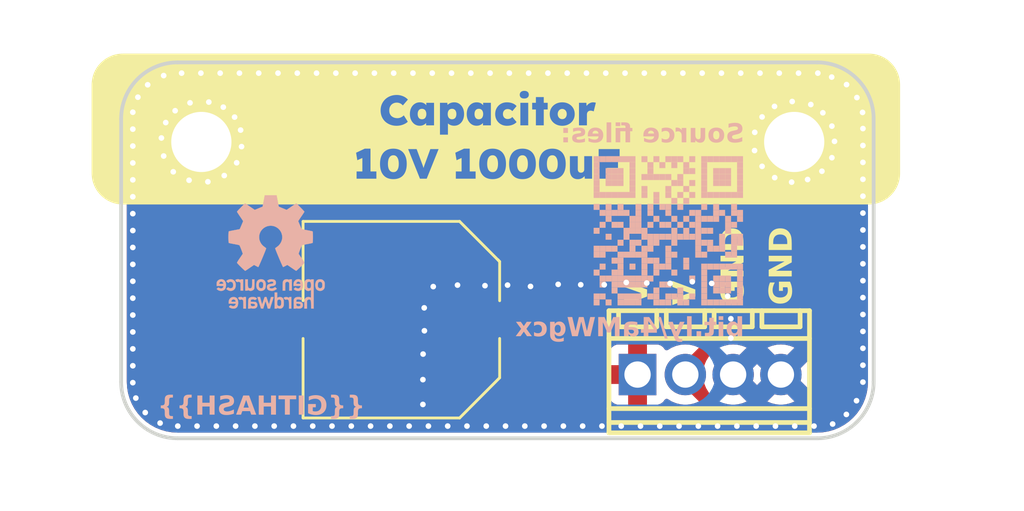
<source format=kicad_pcb>
(kicad_pcb (version 20240108) (generator "pcbnew") (generator_version "8.0")
  (layers (0 "F.Cu" signal) (31 "B.Cu" signal) (34 "B.Paste" user) (35 "F.Paste" user) (36 "B.SilkS" user "B.Silkscreen") (37 "F.SilkS" user "F.Silkscreen") (38 "B.Mask" user) (39 "F.Mask" user) (44 "Edge.Cuts" user))
  (net 0 "")
  (net 1 "_1")
  (net 2 "_3")
  (footprint "lib:CONN-TH_XY308-2.54-4P" (layer "F.Cu") (at 160.11 92.36)
    (property "Reference" "U1" (hide yes))
    (property "Value" "")
    (pad "1" thru_hole rect (at -3.81 0) (size 2 2.2) (drill 1.399997) (layers "*.Cu" "*.Mask") (net 1 "_1"))
    (pad "2" thru_hole circle (at -1.27 0) (size 2.2 2.2) (drill 1.399997) (layers "*.Cu" "*.Mask") (net 1 "_1"))
    (pad "3" thru_hole circle (at 1.27 0) (size 2.2 2.2) (drill 1.399997) (layers "*.Cu" "*.Mask") (net 2 "_3"))
    (pad "4" thru_hole circle (at 3.81 0) (size 2.2 2.2) (drill 1.399997) (layers "*.Cu" "*.Mask") (net 2 "_3"))
  )
  (footprint "lib:CAP-SMD_BD10.0-L10.3-W10.3-LS10.9-FD" (layer "F.Cu") (at 143.75 89.44 180)
    (property "Reference" "C1" (hide yes))
    (property "Value" "1000uF +/- 20%")
    (pad "1" smd rect (at -4.5 0 180) (size 4.5 1.65) (layers "F.Cu" "F.Paste" "F.Mask") (net 1 "_1"))
    (pad "2" smd rect (at 4.5 0 180) (size 4.5 1.65) (layers "F.Cu" "F.Paste" "F.Mask") (net 2 "_3"))
  )
  (footprint "lib:MountingHole_3.2mm_M3" (layer "F.Cu") (at 164.627 79.983)
    (property "Reference" "U2" (hide yes))
    (property "Value" "")
    (pad "" np_thru_hole circle (at 0 0) (size 3.2 3.2) (drill 3.2) (layers "*.Cu" "*.Mask"))
  )
  (footprint "lib:MountingHole_3.2mm_M3" (layer "F.Cu") (at 133.113 79.983)
    (property "Reference" "U3" (hide yes))
    (property "Value" "")
    (pad "" np_thru_hole circle (at 0 0) (size 3.2 3.2) (drill 3.2) (layers "*.Cu" "*.Mask"))
  )
  (footprint "Symbol:OSHW-Logo_5.7x6mm_SilkScreen" (layer "B.Cu") (at 136.805 85.833375 180)
    (property "Reference" "REF**" (hide yes))
    (property "Value" "OSHW-Logo_5.7x6mm_SilkScreen" (hide yes))
  )
  (gr_poly (pts (xy 154.918645 88.045378) (xy 155.236314 88.045378) (xy 155.236314 87.727709) (xy 154.918645 87.727709)) (stroke (width -0.000001)) (fill solid) (layer "B.SilkS"))
  (gr_poly (pts (xy 156.506991 82.009661) (xy 156.824661 82.009661) (xy 156.824661 81.691992) (xy 156.506991 81.691992)) (stroke (width -0.000001)) (fill solid) (layer "B.SilkS"))
  (gr_poly (pts (xy 156.824661 85.186354) (xy 157.14233 85.186354) (xy 157.14233 84.868685) (xy 156.824661 84.868685)) (stroke (width -0.000001)) (fill solid) (layer "B.SilkS"))
  (gr_poly (pts (xy 159.048346 85.186354) (xy 159.366016 85.186354) (xy 159.366016 84.868685) (xy 159.048346 84.868685)) (stroke (width -0.000001)) (fill solid) (layer "B.SilkS"))
  (gr_poly (pts (xy 160.636693 86.774701) (xy 160.954362 86.774701) (xy 160.954362 86.457032) (xy 160.636693 86.457032)) (stroke (width -0.000001)) (fill solid) (layer "B.SilkS"))
  (gr_poly (pts (xy 154.918645 87.727709) (xy 155.236314 87.727709) (xy 155.236314 87.41004) (xy 154.918645 87.41004)) (stroke (width -0.000001)) (fill solid) (layer "B.SilkS"))
  (gr_poly (pts (xy 160.636693 83.915677) (xy 160.954362 83.915677) (xy 160.954362 83.598008) (xy 160.636693 83.598008)) (stroke (width -0.000001)) (fill solid) (layer "B.SilkS"))
  (gr_poly (pts (xy 160.001354 81.056653) (xy 160.319023 81.056653) (xy 160.319023 80.738984) (xy 160.001354 80.738984)) (stroke (width -0.000001)) (fill solid) (layer "B.SilkS"))
  (gr_poly (pts (xy 157.777669 82.962669) (xy 158.095338 82.962669) (xy 158.095338 82.645) (xy 157.777669 82.645)) (stroke (width -0.000001)) (fill solid) (layer "B.SilkS"))
  (gr_poly (pts (xy 161.589701 88.363047) (xy 161.90737 88.363047) (xy 161.90737 88.045378) (xy 161.589701 88.045378)) (stroke (width -0.000001)) (fill solid) (layer "B.SilkS"))
  (gr_poly (pts (xy 158.413008 83.598008) (xy 158.730677 83.598008) (xy 158.730677 83.280338) (xy 158.413008 83.280338)) (stroke (width -0.000001)) (fill solid) (layer "B.SilkS"))
  (gr_poly (pts (xy 160.636693 85.186354) (xy 160.954362 85.186354) (xy 160.954362 84.868685) (xy 160.636693 84.868685)) (stroke (width -0.000001)) (fill solid) (layer "B.SilkS"))
  (gr_poly (pts (xy 154.918645 83.915677) (xy 155.236314 83.915677) (xy 155.236314 83.598008) (xy 154.918645 83.598008)) (stroke (width -0.000001)) (fill solid) (layer "B.SilkS"))
  (gr_poly (pts (xy 161.589701 81.056653) (xy 161.90737 81.056653) (xy 161.90737 80.738984) (xy 161.589701 80.738984)) (stroke (width -0.000001)) (fill solid) (layer "B.SilkS"))
  (gr_poly (pts (xy 158.730677 86.774701) (xy 159.048346 86.774701) (xy 159.048346 86.457032) (xy 158.730677 86.457032)) (stroke (width -0.000001)) (fill solid) (layer "B.SilkS"))
  (gr_poly (pts (xy 161.272031 83.598008) (xy 161.589701 83.598008) (xy 161.589701 83.280338) (xy 161.272031 83.280338)) (stroke (width -0.000001)) (fill solid) (layer "B.SilkS"))
  (gr_poly (pts (xy 161.589701 82.645) (xy 161.90737 82.645) (xy 161.90737 82.327331) (xy 161.589701 82.327331)) (stroke (width -0.000001)) (fill solid) (layer "B.SilkS"))
  (gr_poly (pts (xy 161.589701 85.504024) (xy 161.90737 85.504024) (xy 161.90737 85.186354) (xy 161.589701 85.186354)) (stroke (width -0.000001)) (fill solid) (layer "B.SilkS"))
  (gr_poly (pts (xy 160.319023 88.045378) (xy 160.636693 88.045378) (xy 160.636693 87.727709) (xy 160.319023 87.727709)) (stroke (width -0.000001)) (fill solid) (layer "B.SilkS"))
  (gr_poly (pts (xy 159.048346 84.551016) (xy 159.366016 84.551016) (xy 159.366016 84.233346) (xy 159.048346 84.233346)) (stroke (width -0.000001)) (fill solid) (layer "B.SilkS"))
  (gr_poly (pts (xy 160.001354 82.962669) (xy 160.319023 82.962669) (xy 160.319023 82.645) (xy 160.001354 82.645)) (stroke (width -0.000001)) (fill solid) (layer "B.SilkS"))
  (gr_poly (pts (xy 158.095338 87.09237) (xy 158.413008 87.09237) (xy 158.413008 86.774701) (xy 158.095338 86.774701)) (stroke (width -0.000001)) (fill solid) (layer "B.SilkS"))
  (gr_poly (pts (xy 156.189322 84.233346) (xy 156.506991 84.233346) (xy 156.506991 83.915677) (xy 156.189322 83.915677)) (stroke (width -0.000001)) (fill solid) (layer "B.SilkS"))
  (gr_poly (pts (xy 156.824661 81.691992) (xy 157.14233 81.691992) (xy 157.14233 81.374323) (xy 156.824661 81.374323)) (stroke (width -0.000001)) (fill solid) (layer "B.SilkS"))
  (gr_poly (pts (xy 161.589701 86.774701) (xy 161.90737 86.774701) (xy 161.90737 86.457032) (xy 161.589701 86.457032)) (stroke (width -0.000001)) (fill solid) (layer "B.SilkS"))
  (gr_poly (pts (xy 159.366016 85.504024) (xy 159.683685 85.504024) (xy 159.683685 85.186354) (xy 159.366016 85.186354)) (stroke (width -0.000001)) (fill solid) (layer "B.SilkS"))
  (gr_poly (pts (xy 157.14233 88.363047) (xy 157.46 88.363047) (xy 157.46 88.045378) (xy 157.14233 88.045378)) (stroke (width -0.000001)) (fill solid) (layer "B.SilkS"))
  (gr_poly (pts (xy 160.636693 82.009661) (xy 160.954362 82.009661) (xy 160.954362 81.691992) (xy 160.636693 81.691992)) (stroke (width -0.000001)) (fill solid) (layer "B.SilkS"))
  (gr_poly (pts (xy 159.683685 86.139363) (xy 160.001354 86.139363) (xy 160.001354 85.821693) (xy 159.683685 85.821693)) (stroke (width -0.000001)) (fill solid) (layer "B.SilkS"))
  (gr_poly (pts (xy 157.777669 84.551016) (xy 158.095338 84.551016) (xy 158.095338 84.233346) (xy 157.777669 84.233346)) (stroke (width -0.000001)) (fill solid) (layer "B.SilkS"))
  (gr_poly (pts (xy 161.272031 84.551016) (xy 161.589701 84.551016) (xy 161.589701 84.233346) (xy 161.272031 84.233346)) (stroke (width -0.000001)) (fill solid) (layer "B.SilkS"))
  (gr_poly (pts (xy 160.636693 81.691992) (xy 160.954362 81.691992) (xy 160.954362 81.374323) (xy 160.636693 81.374323)) (stroke (width -0.000001)) (fill solid) (layer "B.SilkS"))
  (gr_poly (pts (xy 156.189322 85.504024) (xy 156.506991 85.504024) (xy 156.506991 85.186354) (xy 156.189322 85.186354)) (stroke (width -0.000001)) (fill solid) (layer "B.SilkS"))
  (gr_poly (pts (xy 161.589701 87.41004) (xy 161.90737 87.41004) (xy 161.90737 87.09237) (xy 161.589701 87.09237)) (stroke (width -0.000001)) (fill solid) (layer "B.SilkS"))
  (gr_poly (pts (xy 160.319023 81.691992) (xy 160.636693 81.691992) (xy 160.636693 81.374323) (xy 160.319023 81.374323)) (stroke (width -0.000001)) (fill solid) (layer "B.SilkS"))
  (gr_poly (pts (xy 160.636693 81.056653) (xy 160.954362 81.056653) (xy 160.954362 80.738984) (xy 160.636693 80.738984)) (stroke (width -0.000001)) (fill solid) (layer "B.SilkS"))
  (gr_poly (pts (xy 155.871653 88.363047) (xy 156.189322 88.363047) (xy 156.189322 88.045378) (xy 155.871653 88.045378)) (stroke (width -0.000001)) (fill solid) (layer "B.SilkS"))
  (gr_poly (pts (xy 153.965637 87.09237) (xy 154.283307 87.09237) (xy 154.283307 86.774701) (xy 153.965637 86.774701)) (stroke (width -0.000001)) (fill solid) (layer "B.SilkS"))
  (gr_poly (pts (xy 160.636693 87.41004) (xy 160.954362 87.41004) (xy 160.954362 87.09237) (xy 160.636693 87.09237)) (stroke (width -0.000001)) (fill solid) (layer "B.SilkS"))
  (gr_poly (pts (xy 159.048346 88.363047) (xy 159.366016 88.363047) (xy 159.366016 88.045378) (xy 159.048346 88.045378)) (stroke (width -0.000001)) (fill solid) (layer "B.SilkS"))
  (gr_poly (pts (xy 156.506991 82.962669) (xy 156.824661 82.962669) (xy 156.824661 82.645) (xy 156.506991 82.645)) (stroke (width -0.000001)) (fill solid) (layer "B.SilkS"))
  (gr_poly (pts (xy 155.236314 83.598008) (xy 155.553984 83.598008) (xy 155.553984 83.280338) (xy 155.236314 83.280338)) (stroke (width -0.000001)) (fill solid) (layer "B.SilkS"))
  (gr_poly (pts (xy 160.636693 88.045378) (xy 160.954362 88.045378) (xy 160.954362 87.727709) (xy 160.636693 87.727709)) (stroke (width -0.000001)) (fill solid) (layer "B.SilkS"))
  (gr_poly (pts (xy 160.001354 88.680717) (xy 160.319023 88.680717) (xy 160.319023 88.363047) (xy 160.001354 88.363047)) (stroke (width -0.000001)) (fill solid) (layer "B.SilkS"))
  (gr_poly (pts (xy 157.777669 85.186354) (xy 158.095338 85.186354) (xy 158.095338 84.868685) (xy 157.777669 84.868685)) (stroke (width -0.000001)) (fill solid) (layer "B.SilkS"))
  (gr_poly (pts (xy 157.14233 88.045378) (xy 157.46 88.045378) (xy 157.46 87.727709) (xy 157.14233 87.727709)) (stroke (width -0.000001)) (fill solid) (layer "B.SilkS"))
  (gr_poly (pts (xy 154.283307 81.056653) (xy 154.600976 81.056653) (xy 154.600976 80.738984) (xy 154.283307 80.738984)) (stroke (width -0.000001)) (fill solid) (layer "B.SilkS"))
  (gr_poly (pts (xy 157.777669 88.680717) (xy 158.095338 88.680717) (xy 158.095338 88.363047) (xy 157.777669 88.363047)) (stroke (width -0.000001)) (fill solid) (layer "B.SilkS"))
  (gr_poly (pts (xy 155.871653 86.139363) (xy 156.189322 86.139363) (xy 156.189322 85.821693) (xy 155.871653 85.821693)) (stroke (width -0.000001)) (fill solid) (layer "B.SilkS"))
  (gr_poly (pts (xy 153.965637 85.821693) (xy 154.283307 85.821693) (xy 154.283307 85.504024) (xy 153.965637 85.504024)) (stroke (width -0.000001)) (fill solid) (layer "B.SilkS"))
  (gr_poly (pts (xy 153.965637 82.962669) (xy 154.283307 82.962669) (xy 154.283307 82.645) (xy 153.965637 82.645)) (stroke (width -0.000001)) (fill solid) (layer "B.SilkS"))
  (gr_poly (pts (xy 155.236314 82.962669) (xy 155.553984 82.962669) (xy 155.553984 82.645) (xy 155.236314 82.645)) (stroke (width -0.000001)) (fill solid) (layer "B.SilkS"))
  (gr_poly (pts (xy 157.46 84.551016) (xy 157.777669 84.551016) (xy 157.777669 84.233346) (xy 157.46 84.233346)) (stroke (width -0.000001)) (fill solid) (layer "B.SilkS"))
  (gr_poly (pts (xy 154.600976 88.680717) (xy 154.918645 88.680717) (xy 154.918645 88.363047) (xy 154.600976 88.363047)) (stroke (width -0.000001)) (fill solid) (layer "B.SilkS"))
  (gr_poly (pts (xy 155.871653 82.009661) (xy 156.189322 82.009661) (xy 156.189322 81.691992) (xy 155.871653 81.691992)) (stroke (width -0.000001)) (fill solid) (layer "B.SilkS"))
  (gr_poly (pts (xy 157.46 82.009661) (xy 157.777669 82.009661) (xy 157.777669 81.691992) (xy 157.46 81.691992)) (stroke (width -0.000001)) (fill solid) (layer "B.SilkS"))
  (gr_poly (pts (xy 157.14233 86.457032) (xy 157.46 86.457032) (xy 157.46 86.139363) (xy 157.14233 86.139363)) (stroke (width -0.000001)) (fill solid) (layer "B.SilkS"))
  (gr_poly (pts (xy 156.506991 86.774701) (xy 156.824661 86.774701) (xy 156.824661 86.457032) (xy 156.506991 86.457032)) (stroke (width -0.000001)) (fill solid) (layer "B.SilkS"))
  (gr_poly (pts (xy 154.918645 82.009661) (xy 155.236314 82.009661) (xy 155.236314 81.691992) (xy 154.918645 81.691992)) (stroke (width -0.000001)) (fill solid) (layer "B.SilkS"))
  (gr_poly (pts (xy 158.730677 81.374323) (xy 159.048346 81.374323) (xy 159.048346 81.056653) (xy 158.730677 81.056653)) (stroke (width -0.000001)) (fill solid) (layer "B.SilkS"))
  (gr_poly (pts (xy 159.048346 81.056653) (xy 159.366016 81.056653) (xy 159.366016 80.738984) (xy 159.048346 80.738984)) (stroke (width -0.000001)) (fill solid) (layer "B.SilkS"))
  (gr_poly (pts (xy 157.46 83.598008) (xy 157.777669 83.598008) (xy 157.777669 83.280338) (xy 157.46 83.280338)) (stroke (width -0.000001)) (fill solid) (layer "B.SilkS"))
  (gr_poly (pts (xy 160.636693 87.727709) (xy 160.954362 87.727709) (xy 160.954362 87.41004) (xy 160.636693 87.41004)) (stroke (width -0.000001)) (fill solid) (layer "B.SilkS"))
  (gr_poly (pts (xy 154.283307 86.139363) (xy 154.600976 86.139363) (xy 154.600976 85.821693) (xy 154.283307 85.821693)) (stroke (width -0.000001)) (fill solid) (layer "B.SilkS"))
  (gr_poly (pts (xy 154.918645 82.327331) (xy 155.236314 82.327331) (xy 155.236314 82.009661) (xy 154.918645 82.009661)) (stroke (width -0.000001)) (fill solid) (layer "B.SilkS"))
  (gr_poly (pts (xy 157.14233 81.056653) (xy 157.46 81.056653) (xy 157.46 80.738984) (xy 157.14233 80.738984)) (stroke (width -0.000001)) (fill solid) (layer "B.SilkS"))
  (gr_poly (pts (xy 156.189322 83.598008) (xy 156.506991 83.598008) (xy 156.506991 83.280338) (xy 156.189322 83.280338)) (stroke (width -0.000001)) (fill solid) (layer "B.SilkS"))
  (gr_poly (pts (xy 153.965637 81.056653) (xy 154.283307 81.056653) (xy 154.283307 80.738984) (xy 153.965637 80.738984)) (stroke (width -0.000001)) (fill solid) (layer "B.SilkS"))
  (gr_poly (pts (xy 155.236314 88.363047) (xy 155.553984 88.363047) (xy 155.553984 88.045378) (xy 155.236314 88.045378)) (stroke (width -0.000001)) (fill solid) (layer "B.SilkS"))
  (gr_poly (pts (xy 153.965637 81.691992) (xy 154.283307 81.691992) (xy 154.283307 81.374323) (xy 153.965637 81.374323)) (stroke (width -0.000001)) (fill solid) (layer "B.SilkS"))
  (gr_poly (pts (xy 159.683685 84.868685) (xy 160.001354 84.868685) (xy 160.001354 84.551016) (xy 159.683685 84.551016)) (stroke (width -0.000001)) (fill solid) (layer "B.SilkS"))
  (gr_poly (pts (xy 157.14233 82.962669) (xy 157.46 82.962669) (xy 157.46 82.645) (xy 157.14233 82.645)) (stroke (width -0.000001)) (fill solid) (layer "B.SilkS"))
  (gr_poly (pts (xy 157.46 85.186354) (xy 157.777669 85.186354) (xy 157.777669 84.868685) (xy 157.46 84.868685)) (stroke (width -0.000001)) (fill solid) (layer "B.SilkS"))
  (gr_poly (pts (xy 155.553984 88.363047) (xy 155.871653 88.363047) (xy 155.871653 88.045378) (xy 155.553984 88.045378)) (stroke (width -0.000001)) (fill solid) (layer "B.SilkS"))
  (gr_poly (pts (xy 161.272031 88.680717) (xy 161.589701 88.680717) (xy 161.589701 88.363047) (xy 161.272031 88.363047)) (stroke (width -0.000001)) (fill solid) (layer "B.SilkS"))
  (gr_poly (pts (xy 160.954362 87.41004) (xy 161.272031 87.41004) (xy 161.272031 87.09237) (xy 160.954362 87.09237)) (stroke (width -0.000001)) (fill solid) (layer "B.SilkS"))
  (gr_poly (pts (xy 160.636693 82.327331) (xy 160.954362 82.327331) (xy 160.954362 82.009661) (xy 160.636693 82.009661)) (stroke (width -0.000001)) (fill solid) (layer "B.SilkS"))
  (gr_poly (pts (xy 161.272031 85.186354) (xy 161.589701 85.186354) (xy 161.589701 84.868685) (xy 161.272031 84.868685)) (stroke (width -0.000001)) (fill solid) (layer "B.SilkS"))
  (gr_poly (pts (xy 154.918645 86.457032) (xy 155.236314 86.457032) (xy 155.236314 86.139363) (xy 154.918645 86.139363)) (stroke (width -0.000001)) (fill solid) (layer "B.SilkS"))
  (gr_poly (pts (xy 156.506991 85.821693) (xy 156.824661 85.821693) (xy 156.824661 85.504024) (xy 156.506991 85.504024)) (stroke (width -0.000001)) (fill solid) (layer "B.SilkS"))
  (gr_poly (pts (xy 155.236314 83.915677) (xy 155.553984 83.915677) (xy 155.553984 83.598008) (xy 155.236314 83.598008)) (stroke (width -0.000001)) (fill solid) (layer "B.SilkS"))
  (gr_poly (pts (xy 155.871653 87.727709) (xy 156.189322 87.727709) (xy 156.189322 87.41004) (xy 155.871653 87.41004)) (stroke (width -0.000001)) (fill solid) (layer "B.SilkS"))
  (gr_poly (pts (xy 157.777669 85.821693) (xy 158.095338 85.821693) (xy 158.095338 85.504024) (xy 157.777669 85.504024)) (stroke (width -0.000001)) (fill solid) (layer "B.SilkS"))
  (gr_poly (pts (xy 158.095338 82.327331) (xy 158.413008 82.327331) (xy 158.413008 82.009661) (xy 158.095338 82.009661)) (stroke (width -0.000001)) (fill solid) (layer "B.SilkS"))
  (gr_poly (pts (xy 155.236314 85.504024) (xy 155.553984 85.504024) (xy 155.553984 85.186354) (xy 155.236314 85.186354)) (stroke (width -0.000001)) (fill solid) (layer "B.SilkS"))
  (gr_poly (pts (xy 155.236314 86.457032) (xy 155.553984 86.457032) (xy 155.553984 86.139363) (xy 155.236314 86.139363)) (stroke (width -0.000001)) (fill solid) (layer "B.SilkS"))
  (gr_poly (pts (xy 159.048346 82.327331) (xy 159.366016 82.327331) (xy 159.366016 82.009661) (xy 159.048346 82.009661)) (stroke (width -0.000001)) (fill solid) (layer "B.SilkS"))
  (gr_poly (pts (xy 159.683685 82.962669) (xy 160.001354 82.962669) (xy 160.001354 82.645) (xy 159.683685 82.645)) (stroke (width -0.000001)) (fill solid) (layer "B.SilkS"))
  (gr_poly (pts (xy 155.553984 81.056653) (xy 155.871653 81.056653) (xy 155.871653 80.738984) (xy 155.553984 80.738984)) (stroke (width -0.000001)) (fill solid) (layer "B.SilkS"))
  (gr_poly (pts (xy 159.366016 84.868685) (xy 159.683685 84.868685) (xy 159.683685 84.551016) (xy 159.366016 84.551016)) (stroke (width -0.000001)) (fill solid) (layer "B.SilkS"))
  (gr_poly (pts (xy 159.366016 85.821693) (xy 159.683685 85.821693) (xy 159.683685 85.504024) (xy 159.366016 85.504024)) (stroke (width -0.000001)) (fill solid) (layer "B.SilkS"))
  (gr_poly (pts (xy 159.683685 85.504024) (xy 160.001354 85.504024) (xy 160.001354 85.186354) (xy 159.683685 85.186354)) (stroke (width -0.000001)) (fill solid) (layer "B.SilkS"))
  (gr_poly (pts (xy 161.272031 81.056653) (xy 161.589701 81.056653) (xy 161.589701 80.738984) (xy 161.272031 80.738984)) (stroke (width -0.000001)) (fill solid) (layer "B.SilkS"))
  (gr_poly (pts (xy 155.871653 81.374323) (xy 156.189322 81.374323) (xy 156.189322 81.056653) (xy 155.871653 81.056653)) (stroke (width -0.000001)) (fill solid) (layer "B.SilkS"))
  (gr_poly (pts (xy 158.730677 86.457032) (xy 159.048346 86.457032) (xy 159.048346 86.139363) (xy 158.730677 86.139363)) (stroke (width -0.000001)) (fill solid) (layer "B.SilkS"))
  (gr_poly (pts (xy 155.871653 81.056653) (xy 156.189322 81.056653) (xy 156.189322 80.738984) (xy 155.871653 80.738984)) (stroke (width -0.000001)) (fill solid) (layer "B.SilkS"))
  (gr_poly (pts (xy 155.236314 87.727709) (xy 155.553984 87.727709) (xy 155.553984 87.41004) (xy 155.236314 87.41004)) (stroke (width -0.000001)) (fill solid) (layer "B.SilkS"))
  (gr_poly (pts (xy 160.954362 86.774701) (xy 161.272031 86.774701) (xy 161.272031 86.457032) (xy 160.954362 86.457032)) (stroke (width -0.000001)) (fill solid) (layer "B.SilkS"))
  (gr_poly (pts (xy 156.506991 81.056653) (xy 156.824661 81.056653) (xy 156.824661 80.738984) (xy 156.506991 80.738984)) (stroke (width -0.000001)) (fill solid) (layer "B.SilkS"))
  (gr_poly (pts (xy 160.319023 82.962669) (xy 160.636693 82.962669) (xy 160.636693 82.645) (xy 160.319023 82.645)) (stroke (width -0.000001)) (fill solid) (layer "B.SilkS"))
  (gr_poly (pts (xy 158.095338 81.374323) (xy 158.413008 81.374323) (xy 158.413008 81.056653) (xy 158.095338 81.056653)) (stroke (width -0.000001)) (fill solid) (layer "B.SilkS"))
  (gr_poly (pts (xy 153.965637 88.680717) (xy 154.283307 88.680717) (xy 154.283307 88.363047) (xy 153.965637 88.363047)) (stroke (width -0.000001)) (fill solid) (layer "B.SilkS"))
  (gr_poly (pts (xy 161.589701 83.915677) (xy 161.90737 83.915677) (xy 161.90737 83.598008) (xy 161.589701 83.598008)) (stroke (width -0.000001)) (fill solid) (layer "B.SilkS"))
  (gr_poly (pts (xy 155.871653 88.680717) (xy 156.189322 88.680717) (xy 156.189322 88.363047) (xy 155.871653 88.363047)) (stroke (width -0.000001)) (fill solid) (layer "B.SilkS"))
  (gr_poly (pts (xy 161.589701 81.691992) (xy 161.90737 81.691992) (xy 161.90737 81.374323) (xy 161.589701 81.374323)) (stroke (width -0.000001)) (fill solid) (layer "B.SilkS"))
  (gr_poly (pts (xy 156.824661 84.551016) (xy 157.14233 84.551016) (xy 157.14233 84.233346) (xy 156.824661 84.233346)) (stroke (width -0.000001)) (fill solid) (layer "B.SilkS"))
  (gr_poly (pts (xy 156.824661 85.821693) (xy 157.14233 85.821693) (xy 157.14233 85.504024) (xy 156.824661 85.504024)) (stroke (width -0.000001)) (fill solid) (layer "B.SilkS"))
  (gr_poly (pts (xy 158.730677 81.691992) (xy 159.048346 81.691992) (xy 159.048346 81.374323) (xy 158.730677 81.374323)) (stroke (width -0.000001)) (fill solid) (layer "B.SilkS"))
  (gr_poly (pts (xy 157.777669 86.139363) (xy 158.095338 86.139363) (xy 158.095338 85.821693) (xy 157.777669 85.821693)) (stroke (width -0.000001)) (fill solid) (layer "B.SilkS"))
  (gr_poly (pts (xy 156.189322 84.868685) (xy 156.506991 84.868685) (xy 156.506991 84.551016) (xy 156.189322 84.551016)) (stroke (width -0.000001)) (fill solid) (layer "B.SilkS"))
  (gr_poly (pts (xy 157.46 81.374323) (xy 157.777669 81.374323) (xy 157.777669 81.056653) (xy 157.46 81.056653)) (stroke (width -0.000001)) (fill solid) (layer "B.SilkS"))
  (gr_poly (pts (xy 157.46 86.774701) (xy 157.777669 86.774701) (xy 157.777669 86.457032) (xy 157.46 86.457032)) (stroke (width -0.000001)) (fill solid) (layer "B.SilkS"))
  (gr_poly (pts (xy 159.683685 87.09237) (xy 160.001354 87.09237) (xy 160.001354 86.774701) (xy 159.683685 86.774701)) (stroke (width -0.000001)) (fill solid) (layer "B.SilkS"))
  (gr_poly (pts (xy 155.236314 84.551016) (xy 155.553984 84.551016) (xy 155.553984 84.233346) (xy 155.236314 84.233346)) (stroke (width -0.000001)) (fill solid) (layer "B.SilkS"))
  (gr_poly (pts (xy 160.954362 84.868685) (xy 161.272031 84.868685) (xy 161.272031 84.551016) (xy 160.954362 84.551016)) (stroke (width -0.000001)) (fill solid) (layer "B.SilkS"))
  (gr_poly (pts (xy 160.319023 82.009661) (xy 160.636693 82.009661) (xy 160.636693 81.691992) (xy 160.319023 81.691992)) (stroke (width -0.000001)) (fill solid) (layer "B.SilkS"))
  (gr_poly (pts (xy 154.283307 87.41004) (xy 154.600976 87.41004) (xy 154.600976 87.09237) (xy 154.283307 87.09237)) (stroke (width -0.000001)) (fill solid) (layer "B.SilkS"))
  (gr_poly (pts (xy 155.871653 85.504024) (xy 156.189322 85.504024) (xy 156.189322 85.186354) (xy 155.871653 85.186354)) (stroke (width -0.000001)) (fill solid) (layer "B.SilkS"))
  (gr_poly (pts (xy 156.189322 88.680717) (xy 156.506991 88.680717) (xy 156.506991 88.363047) (xy 156.189322 88.363047)) (stroke (width -0.000001)) (fill solid) (layer "B.SilkS"))
  (gr_poly (pts (xy 160.319023 85.821693) (xy 160.636693 85.821693) (xy 160.636693 85.504024) (xy 160.319023 85.504024)) (stroke (width -0.000001)) (fill solid) (layer "B.SilkS"))
  (gr_poly (pts (xy 160.954362 84.233346) (xy 161.272031 84.233346) (xy 161.272031 83.915677) (xy 160.954362 83.915677)) (stroke (width -0.000001)) (fill solid) (layer "B.SilkS"))
  (gr_poly (pts (xy 158.095338 83.280338) (xy 158.413008 83.280338) (xy 158.413008 82.962669) (xy 158.095338 82.962669)) (stroke (width -0.000001)) (fill solid) (layer "B.SilkS"))
  (gr_poly (pts (xy 154.283307 85.821693) (xy 154.600976 85.821693) (xy 154.600976 85.504024) (xy 154.283307 85.504024)) (stroke (width -0.000001)) (fill solid) (layer "B.SilkS"))
  (gr_poly (pts (xy 160.954362 88.680717) (xy 161.272031 88.680717) (xy 161.272031 88.363047) (xy 160.954362 88.363047)) (stroke (width -0.000001)) (fill solid) (layer "B.SilkS"))
  (gr_poly (pts (xy 157.777669 82.645) (xy 158.095338 82.645) (xy 158.095338 82.327331) (xy 157.777669 82.327331)) (stroke (width -0.000001)) (fill solid) (layer "B.SilkS"))
  (gr_poly (pts (xy 154.283307 83.915677) (xy 154.600976 83.915677) (xy 154.600976 83.598008) (xy 154.283307 83.598008)) (stroke (width -0.000001)) (fill solid) (layer "B.SilkS"))
  (gr_poly (pts (xy 154.600976 82.009661) (xy 154.918645 82.009661) (xy 154.918645 81.691992) (xy 154.600976 81.691992)) (stroke (width -0.000001)) (fill solid) (layer "B.SilkS"))
  (gr_poly (pts (xy 155.871653 87.41004) (xy 156.189322 87.41004) (xy 156.189322 87.09237) (xy 155.871653 87.09237)) (stroke (width -0.000001)) (fill solid) (layer "B.SilkS"))
  (gr_poly (pts (xy 159.366016 85.186354) (xy 159.683685 85.186354) (xy 159.683685 84.868685) (xy 159.366016 84.868685)) (stroke (width -0.000001)) (fill solid) (layer "B.SilkS"))
  (gr_poly (pts (xy 160.319023 81.056653) (xy 160.636693 81.056653) (xy 160.636693 80.738984) (xy 160.319023 80.738984)) (stroke (width -0.000001)) (fill solid) (layer "B.SilkS"))
  (gr_poly (pts (xy 155.236314 87.41004) (xy 155.553984 87.41004) (xy 155.553984 87.09237) (xy 155.236314 87.09237)) (stroke (width -0.000001)) (fill solid) (layer "B.SilkS"))
  (gr_poly (pts (xy 161.272031 86.774701) (xy 161.589701 86.774701) (xy 161.589701 86.457032) (xy 161.272031 86.457032)) (stroke (width -0.000001)) (fill solid) (layer "B.SilkS"))
  (gr_poly (pts (xy 158.095338 85.186354) (xy 158.413008 85.186354) (xy 158.413008 84.868685) (xy 158.095338 84.868685)) (stroke (width -0.000001)) (fill solid) (layer "B.SilkS"))
  (gr_poly (pts (xy 156.189322 87.727709) (xy 156.506991 87.727709) (xy 156.506991 87.41004) (xy 156.189322 87.41004)) (stroke (width -0.000001)) (fill solid) (layer "B.SilkS"))
  (gr_poly (pts (xy 155.871653 82.645) (xy 156.189322 82.645) (xy 156.189322 82.327331) (xy 155.871653 82.327331)) (stroke (width -0.000001)) (fill solid) (layer "B.SilkS"))
  (gr_poly (pts (xy 157.14233 88.680717) (xy 157.46 88.680717) (xy 157.46 88.363047) (xy 157.14233 88.363047)) (stroke (width -0.000001)) (fill solid) (layer "B.SilkS"))
  (gr_poly (pts (xy 160.319023 83.598008) (xy 160.636693 83.598008) (xy 160.636693 83.280338) (xy 160.319023 83.280338)) (stroke (width -0.000001)) (fill solid) (layer "B.SilkS"))
  (gr_poly (pts (xy 153.965637 81.374323) (xy 154.283307 81.374323) (xy 154.283307 81.056653) (xy 153.965637 81.056653)) (stroke (width -0.000001)) (fill solid) (layer "B.SilkS"))
  (gr_poly (pts (xy 154.600976 82.327331) (xy 154.918645 82.327331) (xy 154.918645 82.009661) (xy 154.600976 82.009661)) (stroke (width -0.000001)) (fill solid) (layer "B.SilkS"))
  (gr_poly (pts (xy 155.871653 84.233346) (xy 156.189322 84.233346) (xy 156.189322 83.915677) (xy 155.871653 83.915677)) (stroke (width -0.000001)) (fill solid) (layer "B.SilkS"))
  (gr_poly (pts (xy 161.589701 82.009661) (xy 161.90737 82.009661) (xy 161.90737 81.691992) (xy 161.589701 81.691992)) (stroke (width -0.000001)) (fill solid) (layer "B.SilkS"))
  (gr_poly (pts (xy 160.319023 87.41004) (xy 160.636693 87.41004) (xy 160.636693 87.09237) (xy 160.319023 87.09237)) (stroke (width -0.000001)) (fill solid) (layer "B.SilkS"))
  (gr_poly (pts (xy 155.871653 82.327331) (xy 156.189322 82.327331) (xy 156.189322 82.009661) (xy 155.871653 82.009661)) (stroke (width -0.000001)) (fill solid) (layer "B.SilkS"))
  (gr_poly (pts (xy 153.965637 82.009661) (xy 154.283307 82.009661) (xy 154.283307 81.691992) (xy 153.965637 81.691992)) (stroke (width -0.000001)) (fill solid) (layer "B.SilkS"))
  (gr_poly (pts (xy 159.048346 83.915677) (xy 159.366016 83.915677) (xy 159.366016 83.598008) (xy 159.048346 83.598008)) (stroke (width -0.000001)) (fill solid) (layer "B.SilkS"))
  (gr_poly (pts (xy 156.189322 88.363047) (xy 156.506991 88.363047) (xy 156.506991 88.045378) (xy 156.189322 88.045378)) (stroke (width -0.000001)) (fill solid) (layer "B.SilkS"))
  (gr_poly (pts (xy 158.413008 88.363047) (xy 158.730677 88.363047) (xy 158.730677 88.045378) (xy 158.413008 88.045378)) (stroke (width -0.000001)) (fill solid) (layer "B.SilkS"))
  (gr_poly (pts (xy 156.824661 88.363047) (xy 157.14233 88.363047) (xy 157.14233 88.045378) (xy 156.824661 88.045378)) (stroke (width -0.000001)) (fill solid) (layer "B.SilkS"))
  (gr_poly (pts (xy 160.319023 88.680717) (xy 160.636693 88.680717) (xy 160.636693 88.363047) (xy 160.319023 88.363047)) (stroke (width -0.000001)) (fill solid) (layer "B.SilkS"))
  (gr_poly (pts (xy 154.600976 87.41004) (xy 154.918645 87.41004) (xy 154.918645 87.09237) (xy 154.600976 87.09237)) (stroke (width -0.000001)) (fill solid) (layer "B.SilkS"))
  (gr_poly (pts (xy 160.001354 84.233346) (xy 160.319023 84.233346) (xy 160.319023 83.915677) (xy 160.001354 83.915677)) (stroke (width -0.000001)) (fill solid) (layer "B.SilkS"))
  (gr_poly (pts (xy 157.777669 86.774701) (xy 158.095338 86.774701) (xy 158.095338 86.457032) (xy 157.777669 86.457032)) (stroke (width -0.000001)) (fill solid) (layer "B.SilkS"))
  (gr_poly (pts (xy 161.272031 85.504024) (xy 161.589701 85.504024) (xy 161.589701 85.186354) (xy 161.272031 85.186354)) (stroke (width -0.000001)) (fill solid) (layer "B.SilkS"))
  (gr_poly (pts (xy 158.095338 88.363047) (xy 158.413008 88.363047) (xy 158.413008 88.045378) (xy 158.095338 88.045378)) (stroke (width -0.000001)) (fill solid) (layer "B.SilkS"))
  (gr_poly (pts (xy 156.189322 83.915677) (xy 156.506991 83.915677) (xy 156.506991 83.598008) (xy 156.189322 83.598008)) (stroke (width -0.000001)) (fill solid) (layer "B.SilkS"))
  (gr_poly (pts (xy 161.589701 82.962669) (xy 161.90737 82.962669) (xy 161.90737 82.645) (xy 161.589701 82.645)) (stroke (width -0.000001)) (fill solid) (layer "B.SilkS"))
  (gr_poly (pts (xy 154.600976 83.915677) (xy 154.918645 83.915677) (xy 154.918645 83.598008) (xy 154.600976 83.598008)) (stroke (width -0.000001)) (fill solid) (layer "B.SilkS"))
  (gr_poly (pts (xy 159.683685 83.598008) (xy 160.001354 83.598008) (xy 160.001354 83.280338) (xy 159.683685 83.280338)) (stroke (width -0.000001)) (fill solid) (layer "B.SilkS"))
  (gr_poly (pts (xy 156.506991 87.727709) (xy 156.824661 87.727709) (xy 156.824661 87.41004) (xy 156.506991 87.41004)) (stroke (width -0.000001)) (fill solid) (layer "B.SilkS"))
  (gr_poly (pts (xy 155.236314 87.09237) (xy 155.553984 87.09237) (xy 155.553984 86.774701) (xy 155.236314 86.774701)) (stroke (width -0.000001)) (fill solid) (layer "B.SilkS"))
  (gr_poly (pts (xy 158.413008 82.962669) (xy 158.730677 82.962669) (xy 158.730677 82.645) (xy 158.413008 82.645)) (stroke (width -0.000001)) (fill solid) (layer "B.SilkS"))
  (gr_poly (pts (xy 159.366016 83.915677) (xy 159.683685 83.915677) (xy 159.683685 83.598008) (xy 159.366016 83.598008)) (stroke (width -0.000001)) (fill solid) (layer "B.SilkS"))
  (gr_poly (pts (xy 159.683685 81.691992) (xy 160.001354 81.691992) (xy 160.001354 81.374323) (xy 159.683685 81.374323)) (stroke (width -0.000001)) (fill solid) (layer "B.SilkS"))
  (gr_poly (pts (xy 160.954362 88.045378) (xy 161.272031 88.045378) (xy 161.272031 87.727709) (xy 160.954362 87.727709)) (stroke (width -0.000001)) (fill solid) (layer "B.SilkS"))
  (gr_poly (pts (xy 158.095338 85.504024) (xy 158.413008 85.504024) (xy 158.413008 85.186354) (xy 158.095338 85.186354)) (stroke (width -0.000001)) (fill solid) (layer "B.SilkS"))
  (gr_poly (pts (xy 157.14233 84.233346) (xy 157.46 84.233346) (xy 157.46 83.915677) (xy 157.14233 83.915677)) (stroke (width -0.000001)) (fill solid) (layer "B.SilkS"))
  (gr_poly (pts (xy 155.871653 85.821693) (xy 156.189322 85.821693) (xy 156.189322 85.504024) (xy 155.871653 85.504024)) (stroke (width -0.000001)) (fill solid) (layer "B.SilkS"))
  (gr_poly (pts (xy 160.319023 83.915677) (xy 160.636693 83.915677) (xy 160.636693 83.598008) (xy 160.319023 83.598008)) (stroke (width -0.000001)) (fill solid) (layer "B.SilkS"))
  (gr_poly (pts (xy 157.777669 86.457032) (xy 158.095338 86.457032) (xy 158.095338 86.139363) (xy 157.777669 86.139363)) (stroke (width -0.000001)) (fill solid) (layer "B.SilkS"))
  (gr_poly (pts (xy 158.095338 84.868685) (xy 158.413008 84.868685) (xy 158.413008 84.551016) (xy 158.095338 84.551016)) (stroke (width -0.000001)) (fill solid) (layer "B.SilkS"))
  (gr_poly (pts (xy 154.600976 85.821693) (xy 154.918645 85.821693) (xy 154.918645 85.504024) (xy 154.600976 85.504024)) (stroke (width -0.000001)) (fill solid) (layer "B.SilkS"))
  (gr_poly (pts (xy 157.46 87.727709) (xy 157.777669 87.727709) (xy 157.777669 87.41004) (xy 157.46 87.41004)) (stroke (width -0.000001)) (fill solid) (layer "B.SilkS"))
  (gr_poly (pts (xy 158.730677 85.186354) (xy 159.048346 85.186354) (xy 159.048346 84.868685) (xy 158.730677 84.868685)) (stroke (width -0.000001)) (fill solid) (layer "B.SilkS"))
  (gr_poly (pts (xy 158.095338 86.139363) (xy 158.413008 86.139363) (xy 158.413008 85.821693) (xy 158.095338 85.821693)) (stroke (width -0.000001)) (fill solid) (layer "B.SilkS"))
  (gr_poly (pts (xy 157.14233 85.186354) (xy 157.46 85.186354) (xy 157.46 84.868685) (xy 157.14233 84.868685)) (stroke (width -0.000001)) (fill solid) (layer "B.SilkS"))
  (gr_poly (pts (xy 156.506991 82.645) (xy 156.824661 82.645) (xy 156.824661 82.327331) (xy 156.506991 82.327331)) (stroke (width -0.000001)) (fill solid) (layer "B.SilkS"))
  (gr_poly (pts (xy 160.954362 82.327331) (xy 161.272031 82.327331) (xy 161.272031 82.009661) (xy 160.954362 82.009661)) (stroke (width -0.000001)) (fill solid) (layer "B.SilkS"))
  (gr_poly (pts (xy 154.283307 82.962669) (xy 154.600976 82.962669) (xy 154.600976 82.645) (xy 154.283307 82.645)) (stroke (width -0.000001)) (fill solid) (layer "B.SilkS"))
  (gr_poly (pts (xy 154.918645 87.41004) (xy 155.236314 87.41004) (xy 155.236314 87.09237) (xy 154.918645 87.09237)) (stroke (width -0.000001)) (fill solid) (layer "B.SilkS"))
  (gr_poly (pts (xy 159.366016 86.139363) (xy 159.683685 86.139363) (xy 159.683685 85.821693) (xy 159.366016 85.821693)) (stroke (width -0.000001)) (fill solid) (layer "B.SilkS"))
  (gr_poly (pts (xy 154.918645 81.691992) (xy 155.236314 81.691992) (xy 155.236314 81.374323) (xy 154.918645 81.374323)) (stroke (width -0.000001)) (fill solid) (layer "B.SilkS"))
  (gr_poly (pts (xy 156.824661 82.009661) (xy 157.14233 82.009661) (xy 157.14233 81.691992) (xy 156.824661 81.691992)) (stroke (width -0.000001)) (fill solid) (layer "B.SilkS"))
  (gr_poly (pts (xy 155.553984 87.727709) (xy 155.871653 87.727709) (xy 155.871653 87.41004) (xy 155.553984 87.41004)) (stroke (width -0.000001)) (fill solid) (layer "B.SilkS"))
  (gr_poly (pts (xy 158.413008 85.186354) (xy 158.730677 85.186354) (xy 158.730677 84.868685) (xy 158.413008 84.868685)) (stroke (width -0.000001)) (fill solid) (layer "B.SilkS"))
  (gr_poly (pts (xy 159.366016 84.551016) (xy 159.683685 84.551016) (xy 159.683685 84.233346) (xy 159.366016 84.233346)) (stroke (width -0.000001)) (fill solid) (layer "B.SilkS"))
  (gr_poly (pts (xy 161.589701 88.045378) (xy 161.90737 88.045378) (xy 161.90737 87.727709) (xy 161.589701 87.727709)) (stroke (width -0.000001)) (fill solid) (layer "B.SilkS"))
  (gr_poly (pts (xy 156.506991 85.186354) (xy 156.824661 85.186354) (xy 156.824661 84.868685) (xy 156.506991 84.868685)) (stroke (width -0.000001)) (fill solid) (layer "B.SilkS"))
  (gr_poly (pts (xy 160.954362 82.009661) (xy 161.272031 82.009661) (xy 161.272031 81.691992) (xy 160.954362 81.691992)) (stroke (width -0.000001)) (fill solid) (layer "B.SilkS"))
  (gr_poly (pts (xy 158.730677 84.233346) (xy 159.048346 84.233346) (xy 159.048346 83.915677) (xy 158.730677 83.915677)) (stroke (width -0.000001)) (fill solid) (layer "B.SilkS"))
  (gr_poly (pts (xy 159.683685 87.727709) (xy 160.001354 87.727709) (xy 160.001354 87.41004) (xy 159.683685 87.41004)) (stroke (width -0.000001)) (fill solid) (layer "B.SilkS"))
  (gr_poly (pts (xy 155.236314 86.774701) (xy 155.553984 86.774701) (xy 155.553984 86.457032) (xy 155.236314 86.457032)) (stroke (width -0.000001)) (fill solid) (layer "B.SilkS"))
  (gr_poly (pts (xy 156.506991 84.868685) (xy 156.824661 84.868685) (xy 156.824661 84.551016) (xy 156.506991 84.551016)) (stroke (width -0.000001)) (fill solid) (layer "B.SilkS"))
  (gr_poly (pts (xy 159.683685 84.233346) (xy 160.001354 84.233346) (xy 160.001354 83.915677) (xy 159.683685 83.915677)) (stroke (width -0.000001)) (fill solid) (layer "B.SilkS"))
  (gr_poly (pts (xy 161.589701 87.09237) (xy 161.90737 87.09237) (xy 161.90737 86.774701) (xy 161.589701 86.774701)) (stroke (width -0.000001)) (fill solid) (layer "B.SilkS"))
  (gr_poly (pts (xy 156.506991 87.41004) (xy 156.824661 87.41004) (xy 156.824661 87.09237) (xy 156.506991 87.09237)) (stroke (width -0.000001)) (fill solid) (layer "B.SilkS"))
  (gr_poly (pts (xy 154.600976 81.691992) (xy 154.918645 81.691992) (xy 154.918645 81.374323) (xy 154.600976 81.374323)) (stroke (width -0.000001)) (fill solid) (layer "B.SilkS"))
  (gr_poly (pts (xy 155.236314 88.680717) (xy 155.553984 88.680717) (xy 155.553984 88.363047) (xy 155.236314 88.363047)) (stroke (width -0.000001)) (fill solid) (layer "B.SilkS"))
  (gr_poly (pts (xy 156.824661 87.41004) (xy 157.14233 87.41004) (xy 157.14233 87.09237) (xy 156.824661 87.09237)) (stroke (width -0.000001)) (fill solid) (layer "B.SilkS"))
  (gr_poly (pts (xy 154.283307 86.774701) (xy 154.600976 86.774701) (xy 154.600976 86.457032) (xy 154.283307 86.457032)) (stroke (width -0.000001)) (fill solid) (layer "B.SilkS"))
  (gr_poly (pts (xy 155.553984 88.680717) (xy 155.871653 88.680717) (xy 155.871653 88.363047) (xy 155.553984 88.363047)) (stroke (width -0.000001)) (fill solid) (layer "B.SilkS"))
  (gr_poly (pts (xy 157.777669 81.056653) (xy 158.095338 81.056653) (xy 158.095338 80.738984) (xy 157.777669 80.738984)) (stroke (width -0.000001)) (fill solid) (layer "B.SilkS"))
  (gr_poly (pts (xy 160.001354 85.504024) (xy 160.319023 85.504024) (xy 160.319023 85.186354) (xy 160.001354 85.186354)) (stroke (width -0.000001)) (fill solid) (layer "B.SilkS"))
  (gr_poly (pts (xy 154.600976 82.962669) (xy 154.918645 82.962669) (xy 154.918645 82.645) (xy 154.600976 82.645)) (stroke (width -0.000001)) (fill solid) (layer "B.SilkS"))
  (gr_poly (pts (xy 160.954362 81.056653) (xy 161.272031 81.056653) (xy 161.272031 80.738984) (xy 160.954362 80.738984)) (stroke (width -0.000001)) (fill solid) (layer "B.SilkS"))
  (gr_poly (pts (xy 154.600976 85.186354) (xy 154.918645 85.186354) (xy 154.918645 84.868685) (xy 154.600976 84.868685)) (stroke (width -0.000001)) (fill solid) (layer "B.SilkS"))
  (gr_poly (pts (xy 160.636693 82.962669) (xy 160.954362 82.962669) (xy 160.954362 82.645) (xy 160.636693 82.645)) (stroke (width -0.000001)) (fill solid) (layer "B.SilkS"))
  (gr_poly (pts (xy 161.272031 83.915677) (xy 161.589701 83.915677) (xy 161.589701 83.598008) (xy 161.272031 83.598008)) (stroke (width -0.000001)) (fill solid) (layer "B.SilkS"))
  (gr_poly (pts (xy 155.236314 86.139363) (xy 155.553984 86.139363) (xy 155.553984 85.821693) (xy 155.236314 85.821693)) (stroke (width -0.000001)) (fill solid) (layer "B.SilkS"))
  (gr_poly (pts (xy 159.683685 88.363047) (xy 160.001354 88.363047) (xy 160.001354 88.045378) (xy 159.683685 88.045378)) (stroke (width -0.000001)) (fill solid) (layer "B.SilkS"))
  (gr_poly (pts (xy 160.636693 85.821693) (xy 160.954362 85.821693) (xy 160.954362 85.504024) (xy 160.636693 85.504024)) (stroke (width -0.000001)) (fill solid) (layer "B.SilkS"))
  (gr_poly (pts (xy 157.777669 88.363047) (xy 158.095338 88.363047) (xy 158.095338 88.045378) (xy 157.777669 88.045378)) (stroke (width -0.000001)) (fill solid) (layer "B.SilkS"))
  (gr_poly (pts (xy 156.824661 83.598008) (xy 157.14233 83.598008) (xy 157.14233 83.280338) (xy 156.824661 83.280338)) (stroke (width -0.000001)) (fill solid) (layer "B.SilkS"))
  (gr_poly (pts (xy 154.600976 84.233346) (xy 154.918645 84.233346) (xy 154.918645 83.915677) (xy 154.600976 83.915677)) (stroke (width -0.000001)) (fill solid) (layer "B.SilkS"))
  (gr_poly (pts (xy 156.824661 85.504024) (xy 157.14233 85.504024) (xy 157.14233 85.186354) (xy 156.824661 85.186354)) (stroke (width -0.000001)) (fill solid) (layer "B.SilkS"))
  (gr_poly (pts (xy 161.589701 81.374323) (xy 161.90737 81.374323) (xy 161.90737 81.056653) (xy 161.589701 81.056653)) (stroke (width -0.000001)) (fill solid) (layer "B.SilkS"))
  (gr_poly (pts (xy 153.965637 82.327331) (xy 154.283307 82.327331) (xy 154.283307 82.009661) (xy 153.965637 82.009661)) (stroke (width -0.000001)) (fill solid) (layer "B.SilkS"))
  (gr_poly (pts (xy 159.683685 82.327331) (xy 160.001354 82.327331) (xy 160.001354 82.009661) (xy 159.683685 82.009661)) (stroke (width -0.000001)) (fill solid) (layer "B.SilkS"))
  (gr_poly (pts (xy 160.001354 86.774701) (xy 160.319023 86.774701) (xy 160.319023 86.457032) (xy 160.001354 86.457032)) (stroke (width -0.000001)) (fill solid) (layer "B.SilkS"))
  (gr_poly (pts (xy 160.319023 82.327331) (xy 160.636693 82.327331) (xy 160.636693 82.009661) (xy 160.319023 82.009661)) (stroke (width -0.000001)) (fill solid) (layer "B.SilkS"))
  (gr_poly (pts (xy 154.918645 85.821693) (xy 155.236314 85.821693) (xy 155.236314 85.504024) (xy 154.918645 85.504024)) (stroke (width -0.000001)) (fill solid) (layer "B.SilkS"))
  (gr_poly (pts (xy 154.600976 83.598008) (xy 154.918645 83.598008) (xy 154.918645 83.280338) (xy 154.600976 83.280338)) (stroke (width -0.000001)) (fill solid) (layer "B.SilkS"))
  (gr_poly (pts (xy 158.413008 82.009661) (xy 158.730677 82.009661) (xy 158.730677 81.691992) (xy 158.413008 81.691992)) (stroke (width -0.000001)) (fill solid) (layer "B.SilkS"))
  (gr_poly (pts (xy 159.683685 88.045378) (xy 160.001354 88.045378) (xy 160.001354 87.727709) (xy 159.683685 87.727709)) (stroke (width -0.000001)) (fill solid) (layer "B.SilkS"))
  (gr_poly (pts (xy 159.048346 81.691992) (xy 159.366016 81.691992) (xy 159.366016 81.374323) (xy 159.048346 81.374323)) (stroke (width -0.000001)) (fill solid) (layer "B.SilkS"))
  (gr_poly (pts (xy 155.553984 84.868685) (xy 155.871653 84.868685) (xy 155.871653 84.551016) (xy 155.553984 84.551016)) (stroke (width -0.000001)) (fill solid) (layer "B.SilkS"))
  (gr_poly (pts (xy 159.048346 87.41004) (xy 159.366016 87.41004) (xy 159.366016 87.09237) (xy 159.048346 87.09237)) (stroke (width -0.000001)) (fill solid) (layer "B.SilkS"))
  (gr_poly (pts (xy 161.589701 88.680717) (xy 161.90737 88.680717) (xy 161.90737 88.363047) (xy 161.589701 88.363047)) (stroke (width -0.000001)) (fill solid) (layer "B.SilkS"))
  (gr_poly (pts (xy 158.413008 82.327331) (xy 158.730677 82.327331) (xy 158.730677 82.009661) (xy 158.413008 82.009661)) (stroke (width -0.000001)) (fill solid) (layer "B.SilkS"))
  (gr_poly (pts (xy 156.506991 86.139363) (xy 156.824661 86.139363) (xy 156.824661 85.821693) (xy 156.506991 85.821693)) (stroke (width -0.000001)) (fill solid) (layer "B.SilkS"))
  (gr_poly (pts (xy 161.589701 84.233346) (xy 161.90737 84.233346) (xy 161.90737 83.915677) (xy 161.589701 83.915677)) (stroke (width -0.000001)) (fill solid) (layer "B.SilkS"))
  (gr_poly (pts (xy 159.683685 82.009661) (xy 160.001354 82.009661) (xy 160.001354 81.691992) (xy 159.683685 81.691992)) (stroke (width -0.000001)) (fill solid) (layer "B.SilkS"))
  (gr_poly (pts (xy 158.730677 82.645) (xy 159.048346 82.645) (xy 159.048346 82.327331) (xy 158.730677 82.327331)) (stroke (width -0.000001)) (fill solid) (layer "B.SilkS"))
  (gr_poly (pts (xy 160.954362 86.139363) (xy 161.272031 86.139363) (xy 161.272031 85.821693) (xy 160.954362 85.821693)) (stroke (width -0.000001)) (fill solid) (layer "B.SilkS"))
  (gr_poly (pts (xy 155.553984 82.962669) (xy 155.871653 82.962669) (xy 155.871653 82.645) (xy 155.553984 82.645)) (stroke (width -0.000001)) (fill solid) (layer "B.SilkS"))
  (gr_poly (pts (xy 159.683685 88.680717) (xy 160.001354 88.680717) (xy 160.001354 88.363047) (xy 159.683685 88.363047)) (stroke (width -0.000001)) (fill solid) (layer "B.SilkS"))
  (gr_poly (pts (xy 159.366016 84.233346) (xy 159.683685 84.233346) (xy 159.683685 83.915677) (xy 159.366016 83.915677)) (stroke (width -0.000001)) (fill solid) (layer "B.SilkS"))
  (gr_poly (pts (xy 155.236314 82.327331) (xy 155.553984 82.327331) (xy 155.553984 82.009661) (xy 155.236314 82.009661)) (stroke (width -0.000001)) (fill solid) (layer "B.SilkS"))
  (gr_poly (pts (xy 154.283307 87.727709) (xy 154.600976 87.727709) (xy 154.600976 87.41004) (xy 154.283307 87.41004)) (stroke (width -0.000001)) (fill solid) (layer "B.SilkS"))
  (gr_poly (pts (xy 156.189322 84.551016) (xy 156.506991 84.551016) (xy 156.506991 84.233346) (xy 156.189322 84.233346)) (stroke (width -0.000001)) (fill solid) (layer "B.SilkS"))
  (gr_poly (pts (xy 155.553984 85.186354) (xy 155.871653 85.186354) (xy 155.871653 84.868685) (xy 155.553984 84.868685)) (stroke (width -0.000001)) (fill solid) (layer "B.SilkS"))
  (gr_poly (pts (xy 155.871653 82.962669) (xy 156.189322 82.962669) (xy 156.189322 82.645) (xy 155.871653 82.645)) (stroke (width -0.000001)) (fill solid) (layer "B.SilkS"))
  (gr_poly (pts (xy 159.048346 82.962669) (xy 159.366016 82.962669) (xy 159.366016 82.645) (xy 159.048346 82.645)) (stroke (width -0.000001)) (fill solid) (layer "B.SilkS"))
  (gr_poly (pts (xy 154.918645 84.551016) (xy 155.236314 84.551016) (xy 155.236314 84.233346) (xy 154.918645 84.233346)) (stroke (width -0.000001)) (fill solid) (layer "B.SilkS"))
  (gr_poly (pts (xy 158.095338 84.233346) (xy 158.413008 84.233346) (xy 158.413008 83.915677) (xy 158.095338 83.915677)) (stroke (width -0.000001)) (fill solid) (layer "B.SilkS"))
  (gr_poly (pts (xy 159.683685 81.056653) (xy 160.001354 81.056653) (xy 160.001354 80.738984) (xy 159.683685 80.738984)) (stroke (width -0.000001)) (fill solid) (layer "B.SilkS"))
  (gr_poly (pts (xy 155.236314 81.056653) (xy 155.553984 81.056653) (xy 155.553984 80.738984) (xy 155.236314 80.738984)) (stroke (width -0.000001)) (fill solid) (layer "B.SilkS"))
  (gr_poly (pts (xy 154.600976 81.056653) (xy 154.918645 81.056653) (xy 154.918645 80.738984) (xy 154.600976 80.738984)) (stroke (width -0.000001)) (fill solid) (layer "B.SilkS"))
  (gr_poly (pts (xy 157.777669 87.727709) (xy 158.095338 87.727709) (xy 158.095338 87.41004) (xy 157.777669 87.41004)) (stroke (width -0.000001)) (fill solid) (layer "B.SilkS"))
  (gr_poly (pts (xy 158.730677 84.868685) (xy 159.048346 84.868685) (xy 159.048346 84.551016) (xy 158.730677 84.551016)) (stroke (width -0.000001)) (fill solid) (layer "B.SilkS"))
  (gr_poly (pts (xy 157.14233 86.774701) (xy 157.46 86.774701) (xy 157.46 86.457032) (xy 157.14233 86.457032)) (stroke (width -0.000001)) (fill solid) (layer "B.SilkS"))
  (gr_poly (pts (xy 160.954362 82.962669) (xy 161.272031 82.962669) (xy 161.272031 82.645) (xy 160.954362 82.645)) (stroke (width -0.000001)) (fill solid) (layer "B.SilkS"))
  (gr_poly (pts (xy 161.589701 82.327331) (xy 161.90737 82.327331) (xy 161.90737 82.009661) (xy 161.589701 82.009661)) (stroke (width -0.000001)) (fill solid) (layer "B.SilkS"))
  (gr_poly (pts (xy 160.319023 87.727709) (xy 160.636693 87.727709) (xy 160.636693 87.41004) (xy 160.319023 87.41004)) (stroke (width -0.000001)) (fill solid) (layer "B.SilkS"))
  (gr_poly (pts (xy 160.954362 87.727709) (xy 161.272031 87.727709) (xy 161.272031 87.41004) (xy 160.954362 87.41004)) (stroke (width -0.000001)) (fill solid) (layer "B.SilkS"))
  (gr_poly (pts (xy 153.965637 83.598008) (xy 154.283307 83.598008) (xy 154.283307 83.280338) (xy 153.965637 83.280338)) (stroke (width -0.000001)) (fill solid) (layer "B.SilkS"))
  (gr_poly (pts (xy 161.589701 85.186354) (xy 161.90737 85.186354) (xy 161.90737 84.868685) (xy 161.589701 84.868685)) (stroke (width -0.000001)) (fill solid) (layer "B.SilkS"))
  (gr_poly (pts (xy 157.14233 87.09237) (xy 157.46 87.09237) (xy 157.46 86.774701) (xy 157.14233 86.774701)) (stroke (width -0.000001)) (fill solid) (layer "B.SilkS"))
  (gr_poly (pts (xy 161.589701 87.727709) (xy 161.90737 87.727709) (xy 161.90737 87.41004) (xy 161.589701 87.41004)) (stroke (width -0.000001)) (fill solid) (layer "B.SilkS"))
  (gr_poly (pts (xy 156.189322 86.139363) (xy 156.506991 86.139363) (xy 156.506991 85.821693) (xy 156.189322 85.821693)) (stroke (width -0.000001)) (fill solid) (layer "B.SilkS"))
  (gr_poly (pts (xy 156.824661 83.915677) (xy 157.14233 83.915677) (xy 157.14233 83.598008) (xy 156.824661 83.598008)) (stroke (width -0.000001)) (fill solid) (layer "B.SilkS"))
  (gr_poly (pts (xy 153.965637 82.645) (xy 154.283307 82.645) (xy 154.283307 82.327331) (xy 153.965637 82.327331)) (stroke (width -0.000001)) (fill solid) (layer "B.SilkS"))
  (gr_poly (pts (xy 158.413008 88.680717) (xy 158.730677 88.680717) (xy 158.730677 88.363047) (xy 158.413008 88.363047)) (stroke (width -0.000001)) (fill solid) (layer "B.SilkS"))
  (gr_poly (pts (xy 157.14233 82.009661) (xy 157.46 82.009661) (xy 157.46 81.691992) (xy 157.14233 81.691992)) (stroke (width -0.000001)) (fill solid) (layer "B.SilkS"))
  (gr_poly (pts (xy 155.553984 83.915677) (xy 155.871653 83.915677) (xy 155.871653 83.598008) (xy 155.553984 83.598008)) (stroke (width -0.000001)) (fill solid) (layer "B.SilkS"))
  (gr_poly (pts (xy 158.413008 88.045378) (xy 158.730677 88.045378) (xy 158.730677 87.727709) (xy 158.413008 87.727709)) (stroke (width -0.000001)) (fill solid) (layer "B.SilkS"))
  (gr_poly (pts (xy 159.683685 86.774701) (xy 160.001354 86.774701) (xy 160.001354 86.457032) (xy 159.683685 86.457032)) (stroke (width -0.000001)) (fill solid) (layer "B.SilkS"))
  (gr_poly (pts (xy 161.272031 86.139363) (xy 161.589701 86.139363) (xy 161.589701 85.821693) (xy 161.272031 85.821693)) (stroke (width -0.000001)) (fill solid) (layer "B.SilkS"))
  (gr_poly (pts (xy 155.871653 84.868685) (xy 156.189322 84.868685) (xy 156.189322 84.551016) (xy 155.871653 84.551016)) (stroke (width -0.000001)) (fill solid) (layer "B.SilkS"))
  (gr_poly (pts (xy 156.824661 86.457032) (xy 157.14233 86.457032) (xy 157.14233 86.139363) (xy 156.824661 86.139363)) (stroke (width -0.000001)) (fill solid) (layer "B.SilkS"))
  (gr_poly (pts (xy 157.14233 83.280338) (xy 157.46 83.280338) (xy 157.46 82.962669) (xy 157.14233 82.962669)) (stroke (width -0.000001)) (fill solid) (layer "B.SilkS"))
  (gr_poly (pts (xy 153.965637 84.868685) (xy 154.283307 84.868685) (xy 154.283307 84.551016) (xy 153.965637 84.551016)) (stroke (width -0.000001)) (fill solid) (layer "B.SilkS"))
  (gr_poly (pts (xy 154.283307 88.363047) (xy 154.600976 88.363047) (xy 154.600976 88.045378) (xy 154.283307 88.045378)) (stroke (width -0.000001)) (fill solid) (layer "B.SilkS"))
  (gr_poly (pts (xy 157.777669 82.009661) (xy 158.095338 82.009661) (xy 158.095338 81.691992) (xy 157.777669 81.691992)) (stroke (width -0.000001)) (fill solid) (layer "B.SilkS"))
  (gr_poly (pts (xy 158.095338 81.056653) (xy 158.413008 81.056653) (xy 158.413008 80.738984) (xy 158.095338 80.738984)) (stroke (width -0.000001)) (fill solid) (layer "B.SilkS"))
  (gr_poly (pts (xy 159.683685 81.374323) (xy 160.001354 81.374323) (xy 160.001354 81.056653) (xy 159.683685 81.056653)) (stroke (width -0.000001)) (fill solid) (layer "B.SilkS"))
  (gr_poly (pts (xy 160.001354 84.868685) (xy 160.319023 84.868685) (xy 160.319023 84.551016) (xy 160.001354 84.551016)) (stroke (width -0.000001)) (fill solid) (layer "B.SilkS"))
  (gr_poly (pts (xy 156.189322 87.41004) (xy 156.506991 87.41004) (xy 156.506991 87.09237) (xy 156.189322 87.09237)) (stroke (width -0.000001)) (fill solid) (layer "B.SilkS"))
  (gr_poly (pts (xy 158.730677 83.280338) (xy 159.048346 83.280338) (xy 159.048346 82.962669) (xy 158.730677 82.962669)) (stroke (width -0.000001)) (fill solid) (layer "B.SilkS"))
  (gr_poly (pts (xy 153.965637 86.139363) (xy 154.283307 86.139363) (xy 154.283307 85.821693) (xy 153.965637 85.821693)) (stroke (width -0.000001)) (fill solid) (layer "B.SilkS"))
  (gr_poly (pts (xy 157.777669 83.598008) (xy 158.095338 83.598008) (xy 158.095338 83.280338) (xy 157.777669 83.280338)) (stroke (width -0.000001)) (fill solid) (layer "B.SilkS"))
  (gr_poly (pts (xy 157.46 88.680717) (xy 157.777669 88.680717) (xy 157.777669 88.363047) (xy 157.46 88.363047)) (stroke (width -0.000001)) (fill solid) (layer "B.SilkS"))
  (gr_poly (pts (xy 160.001354 85.821693) (xy 160.319023 85.821693) (xy 160.319023 85.504024) (xy 160.001354 85.504024)) (stroke (width -0.000001)) (fill solid) (layer "B.SilkS"))
  (gr_poly (pts (xy 158.413008 84.551016) (xy 158.730677 84.551016) (xy 158.730677 84.233346) (xy 158.413008 84.233346)) (stroke (width -0.000001)) (fill solid) (layer "B.SilkS"))
  (gr_poly (pts (xy 155.871653 81.691992) (xy 156.189322 81.691992) (xy 156.189322 81.374323) (xy 155.871653 81.374323)) (stroke (width -0.000001)) (fill solid) (layer "B.SilkS"))
  (gr_poly (pts (xy 155.871653 86.774701) (xy 156.189322 86.774701) (xy 156.189322 86.457032) (xy 155.871653 86.457032)) (stroke (width -0.000001)) (fill solid) (layer "B.SilkS"))
  (gr_poly (pts (xy 156.824661 81.374323) (xy 157.14233 81.374323) (xy 157.14233 81.056653) (xy 156.824661 81.056653)) (stroke (width -0.000001)) (fill solid) (layer "B.SilkS"))
  (gr_poly (pts (xy 160.954362 84.551016) (xy 161.272031 84.551016) (xy 161.272031 84.233346) (xy 160.954362 84.233346)) (stroke (width -0.000001)) (fill solid) (layer "B.SilkS"))
  (gr_poly (pts (xy 155.871653 84.551016) (xy 156.189322 84.551016) (xy 156.189322 84.233346) (xy 155.871653 84.233346)) (stroke (width -0.000001)) (fill solid) (layer "B.SilkS"))
  (gr_poly (pts (xy 154.918645 82.962669) (xy 155.236314 82.962669) (xy 155.236314 82.645) (xy 154.918645 82.645)) (stroke (width -0.000001)) (fill solid) (layer "B.SilkS"))
  (gr_poly (pts (xy 155.236314 81.691992) (xy 155.553984 81.691992) (xy 155.553984 81.374323) (xy 155.236314 81.374323)) (stroke (width -0.000001)) (fill solid) (layer "B.SilkS"))
  (gr_poly (pts (xy 159.683685 82.645) (xy 160.001354 82.645) (xy 160.001354 82.327331) (xy 159.683685 82.327331)) (stroke (width -0.000001)) (fill solid) (layer "B.SilkS"))
  (gr_poly (pts (xy 160.319023 86.774701) (xy 160.636693 86.774701) (xy 160.636693 86.457032) (xy 160.319023 86.457032)) (stroke (width -0.000001)) (fill solid) (layer "B.SilkS"))
  (gr_poly (pts (xy 161.272031 82.962669) (xy 161.589701 82.962669) (xy 161.589701 82.645) (xy 161.272031 82.645)) (stroke (width -0.000001)) (fill solid) (layer "B.SilkS"))
  (gr_poly (pts (xy 157.777669 83.915677) (xy 158.095338 83.915677) (xy 158.095338 83.598008) (xy 157.777669 83.598008)) (stroke (width -0.000001)) (fill solid) (layer "B.SilkS"))
  (gr_poly (pts (xy 158.730677 88.680717) (xy 159.048346 88.680717) (xy 159.048346 88.363047) (xy 158.730677 88.363047)) (stroke (width -0.000001)) (fill solid) (layer "B.SilkS"))
  (gr_poly (pts (xy 156.506991 87.09237) (xy 156.824661 87.09237) (xy 156.824661 86.774701) (xy 156.506991 86.774701)) (stroke (width -0.000001)) (fill solid) (layer "B.SilkS"))
  (gr_poly (pts (xy 156.506991 86.457032) (xy 156.824661 86.457032) (xy 156.824661 86.139363) (xy 156.506991 86.139363)) (stroke (width -0.000001)) (fill solid) (layer "B.SilkS"))
  (gr_poly (pts (xy 155.236314 82.009661) (xy 155.553984 82.009661) (xy 155.553984 81.691992) (xy 155.236314 81.691992)) (stroke (width -0.000001)) (fill solid) (layer "B.SilkS"))
  (gr_poly (pts (xy 154.918645 81.056653) (xy 155.236314 81.056653) (xy 155.236314 80.738984) (xy 154.918645 80.738984)) (stroke (width -0.000001)) (fill solid) (layer "B.SilkS"))
  (gr_poly (pts (xy 159.683685 87.41004) (xy 160.001354 87.41004) (xy 160.001354 87.09237) (xy 159.683685 87.09237)) (stroke (width -0.000001)) (fill solid) (layer "B.SilkS"))
  (gr_poly (pts (xy 153.965637 88.363047) (xy 154.283307 88.363047) (xy 154.283307 88.045378) (xy 153.965637 88.045378)) (stroke (width -0.000001)) (fill solid) (layer "B.SilkS"))
  (gr_poly (pts (xy 157.14233 85.504024) (xy 157.46 85.504024) (xy 157.46 85.186354) (xy 157.14233 85.186354)) (stroke (width -0.000001)) (fill solid) (layer "B.SilkS"))
  (gr_poly (pts (xy 155.553984 87.41004) (xy 155.871653 87.41004) (xy 155.871653 87.09237) (xy 155.553984 87.09237)) (stroke (width -0.000001)) (fill solid) (layer "B.SilkS"))
  (gr_poly (pts (xy 160.636693 85.504024) (xy 160.954362 85.504024) (xy 160.954362 85.186354) (xy 160.636693 85.186354)) (stroke (width -0.000001)) (fill solid) (layer "B.SilkS"))
  (gr_poly (pts (xy 155.553984 86.139363) (xy 155.871653 86.139363) (xy 155.871653 85.821693) (xy 155.553984 85.821693)) (stroke (width -0.000001)) (fill solid) (layer "B.SilkS"))
  (gr_poly (pts (xy 154.283307 84.551016) (xy 154.600976 84.551016) (xy 154.600976 84.233346) (xy 154.283307 84.233346)) (stroke (width -0.000001)) (fill solid) (layer "B.SilkS"))
  (gr_poly (pts (xy 161.272031 85.821693) (xy 161.589701 85.821693) (xy 161.589701 85.504024) (xy 161.272031 85.504024)) (stroke (width -0.000001)) (fill solid) (layer "B.SilkS"))
  (gr_poly (pts (xy 160.954362 81.691992) (xy 161.272031 81.691992) (xy 161.272031 81.374323) (xy 160.954362 81.374323)) (stroke (width -0.000001)) (fill solid) (layer "B.SilkS"))
  (gr_poly (pts (xy 154.918645 87.09237) (xy 155.236314 87.09237) (xy 155.236314 86.774701) (xy 154.918645 86.774701)) (stroke (width -0.000001)) (fill solid) (layer "B.SilkS"))
  (gr_poly (pts (xy 158.413008 81.056653) (xy 158.730677 81.056653) (xy 158.730677 80.738984) (xy 158.413008 80.738984)) (stroke (width -0.000001)) (fill solid) (layer "B.SilkS"))
  (gr_poly (pts (xy 160.319023 84.233346) (xy 160.636693 84.233346) (xy 160.636693 83.915677) (xy 160.319023 83.915677)) (stroke (width -0.000001)) (fill solid) (layer "B.SilkS"))
  (gr_poly (pts (xy 160.636693 88.680717) (xy 160.954362 88.680717) (xy 160.954362 88.363047) (xy 160.636693 88.363047)) (stroke (width -0.000001)) (fill solid) (layer "B.SilkS"))
  (gr_poly (pts (xy 152.305564 78.226178) (xy 152.313848 78.2266) (xy 152.322028 78.227304) (xy 152.330102 78.228289) (xy 152.33807 78.229556) (xy 152.345933 78.231104) (xy 152.35369 78.232934) (xy 152.361342 78.235045) (xy 152.368889 78.237437) (xy 152.37633 78.240111) (xy 152.383665 78.243067) (xy 152.390895 78.246303) (xy 152.398019 78.249821) (xy 152.405038 78.25362) (xy 152.411952 78.257701) (xy 152.41876 78.262063) (xy 152.425684 78.26639) (xy 152.432398 78.270929) (xy 152.438901 78.275678) (xy 152.445193 78.280639) (xy 152.451275 78.28581) (xy 152.457146 78.291193) (xy 152.462807 78.296787) (xy 152.468258 78.302592) (xy 152.473499 78.308608) (xy 152.47853 78.314835) (xy 152.483352 78.321273) (xy 152.487964 78.327922) (xy 152.492366 78.334783) (xy 152.496559 78.341854) (xy 152.500543 78.349137) (xy 152.504319 78.35663) (xy 152.508125 78.364309) (xy 152.511688 78.372145) (xy 152.515008 78.38014) (xy 152.518083 78.388293) (xy 152.520914 78.396605) (xy 152.5235 78.405075) (xy 152.525841 78.413703) (xy 152.527937 78.42249) (xy 152.529787 78.431435) (xy 152.531392 78.440538) (xy 152.53275 78.449799) (xy 152.533862 78.459219) (xy 152.534728 78.468797) (xy 152.535346 78.478534) (xy 152.535718 78.488428) (xy 152.535842 78.498481) (xy 152.535718 78.507997) (xy 152.535346 78.517408) (xy 152.534728 78.526713) (xy 152.533862 78.535913) (xy 152.53275 78.545008) (xy 152.531392 78.553997) (xy 152.529787 78.562881) (xy 152.527937 78.571659) (xy 152.525841 78.580331) (xy 152.5235 78.588898) (xy 152.520914 78.597359) (xy 152.518083 78.605715) (xy 152.515008 78.613965) (xy 152.511688 78.622109) (xy 152.508125 78.630148) (xy 152.504319 78.638081) (xy 152.500543 78.645583) (xy 152.496559 78.652892) (xy 152.492366 78.660008) (xy 152.487964 78.66693) (xy 152.483352 78.673659) (xy 152.47853 78.680194) (xy 152.473499 78.686535) (xy 152.468258 78.692683) (xy 152.462807 78.698638) (xy 152.457146 78.704399) (xy 152.451275 78.709967) (xy 152.445193 78.71534) (xy 152.438901 78.720521) (xy 152.432398 78.725507) (xy 152.425684 78.7303) (xy 152.41876 78.7349) (xy 152.411952 78.73899) (xy 152.405038 78.742816) (xy 152.398019 78.746378) (xy 152.390895 78.749676) (xy 152.383665 78.75271) (xy 152.37633 78.755481) (xy 152.368889 78.757988) (xy 152.361342 78.76023) (xy 152.35369 78.762209) (xy 152.345933 78.763924) (xy 152.33807 78.765376) (xy 152.330102 78.766563) (xy 152.322028 78.767486) (xy 152.313848 78.768146) (xy 152.305564 78.768542) (xy 152.297173 78.768674) (xy 152.288499 78.768542) (xy 152.279951 78.768146) (xy 152.271528 78.767486) (xy 152.26323 78.766563) (xy 152.255058 78.765376) (xy 152.247011 78.763924) (xy 152.239087 78.762209) (xy 152.231289 78.76023) (xy 152.223614 78.757988) (xy 152.216062 78.755481) (xy 152.208634 78.75271) (xy 152.201329 78.749676) (xy 152.194147 78.746378) (xy 152.187088 78.742816) (xy 152.18015 78.73899) (xy 152.173335 78.7349) (xy 152.166667 78.7303) (xy 152.160174 78.725507) (xy 152.153856 78.720521) (xy 152.147714 78.71534) (xy 152.141746 78.709967) (xy 152.135955 78.704399) (xy 152.13034 78.698638) (xy 152.124901 78.692683) (xy 152.119638 78.686535) (xy 152.114553 78.680194) (xy 152.109645 78.673659) (xy 152.104914 78.66693) (xy 152.100361 78.660008) (xy 152.095986 78.652892) (xy 152.09179 78.645583) (xy 152.087772 78.638081) (xy 152.08395 78.630148) (xy 152.080375 78.622109) (xy 152.077047 78.613965) (xy 152.073967 78.605715) (xy 152.071135 78.597359) (xy 152.068549 78.588898) (xy 152.06621 78.580331) (xy 152.064119 78.571659) (xy 152.062273 78.562881) (xy 152.060675 78.553997) (xy 152.059322 78.545008) (xy 152.058216 78.535913) (xy 152.057356 78.526713) (xy 152.056742 78.517408) (xy 152.056373 78.507997) (xy 152.05625 78.498481) (xy 152.056373 78.4887) (xy 152.056742 78.47906) (xy 152.057356 78.469561) (xy 152.058216 78.460203) (xy 152.059322 78.450985) (xy 152.060675 78.441908) (xy 152.062273 78.432972) (xy 152.064119 78.424177) (xy 152.06621 78.415523) (xy 152.068549 78.407009) (xy 152.071135 78.398636) (xy 152.073967 78.390404) (xy 152.077047 78.382312) (xy 152.080375 78.374362) (xy 152.08395 78.366551) (xy 152.087772 78.358882) (xy 152.09179 78.351116) (xy 152.095986 78.343579) (xy 152.100361 78.33627) (xy 152.104914 78.32919) (xy 152.109645 78.322339) (xy 152.114553 78.315716) (xy 152.119638 78.309322) (xy 152.124901 78.303156) (xy 152.13034 78.297219) (xy 152.135955 78.291511) (xy 152.141746 78.286031) (xy 152.147714 78.28078) (xy 152.153856 78.275758) (xy 152.160174 78.270964) (xy 152.166667 78.266399) (xy 152.173335 78.262063) (xy 152.18015 78.257701) (xy 152.187088 78.25362) (xy 152.194147 78.249821) (xy 152.201329 78.246303) (xy 152.208634 78.243067) (xy 152.216062 78.240111) (xy 152.223614 78.237437) (xy 152.231289 78.235045) (xy 152.239087 78.232934) (xy 152.247011 78.231104) (xy 152.255058 78.229556) (xy 152.26323 78.228289) (xy 152.271528 78.227304) (xy 152.279951 78.2266) (xy 152.288499 78.226178) (xy 152.297173 78.226037)) (stroke (width -0.000001)) (fill solid) (layer "F.SilkS"))
  (gr_poly (pts (xy 146.447627 78.219414) (xy 146.456402 78.21981) (xy 146.465019 78.22047) (xy 146.473478 78.221393) (xy 146.481778 78.222581) (xy 146.48992 78.224032) (xy 146.497904 78.225747) (xy 146.505729 78.227726) (xy 146.513396 78.229969) (xy 146.520904 78.232476) (xy 146.528254 78.235246) (xy 146.535446 78.23828) (xy 146.54248 78.241579) (xy 146.549355 78.245141) (xy 146.556072 78.248967) (xy 146.56263 78.253057) (xy 146.568995 78.257393) (xy 146.575168 78.261958) (xy 146.581147 78.266751) (xy 146.586935 78.271773) (xy 146.59253 78.277024) (xy 146.597933 78.282504) (xy 146.603145 78.288213) (xy 146.608164 78.29415) (xy 146.612992 78.300315) (xy 146.617629 78.306709) (xy 146.622074 78.313332) (xy 146.626328 78.320184) (xy 146.630391 78.327264) (xy 146.634264 78.334573) (xy 146.637945 78.34211) (xy 146.641437 78.349876) (xy 146.644708 78.35758) (xy 146.647769 78.365496) (xy 146.650619 78.373623) (xy 146.653257 78.381961) (xy 146.655685 78.39051) (xy 146.657901 78.39927) (xy 146.659907 78.408241) (xy 146.661701 78.417424) (xy 146.663284 78.426817) (xy 146.664656 78.436422) (xy 146.665817 78.446237) (xy 146.666767 78.456264) (xy 146.667506 78.466502) (xy 146.668034 78.47695) (xy 146.66835 78.48761) (xy 146.668456 78.498481) (xy 146.66835 78.509089) (xy 146.668034 78.519521) (xy 146.667506 78.529777) (xy 146.666767 78.539856) (xy 146.665817 78.54976) (xy 146.664656 78.559488) (xy 146.663284 78.56904) (xy 146.661701 78.578416) (xy 146.659907 78.587616) (xy 146.657901 78.59664) (xy 146.655685 78.605488) (xy 146.653257 78.614159) (xy 146.650619 78.622655) (xy 146.647769 78.630975) (xy 146.644708 78.639119) (xy 146.641437 78.647087) (xy 146.637945 78.654581) (xy 146.634264 78.661863) (xy 146.630391 78.668935) (xy 146.626328 78.675795) (xy 146.622074 78.682445) (xy 146.617629 78.688883) (xy 146.612992 78.69511) (xy 146.608164 78.701126) (xy 146.603145 78.706931) (xy 146.597933 78.712525) (xy 146.59253 78.717907) (xy 146.586935 78.723079) (xy 146.581147 78.72804) (xy 146.575168 78.732789) (xy 146.568995 78.737327) (xy 146.56263 78.741655) (xy 146.556072 78.745744) (xy 146.549355 78.74957) (xy 146.54248 78.753133) (xy 146.535446 78.756431) (xy 146.528254 78.759465) (xy 146.520904 78.762236) (xy 146.513396 78.764742) (xy 146.505729 78.766985) (xy 146.497904 78.768964) (xy 146.48992 78.770679) (xy 146.481778 78.77213) (xy 146.473478 78.773318) (xy 146.465019 78.774241) (xy 146.456402 78.774901) (xy 146.447627 78.775297) (xy 146.438693 78.775429) (xy 146.429777 78.775297) (xy 146.421018 78.774901) (xy 146.412414 78.774241) (xy 146.403967 78.773318) (xy 146.395677 78.77213) (xy 146.387543 78.770679) (xy 146.379566 78.768964) (xy 146.371746 78.766985) (xy 146.364083 78.764742) (xy 146.356578 78.762236) (xy 146.34923 78.759465) (xy 146.342039 78.756431) (xy 146.335006 78.753133) (xy 146.328131 78.74957) (xy 146.321414 78.745744) (xy 146.314855 78.741655) (xy 146.308491 78.737327) (xy 146.302319 78.732789) (xy 146.29634 78.72804) (xy 146.290554 78.723079) (xy 146.28496 78.717907) (xy 146.279559 78.712525) (xy 146.27435 78.706931) (xy 146.269335 78.701126) (xy 146.264512 78.69511) (xy 146.259882 78.688883) (xy 146.255444 78.682445) (xy 146.251199 78.675795) (xy 146.247147 78.668935) (xy 146.243288 78.661863) (xy 146.239622 78.654581) (xy 146.236148 78.647087) (xy 146.23286 78.639119) (xy 146.229787 78.630975) (xy 146.226929 78.622655) (xy 146.224285 78.614159) (xy 146.221855 78.605488) (xy 146.219639 78.59664) (xy 146.217636 78.587616) (xy 146.215846 78.578416) (xy 146.214268 78.56904) (xy 146.212901 78.559488) (xy 146.211746 78.54976) (xy 146.210802 78.539856) (xy 146.210069 78.529777) (xy 146.209545 78.519521) (xy 146.209232 78.509089) (xy 146.209127 78.498481) (xy 146.209545 78.476915) (xy 146.210069 78.466422) (xy 146.210802 78.456123) (xy 146.211746 78.446017) (xy 146.212901 78.436104) (xy 146.214268 78.426385) (xy 146.215846 78.41686) (xy 146.217636 78.407528) (xy 146.219639 78.398389) (xy 146.221855 78.389444) (xy 146.224285 78.380693) (xy 146.226929 78.372135) (xy 146.229787 78.363771) (xy 146.23286 78.355601) (xy 146.236148 78.347624) (xy 146.239622 78.339867) (xy 146.243288 78.332356) (xy 146.247147 78.325092) (xy 146.251199 78.318074) (xy 146.255444 78.311301) (xy 146.259882 78.304775) (xy 146.264512 78.298496) (xy 146.269335 78.292462) (xy 146.27435 78.286675) (xy 146.279559 78.281133) (xy 146.28496 78.275839) (xy 146.290554 78.27079) (xy 146.29634 78.265987) (xy 146.302319 78.261431) (xy 146.308491 78.257121) (xy 146.314855 78.253057) (xy 146.321414 78.248967) (xy 146.328131 78.245141) (xy 146.335006 78.241579) (xy 146.342039 78.23828) (xy 146.34923 78.235246) (xy 146.356578 78.232476) (xy 146.364083 78.229969) (xy 146.371746 78.227726) (xy 146.379566 78.225747) (xy 146.387543 78.224032) (xy 146.395677 78.222581) (xy 146.403967 78.221393) (xy 146.412414 78.22047) (xy 146.421018 78.21981) (xy 146.429777 78.219414) (xy 146.438693 78.219283)) (stroke (width -0.000001)) (fill solid) (layer "F.SilkS"))
  (gr_poly (pts (xy 147.870445 78.219414) (xy 147.879217 78.21981) (xy 147.887829 78.22047) (xy 147.896281 78.221393) (xy 147.904574 78.222581) (xy 147.912707 78.224032) (xy 147.920682 78.225747) (xy 147.928498 78.227726) (xy 147.936155 78.229969) (xy 147.943655 78.232476) (xy 147.950997 78.235246) (xy 147.958181 78.23828) (xy 147.965209 78.241579) (xy 147.972079 78.245141) (xy 147.978794 78.248967) (xy 147.985351 78.253057) (xy 147.991733 78.257121) (xy 147.99792 78.261431) (xy 148.003912 78.265987) (xy 148.00971 78.27079) (xy 148.015313 78.275839) (xy 148.020722 78.281133) (xy 148.025937 78.286675) (xy 148.030958 78.292462) (xy 148.035785 78.298496) (xy 148.040418 78.304775) (xy 148.044858 78.311301) (xy 148.049104 78.318074) (xy 148.053157 78.325092) (xy 148.057016 78.332356) (xy 148.060683 78.339867) (xy 148.064156 78.347624) (xy 148.067712 78.355601) (xy 148.071035 78.363771) (xy 148.074128 78.372135) (xy 148.07699 78.380693) (xy 148.079621 78.389444) (xy 148.082022 78.398389) (xy 148.084193 78.407528) (xy 148.086134 78.41686) (xy 148.087845 78.426385) (xy 148.089328 78.436104) (xy 148.090581 78.446017) (xy 148.091606 78.456123) (xy 148.092403 78.466422) (xy 148.092972 78.476915) (xy 148.093313 78.487602) (xy 148.093427 78.498481) (xy 148.093313 78.509089) (xy 148.092972 78.519521) (xy 148.092403 78.529777) (xy 148.091606 78.539856) (xy 148.090581 78.54976) (xy 148.089328 78.559488) (xy 148.087845 78.56904) (xy 148.086134 78.578416) (xy 148.084193 78.587616) (xy 148.082022 78.59664) (xy 148.079621 78.605488) (xy 148.07699 78.614159) (xy 148.074128 78.622655) (xy 148.071035 78.630975) (xy 148.067712 78.639119) (xy 148.064156 78.647087) (xy 148.060683 78.654853) (xy 148.057016 78.66239) (xy 148.053157 78.669699) (xy 148.049104 78.676779) (xy 148.044858 78.68363) (xy 148.040418 78.690253) (xy 148.035785 78.696648) (xy 148.030958 78.702813) (xy 148.025937 78.70875) (xy 148.020722 78.714459) (xy 148.015313 78.719938) (xy 148.00971 78.725189) (xy 148.003912 78.730212) (xy 147.99792 78.735005) (xy 147.991733 78.73957) (xy 147.985351 78.743906) (xy 147.978794 78.747724) (xy 147.972079 78.751295) (xy 147.965209 78.75462) (xy 147.958181 78.757699) (xy 147.950997 78.760531) (xy 147.943655 78.763117) (xy 147.936155 78.765456) (xy 147.928498 78.767549) (xy 147.920682 78.769396) (xy 147.912707 78.770997) (xy 147.904574 78.772351) (xy 147.896281 78.773459) (xy 147.887829 78.774321) (xy 147.879217 78.774936) (xy 147.870445 78.775306) (xy 147.861513 78.775429) (xy 147.852581 78.775306) (xy 147.843809 78.774936) (xy 147.835197 78.774321) (xy 147.826744 78.773459) (xy 147.818452 78.772351) (xy 147.810318 78.770997) (xy 147.802343 78.769396) (xy 147.794527 78.767549) (xy 147.78687 78.765456) (xy 147.77937 78.763117) (xy 147.772028 78.760531) (xy 147.764844 78.757699) (xy 147.757816 78.75462) (xy 147.750946 78.751295) (xy 147.744232 78.747724) (xy 147.737675 78.743906) (xy 147.731576 78.73957) (xy 147.725652 78.735005) (xy 147.719902 78.730212) (xy 147.714328 78.725189) (xy 147.708928 78.719938) (xy 147.703703 78.714459) (xy 147.698654 78.70875) (xy 147.69378 78.702813) (xy 147.689082 78.696648) (xy 147.684559 78.690253) (xy 147.680212 78.68363) (xy 147.676041 78.676779) (xy 147.672046 78.669699) (xy 147.668227 78.66239) (xy 147.664585 78.654853) (xy 147.661119 78.647087) (xy 147.657847 78.639119) (xy 147.654787 78.630975) (xy 147.651937 78.622655) (xy 147.649299 78.614159) (xy 147.646871 78.605488) (xy 147.644655 78.59664) (xy 147.64265 78.587616) (xy 147.640856 78.578416) (xy 147.639272 78.56904) (xy 147.6379 78.559488) (xy 147.636739 78.54976) (xy 147.63579 78.539856) (xy 147.635051 78.529777) (xy 147.634523 78.519521) (xy 147.634206 78.509089) (xy 147.634101 78.498481) (xy 147.634523 78.476915) (xy 147.635051 78.466422) (xy 147.63579 78.456123) (xy 147.636739 78.446017) (xy 147.6379 78.436104) (xy 147.639272 78.426385) (xy 147.640856 78.41686) (xy 147.64265 78.407528) (xy 147.644655 78.398389) (xy 147.646871 78.389444) (xy 147.649299 78.380693) (xy 147.651937 78.372135) (xy 147.654787 78.363771) (xy 147.657847 78.355601) (xy 147.661119 78.347624) (xy 147.664585 78.339867) (xy 147.668227 78.332356) (xy 147.672046 78.325092) (xy 147.676041 78.318074) (xy 147.680212 78.311301) (xy 147.684559 78.304775) (xy 147.689082 78.298496) (xy 147.69378 78.292462) (xy 147.698654 78.286675) (xy 147.703703 78.281133) (xy 147.708928 78.275839) (xy 147.714328 78.27079) (xy 147.719902 78.265987) (xy 147.725652 78.261431) (xy 147.731576 78.257121) (xy 147.737675 78.253057) (xy 147.744232 78.248967) (xy 147.750946 78.245141) (xy 147.757816 78.241579) (xy 147.764844 78.23828) (xy 147.772028 78.235246) (xy 147.77937 78.232476) (xy 147.78687 78.229969) (xy 147.794527 78.227726) (xy 147.802343 78.225747) (xy 147.810318 78.224032) (xy 147.818452 78.222581) (xy 147.826744 78.221393) (xy 147.835197 78.22047) (xy 147.843809 78.21981) (xy 147.852581 78.219414) (xy 147.861513 78.219283)) (stroke (width -0.000001)) (fill solid) (layer "F.SilkS"))
  (gr_poly (pts (xy 168.677576 75.283888) (xy 168.762094 75.290315) (xy 168.845383 75.300898) (xy 168.927338 75.315534) (xy 169.007855 75.334117) (xy 169.08683 75.356543) (xy 169.164157 75.382707) (xy 169.239733 75.412506) (xy 169.313452 75.445833) (xy 169.385211 75.482586) (xy 169.454904 75.522658) (xy 169.522426 75.565947) (xy 169.587675 75.612346) (xy 169.650544 75.661751) (xy 169.71093 75.714059) (xy 169.768727 75.769164) (xy 169.823832 75.826961) (xy 169.876139 75.887347) (xy 169.925544 75.950217) (xy 169.971943 76.015465) (xy 170.01523 76.082988) (xy 170.055303 76.152681) (xy 170.092055 76.224439) (xy 170.125382 76.298158) (xy 170.15518 76.373734) (xy 170.181344 76.451061) (xy 170.20377 76.530035) (xy 170.222353 76.610551) (xy 170.236988 76.692506) (xy 170.247571 76.775794) (xy 170.253998 76.86031) (xy 170.256163 76.945951) (xy 170.256163 81.644951) (xy 170.253998 81.730592) (xy 170.247571 81.815108) (xy 170.236988 81.898396) (xy 170.222353 81.98035) (xy 170.20377 82.060867) (xy 170.181344 82.139841) (xy 170.15518 82.217167) (xy 170.125382 82.292743) (xy 170.092055 82.366462) (xy 170.055303 82.43822) (xy 170.01523 82.507913) (xy 169.971943 82.575436) (xy 169.925544 82.640684) (xy 169.876139 82.703554) (xy 169.823832 82.76394) (xy 169.768727 82.821737) (xy 169.71093 82.876842) (xy 169.650544 82.92915) (xy 169.587675 82.978556) (xy 169.522426 83.024955) (xy 169.454904 83.068244) (xy 169.385211 83.108316) (xy 169.313452 83.145069) (xy 169.239733 83.178397) (xy 169.164157 83.208195) (xy 169.08683 83.23436) (xy 169.007855 83.256786) (xy 168.927338 83.275369) (xy 168.845383 83.290005) (xy 168.762094 83.300588) (xy 168.677576 83.307015) (xy 168.591934 83.309181) (xy 128.944122 83.309181) (xy 128.858481 83.307015) (xy 128.773965 83.300588) (xy 128.690677 83.290005) (xy 128.608722 83.275369) (xy 128.528206 83.256786) (xy 128.449232 83.23436) (xy 128.371905 83.208195) (xy 128.296329 83.178397) (xy 128.22261 83.145069) (xy 128.150852 83.108316) (xy 128.081159 83.068244) (xy 128.013636 83.024955) (xy 127.948388 82.978556) (xy 127.885518 82.92915) (xy 127.825132 82.876842) (xy 127.767335 82.821737) (xy 127.71223 82.76394) (xy 127.659922 82.703554) (xy 127.610517 82.640684) (xy 127.564118 82.575436) (xy 127.520829 82.507913) (xy 127.480757 82.43822) (xy 127.444005 82.366462) (xy 127.410677 82.292743) (xy 127.380878 82.217167) (xy 127.354714 82.139841) (xy 127.332288 82.060867) (xy 127.313705 81.98035) (xy 127.299069 81.898396) (xy 127.288486 81.815108) (xy 127.282059 81.730592) (xy 127.279893 81.644951) (xy 127.279893 80.556153) (xy 141.338418 80.556153) (xy 141.403716 80.954688) (xy 141.671658 80.836175) (xy 141.671658 81.553615) (xy 141.365439 81.553615) (xy 141.365439 81.938639) (xy 142.416938 81.938639) (xy 142.416938 81.553615) (xy 142.103965 81.553615) (xy 142.103965 81.150577) (xy 142.610282 81.150577) (xy 142.610599 81.182373) (xy 142.611549 81.213587) (xy 142.613132 81.244221) (xy 142.615348 81.274275) (xy 142.618198 81.303748) (xy 142.621681 81.332641) (xy 142.625797 81.360953) (xy 142.630547 81.388685) (xy 142.635929 81.415836) (xy 142.641945 81.442406) (xy 142.648595 81.468397) (xy 142.655877 81.493806) (xy 142.663793 81.518635) (xy 142.672342 81.542884) (xy 142.681524 81.566552) (xy 142.69134 81.58964) (xy 142.702039 81.611831) (xy 142.71332 81.633372) (xy 142.725184 81.654261) (xy 142.73763 81.674499) (xy 142.750657 81.694087) (xy 142.764265 81.713023) (xy 142.778455 81.731309) (xy 142.793226 81.748944) (xy 142.808576 81.765927) (xy 142.824508 81.78226) (xy 142.841019 81.797942) (xy 142.858109 81.812973) (xy 142.875779 81.827353) (xy 142.894028 81.841082) (xy 142.912856 81.85416) (xy 142.932262 81.866587) (xy 142.952514 81.878039) (xy 142.973292 81.888751) (xy 142.994595 81.898725) (xy 143.016425 81.907961) (xy 143.038781 81.916457) (xy 143.061664 81.924214) (xy 143.085075 81.931233) (xy 143.109013 81.937513) (xy 143.133478 81.943054) (xy 143.158472 81.947856) (xy 143.183993 81.95192) (xy 143.210044 81.955244) (xy 143.236623 81.95783) (xy 143.263731 81.959677) (xy 143.291369 81.960785) (xy 143.319537 81.961155) (xy 143.347705 81.960785) (xy 143.375343 81.959677) (xy 143.402451 81.95783) (xy 143.429031 81.955244) (xy 143.455081 81.95192) (xy 143.480603 81.947856) (xy 143.505597 81.943054) (xy 143.530063 81.937513) (xy 143.554 81.931233) (xy 143.577411 81.924214) (xy 143.600294 81.916457) (xy 143.622651 81.907961) (xy 143.644481 81.898725) (xy 143.665784 81.888751) (xy 143.686562 81.878039) (xy 143.706814 81.866587) (xy 143.726495 81.85416) (xy 143.745558 81.841082) (xy 143.764005 81.827353) (xy 143.781835 81.812973) (xy 143.799048 81.797942) (xy 143.815644 81.78226) (xy 143.831625 81.765927) (xy 143.846989 81.748944) (xy 143.861737 81.731309) (xy 143.875869 81.713023) (xy 143.889385 81.694087) (xy 143.902286 81.674499) (xy 143.914571 81.654261) (xy 143.926241 81.633372) (xy 143.937296 81.611831) (xy 143.947735 81.58964) (xy 143.957818 81.566552) (xy 143.967251 81.542884) (xy 143.976035 81.518635) (xy 143.984169 81.493806) (xy 143.991653 81.468397) (xy 143.998487 81.442406) (xy 144.004671 81.415836) (xy 144.010205 81.388685) (xy 144.015088 81.360953) (xy 144.01932 81.332641) (xy 144.022902 81.303748) (xy 144.025833 81.274275) (xy 144.028112 81.244221) (xy 144.029741 81.213587) (xy 144.030718 81.182373) (xy 144.031044 81.150577) (xy 144.030718 81.118791) (xy 144.029741 81.087603) (xy 144.028112 81.057013) (xy 144.025833 81.027021) (xy 144.022902 80.997627) (xy 144.01932 80.968831) (xy 144.015088 80.940634) (xy 144.010205 80.913034) (xy 144.004671 80.886033) (xy 143.998487 80.859629) (xy 143.991653 80.833824) (xy 143.984169 80.808616) (xy 143.976035 80.784007) (xy 143.967251 80.759995) (xy 143.957818 80.736582) (xy 143.947735 80.713766) (xy 143.937296 80.691311) (xy 143.926241 80.669543) (xy 143.914571 80.648461) (xy 143.902286 80.628064) (xy 143.889385 80.608354) (xy 143.875869 80.58933) (xy 143.861737 80.570992) (xy 143.846989 80.553339) (xy 143.831625 80.536373) (xy 143.815644 80.520093) (xy 143.799048 80.504499) (xy 143.781835 80.489591) (xy 143.764005 80.475369) (xy 143.745558 80.461833) (xy 143.726495 80.448983) (xy 143.706814 80.436819) (xy 143.686562 80.425095) (xy 143.665784 80.414128) (xy 143.644481 80.403917) (xy 143.622651 80.394462) (xy 143.600294 80.385763) (xy 143.577411 80.377821) (xy 143.554 80.370635) (xy 143.530063 80.364206) (xy 143.522776 80.362516) (xy 144.105543 80.362516) (xy 144.73374 81.938639) (xy 145.091747 81.938639) (xy 145.646715 80.556153) (xy 146.613438 80.556153) (xy 146.678735 80.954688) (xy 146.946676 80.836175) (xy 146.946676 81.553615) (xy 146.640457 81.553615) (xy 146.640457 81.938639) (xy 147.691956 81.938639) (xy 147.691956 81.553615) (xy 147.378985 81.553615) (xy 147.378985 81.150577) (xy 147.885302 81.150577) (xy 147.885618 81.182373) (xy 147.886568 81.213587) (xy 147.888151 81.244221) (xy 147.890368 81.274275) (xy 147.893217 81.303748) (xy 147.8967 81.332641) (xy 147.900816 81.360953) (xy 147.905566 81.388685) (xy 147.910949 81.415836) (xy 147.916965 81.442406) (xy 147.923614 81.468397) (xy 147.930896 81.493806) (xy 147.938812 81.518635) (xy 147.947361 81.542884) (xy 147.956544 81.566552) (xy 147.966359 81.58964) (xy 147.977058 81.611831) (xy 147.98834 81.633372) (xy 148.000203 81.654261) (xy 148.012649 81.674499) (xy 148.025676 81.694087) (xy 148.039284 81.713023) (xy 148.053474 81.731309) (xy 148.068244 81.748944) (xy 148.083595 81.765927) (xy 148.099526 81.78226) (xy 148.116037 81.797942) (xy 148.133127 81.812973) (xy 148.150797 81.827353) (xy 148.169046 81.841082) (xy 148.187874 81.85416) (xy 148.20728 81.866587) (xy 148.227532 81.878039) (xy 148.248309 81.888751) (xy 148.269613 81.898725) (xy 148.291443 81.907961) (xy 148.313799 81.916457) (xy 148.336682 81.924214) (xy 148.360093 81.931233) (xy 148.384031 81.937513) (xy 148.408496 81.943054) (xy 148.43349 81.947856) (xy 148.459012 81.95192) (xy 148.485063 81.955244) (xy 148.511642 81.95783) (xy 148.538751 81.959677) (xy 148.566389 81.960785) (xy 148.594556 81.961155) (xy 148.622724 81.960785) (xy 148.650362 81.959677) (xy 148.67747 81.95783) (xy 148.70405 81.955244) (xy 148.7301 81.95192) (xy 148.755622 81.947856) (xy 148.780616 81.943054) (xy 148.805081 81.937513) (xy 148.829019 81.931233) (xy 148.85243 81.924214) (xy 148.875313 81.916457) (xy 148.897669 81.907961) (xy 148.919499 81.898725) (xy 148.940803 81.888751) (xy 148.96158 81.878039) (xy 148.981832 81.866587) (xy 149.001513 81.85416) (xy 149.020576 81.841082) (xy 149.039022 81.827353) (xy 149.056852 81.812973) (xy 149.074065 81.797942) (xy 149.090662 81.78226) (xy 149.106642 81.765927) (xy 149.122006 81.748944) (xy 149.136755 81.731309) (xy 149.150887 81.713023) (xy 149.164403 81.694087) (xy 149.177304 81.674499) (xy 149.18959 81.654261) (xy 149.20126 81.633372) (xy 149.212315 81.611831) (xy 149.222755 81.58964) (xy 149.232838 81.566552) (xy 149.242271 81.542884) (xy 149.251055 81.518635) (xy 149.259189 81.493806) (xy 149.266673 81.468397) (xy 149.273507 81.442406) (xy 149.27969 81.415836) (xy 149.285224 81.388685) (xy 149.290107 81.360953) (xy 149.29434 81.332641) (xy 149.297921 81.303748) (xy 149.300852 81.274275) (xy 149.303132 81.244221) (xy 149.304761 81.213587) (xy 149.305738 81.182373) (xy 149.306064 81.150577) (xy 149.472877 81.150577) (xy 149.473194 81.182373) (xy 149.474144 81.213587) (xy 149.475727 81.244221) (xy 149.477943 81.274275) (xy 149.480793 81.303748) (xy 149.484276 81.332641) (xy 149.488392 81.360953) (xy 149.493142 81.388685) (xy 149.498525 81.415836) (xy 149.504541 81.442406) (xy 149.51119 81.468397) (xy 149.518473 81.493806) (xy 149.526389 81.518635) (xy 149.534938 81.542884) (xy 149.54412 81.566552) (xy 149.553936 81.58964) (xy 149.564634 81.611831) (xy 149.575912 81.633372) (xy 149.587771 81.654261) (xy 149.600211 81.674499) (xy 149.613232 81.694087) (xy 149.626835 81.713023) (xy 149.641018 81.731309) (xy 149.655784 81.748944) (xy 149.671131 81.765927) (xy 149.687059 81.78226) (xy 149.70357 81.797942) (xy 149.720663 81.812973) (xy 149.738338 81.827353) (xy 149.756595 81.841082) (xy 149.775435 81.85416) (xy 149.794857 81.866587) (xy 149.815093 81.878039) (xy 149.835858 81.888751) (xy 149.857154 81.898725) (xy 149.878979 81.907961) (xy 149.901333 81.916457) (xy 149.924217 81.924214) (xy 149.947629 81.931233) (xy 149.971571 81.937513) (xy 149.996042 81.943054) (xy 150.021041 81.947856) (xy 150.046569 81.95192) (xy 150.072626 81.955244) (xy 150.099211 81.95783) (xy 150.126324 81.959677) (xy 150.153964 81.960785) (xy 150.182133 81.961155) (xy 150.210285 81.960785) (xy 150.23791 81.959677) (xy 150.265011 81.95783) (xy 150.291585 81.955244) (xy 150.317633 81.95192) (xy 150.343156 81.947856) (xy 150.368152 81.943054) (xy 150.392621 81.937513) (xy 150.416564 81.931233) (xy 150.43998 81.924214) (xy 150.46287 81.916457) (xy 150.485232 81.907961) (xy 150.507068 81.898725) (xy 150.528376 81.888751) (xy 150.549156 81.878039) (xy 150.569409 81.866587) (xy 150.589073 81.85416) (xy 150.608125 81.841082) (xy 150.626563 81.827353) (xy 150.644388 81.812973) (xy 150.661599 81.797942) (xy 150.678196 81.78226) (xy 150.694179 81.765927) (xy 150.709547 81.748944) (xy 150.7243 81.731309) (xy 150.738438 81.713023) (xy 150.75196 81.694087) (xy 150.764867 81.674499) (xy 150.777158 81.654261) (xy 150.788832 81.633372) (xy 150.79989 81.611831) (xy 150.81033 81.58964) (xy 150.820413 81.566552) (xy 150.829847 81.542884) (xy 150.838631 81.518635) (xy 150.846765 81.493806) (xy 150.854249 81.468397) (xy 150.861083 81.442406) (xy 150.867267 81.415836) (xy 150.8728 81.388685) (xy 150.877683 81.360953) (xy 150.881916 81.332641) (xy 150.885497 81.303748) (xy 150.888428 81.274275) (xy 150.890708 81.244221) (xy 150.892336 81.213587) (xy 150.893313 81.182373) (xy 150.893639 81.150577) (xy 151.060357 81.150577) (xy 151.060673 81.182373) (xy 151.061623 81.213587) (xy 151.063206 81.244221) (xy 151.065423 81.274275) (xy 151.068273 81.303748) (xy 151.071755 81.332641) (xy 151.075872 81.360953) (xy 151.080621 81.388685) (xy 151.086004 81.415836) (xy 151.09202 81.442406) (xy 151.098669 81.468397) (xy 151.105952 81.493806) (xy 151.113867 81.518635) (xy 151.122416 81.542884) (xy 151.131599 81.566552) (xy 151.141414 81.58964) (xy 151.152129 81.611831) (xy 151.163423 81.633372) (xy 151.175295 81.654261) (xy 151.187745 81.674499) (xy 151.200774 81.694087) (xy 151.214382 81.713023) (xy 151.22857 81.731309) (xy 151.243336 81.748944) (xy 151.258682 81.765927) (xy 151.274607 81.78226) (xy 151.291112 81.797942) (xy 151.308196 81.812973) (xy 151.325861 81.827353) (xy 151.344105 81.841082) (xy 151.36293 81.85416) (xy 151.382335 81.866587) (xy 151.402589 81.878039) (xy 151.423369 81.888751) (xy 151.444677 81.898725) (xy 151.466513 81.907961) (xy 151.488875 81.916457) (xy 151.511765 81.924214) (xy 151.535181 81.931233) (xy 151.559124 81.937513) (xy 151.583594 81.943054) (xy 151.608589 81.947856) (xy 151.634112 81.95192) (xy 151.66016 81.955244) (xy 151.686734 81.95783) (xy 151.713834 81.959677) (xy 151.74146 81.960785) (xy 151.769611 81.961155) (xy 151.79778 81.960785) (xy 151.825421 81.959677) (xy 151.852534 81.95783) (xy 151.879119 81.955244) (xy 151.905176 81.95192) (xy 151.930704 81.947856) (xy 151.955703 81.943054) (xy 151.980174 81.937513) (xy 152.004116 81.931233) (xy 152.027528 81.924214) (xy 152.050412 81.916457) (xy 152.072766 81.907961) (xy 152.094591 81.898725) (xy 152.115886 81.888751) (xy 152.136652 81.878039) (xy 152.156887 81.866587) (xy 152.176568 81.85416) (xy 152.195631 81.841082) (xy 152.214078 81.827353) (xy 152.231908 81.812973) (xy 152.249121 81.797942) (xy 152.265718 81.78226) (xy 152.281698 81.765927) (xy 152.297062 81.748944) (xy 152.31181 81.731309) (xy 152.325942 81.713023) (xy 152.339458 81.694087) (xy 152.352359 81.674499) (xy 152.364644 81.654261) (xy 152.376314 81.633372) (xy 152.387369 81.611831) (xy 152.397809 81.58964) (xy 152.407908 81.566552) (xy 152.417353 81.542884) (xy 152.426145 81.518635) (xy 152.434284 81.493806) (xy 152.44177 81.468397) (xy 152.448604 81.442406) (xy 152.454785 81.415836) (xy 152.460315 81.388685) (xy 152.465193 81.360953) (xy 152.469419 81.332641) (xy 152.472995 81.303748) (xy 152.47592 81.274275) (xy 152.478194 81.244221) (xy 152.479818 81.213587) (xy 152.480793 81.182373) (xy 152.481117 81.150577) (xy 152.480793 81.118791) (xy 152.479818 81.087603) (xy 152.478194 81.057013) (xy 152.47592 81.027021) (xy 152.472995 80.997627) (xy 152.469419 80.968831) (xy 152.465193 80.940634) (xy 152.460315 80.913034) (xy 152.454785 80.886033) (xy 152.448604 80.859629) (xy 152.44177 80.833824) (xy 152.434284 80.808616) (xy 152.426145 80.784007) (xy 152.417353 80.759995) (xy 152.408695 80.738534) (xy 152.704223 80.738534) (xy 152.704223 81.479311) (xy 152.704417 81.498275) (xy 152.704999 81.516886) (xy 152.705968 81.535145) (xy 152.707324 81.553053) (xy 152.709067 81.570608) (xy 152.711198 81.587812) (xy 152.713715 81.604664) (xy 152.71662 81.621164) (xy 152.71991 81.637312) (xy 152.723588 81.653108) (xy 152.727651 81.668553) (xy 152.732101 81.683645) (xy 152.736937 81.698386) (xy 152.742159 81.712775) (xy 152.747766 81.726812) (xy 152.753759 81.740498) (xy 152.760137 81.753814) (xy 152.766865 81.766743) (xy 152.773942 81.779285) (xy 152.781368 81.79144) (xy 152.789145 81.803208) (xy 152.797271 81.814589) (xy 152.805749 81.825583) (xy 152.814577 81.83619) (xy 152.823756 81.84641) (xy 152.833286 81.856243) (xy 152.843168 81.865689) (xy 152.853402 81.874748) (xy 152.863988 81.88342) (xy 152.874926 81.891706) (xy 152.886217 81.899605) (xy 152.897861 81.907116) (xy 152.909841 81.913932) (xy 152.922137 81.920308) (xy 152.934749 81.926245) (xy 152.947679 81.931742) (xy 152.960924 81.936799) (xy 152.974487 81.941416) (xy 152.988366 81.945594) (xy 153.002561 81.949332) (xy 153.017074 81.952631) (xy 153.031903 81.95549) (xy 153.047048 81.957908) (xy 153.06251 81.959888) (xy 153.078289 81.961427) (xy 153.094384 81.962527) (xy 153.110796 81.963186) (xy 153.127525 81.963406) (xy 153.13987 81.963257) (xy 153.152126 81.962808) (xy 153.164293 81.962061) (xy 153.176371 81.961014) (xy 153.18836 81.959669) (xy 153.20026 81.958024) (xy 153.212071 81.956081) (xy 153.223794 81.953838) (xy 153.235428 81.951296) (xy 153.246974 81.948456) (xy 153.258433 81.945316) (xy 153.269803 81.941877) (xy 153.281085 81.938138) (xy 153.29228 81.934101) (xy 153.303388 81.929765) (xy 153.314408 81.925129) (xy 153.325288 81.92023) (xy 153.335975 81.915101) (xy 153.346469 81.909745) (xy 153.35677 81.90416) (xy 153.366878 81.898346) (xy 153.376792 81.892303) (xy 153.386513 81.886032) (xy 153.39604 81.879533) (xy 153.405373 81.872805) (xy 153.414512 81.865848) (xy 153.423457 81.858662) (xy 153.432208 81.851248) (xy 153.440764 81.843605) (xy 153.449126 81.835733) (xy 153.457293 81.827633) (xy 153.465265 81.819303) (xy 153.467674 81.816698) (xy 153.470056 81.81408) (xy 153.47241 81.81145) (xy 153.474736 81.808808) (xy 153.479307 81.80349) (xy 153.483769 81.798129) (xy 153.496788 81.938639) (xy 153.884064 81.938639) (xy 153.884064 80.738534) (xy 153.465265 80.738534) (xy 153.465265 81.452292) (xy 153.465212 81.456777) (xy 153.465054 81.461227) (xy 153.46479 81.465642) (xy 153.464421 81.470022) (xy 153.463946 81.474367) (xy 153.463365 81.478676) (xy 153.462679 81.48295) (xy 153.461888 81.48719) (xy 153.460991 81.491394) (xy 153.459988 81.495563) (xy 153.45888 81.499697) (xy 153.457666 81.503796) (xy 153.456346 81.50786) (xy 153.454921 81.511888) (xy 153.453391 81.515882) (xy 153.451755 81.51984) (xy 153.450032 81.523481) (xy 153.44824 81.527087) (xy 153.446378 81.530657) (xy 153.444447 81.534192) (xy 153.442446 81.537693) (xy 153.440374 81.541158) (xy 153.438232 81.544588) (xy 153.436019 81.547983) (xy 153.433735 81.551343) (xy 153.431379 81.554667) (xy 153.428952 81.557957) (xy 153.426452 81.561212) (xy 153.423881 81.564431) (xy 153.421237 81.567615) (xy 153.418519 81.570765) (xy 153.415729 81.573879) (xy 153.412876 81.576649) (xy 153.409934 81.579331) (xy 153.406902 81.581925) (xy 153.403781 81.584431) (xy 153.400572 81.58685) (xy 153.397274 81.58918) (xy 153.393887 81.591423) (xy 153.390412 81.593578) (xy 153.386848 81.595645) (xy 153.383196 81.597624) (xy 153.379456 81.599515) (xy 153.375628 81.601318) (xy 153.371713 81.603034) (xy 153.36771 81.604661) (xy 153.363619 81.606201) (xy 153.359441 81.607653) (xy 153.355476 81.609017) (xy 153.351438 81.610293) (xy 153.347327 81.61148) (xy 153.343144 81.61258) (xy 153.338888 81.613591) (xy 153.33456 81.614515) (xy 153.330161 81.61535) (xy 153.32569 81.616098) (xy 153.321148 81.616757) (xy 153.316535 81.617329) (xy 153.311852 81.617812) (xy 153.307099 81.618208) (xy 153.302275 81.618515) (xy 153.297382 81.618735) (xy 153.287387 81.618911) (xy 153.280987 81.618832) (xy 153.274708 81.618594) (xy 153.268551 81.618198) (xy 153.262516 81.617644) (xy 153.256602 81.616932) (xy 153.25081 81.616061) (xy 153.245139 81.615032) (xy 153.23959 81.613845) (xy 153.234163 81.612499) (xy 153.228857 81.610995) (xy 153.223673 81.609333) (xy 153.21861 81.607512) (xy 153.213669 81.605533) (xy 153.20885 81.603396) (xy 153.204152 81.6011) (xy 153.199576 81.598647) (xy 153.195139 81.595762) (xy 153.190825 81.592737) (xy 153.186632 81.589571) (xy 153.182561 81.586264) (xy 153.178613 81.582816) (xy 153.174787 81.579228) (xy 153.171083 81.575499) (xy 153.167502 81.571629) (xy 153.164044 81.567618) (xy 153.160709 81.563466) (xy 153.157496 81.559174) (xy 153.154407 81.554741) (xy 153.151441 81.550167) (xy 153.148599 81.545452) (xy 153.14588 81.540597) (xy 153.143285 81.535601) (xy 153.140831 81.530465) (xy 153.138535 81.525188) (xy 153.136398 81.51977) (xy 153.134419 81.514212) (xy 153.132598 81.508513) (xy 153.130936 81.502673) (xy 153.129432 81.496692) (xy 153.128086 81.490571) (xy 153.126898 81.484309) (xy 153.125869 81.477906) (xy 153.124999 81.471362) (xy 153.124286 81.464677) (xy 153.123732 81.457852) (xy 153.123336 81.450886) (xy 153.123099 81.443779) (xy 153.12302 81.436531) (xy 153.12302 80.738534) (xy 152.704223 80.738534) (xy 152.408695 80.738534) (xy 152.407908 80.736582) (xy 152.397809 80.713766) (xy 152.387369 80.691311) (xy 152.376314 80.669543) (xy 152.364644 80.648461) (xy 152.352359 80.628064) (xy 152.339458 80.608354) (xy 152.325942 80.58933) (xy 152.31181 80.570992) (xy 152.297062 80.553339) (xy 152.281698 80.536373) (xy 152.265718 80.520093) (xy 152.249121 80.504499) (xy 152.231908 80.489591) (xy 152.214078 80.475369) (xy 152.195631 80.461833) (xy 152.176568 80.448983) (xy 152.156887 80.436819) (xy 152.136652 80.425095) (xy 152.115886 80.414128) (xy 152.094591 80.403917) (xy 152.072766 80.394462) (xy 152.050412 80.385763) (xy 152.027528 80.377821) (xy 152.004116 80.370635) (xy 151.980174 80.364206) (xy 151.972885 80.362516) (xy 154.23355 80.362516) (xy 154.23355 81.938639) (xy 154.67937 81.938639) (xy 154.67937 81.364479) (xy 155.260284 81.364479) (xy 155.260284 81.006475) (xy 154.67937 81.006475) (xy 154.67937 80.74754) (xy 155.348095 80.74754) (xy 155.348095 80.362516) (xy 154.23355 80.362516) (xy 151.972885 80.362516) (xy 151.955703 80.358532) (xy 151.930704 80.353616) (xy 151.905176 80.349455) (xy 151.879119 80.346051) (xy 151.852534 80.343404) (xy 151.825421 80.341512) (xy 151.79778 80.340378) (xy 151.769611 80.34) (xy 151.74146 80.340378) (xy 151.713834 80.341512) (xy 151.686734 80.343404) (xy 151.66016 80.346051) (xy 151.634112 80.349455) (xy 151.608589 80.353616) (xy 151.583594 80.358532) (xy 151.559124 80.364206) (xy 151.535181 80.370635) (xy 151.511765 80.377821) (xy 151.488875 80.385763) (xy 151.466513 80.394462) (xy 151.444677 80.403917) (xy 151.423369 80.414128) (xy 151.402589 80.425095) (xy 151.382335 80.436819) (xy 151.36293 80.448983) (xy 151.344105 80.461833) (xy 151.325861 80.475369) (xy 151.308196 80.489591) (xy 151.291112 80.504499) (xy 151.274607 80.520093) (xy 151.258682 80.536373) (xy 151.243336 80.553339) (xy 151.22857 80.570992) (xy 151.214382 80.58933) (xy 151.200774 80.608354) (xy 151.187745 80.628064) (xy 151.175295 80.648461) (xy 151.163423 80.669543) (xy 151.152129 80.691311) (xy 151.141414 80.713766) (xy 151.131599 80.736582) (xy 151.122416 80.759995) (xy 151.113867 80.784007) (xy 151.105952 80.808616) (xy 151.098669 80.833824) (xy 151.09202 80.859629) (xy 151.086004 80.886033) (xy 151.080621 80.913034) (xy 151.075872 80.940634) (xy 151.071755 80.968831) (xy 151.068273 80.997627) (xy 151.065423 81.027021) (xy 151.063206 81.057013) (xy 151.061623 81.087603) (xy 151.060673 81.118791) (xy 151.060357 81.150577) (xy 150.893639 81.150577) (xy 150.893313 81.118791) (xy 150.892336 81.087603) (xy 150.890708 81.057013) (xy 150.888428 81.027021) (xy 150.885497 80.997627) (xy 150.881916 80.968831) (xy 150.877683 80.940634) (xy 150.8728 80.913034) (xy 150.867267 80.886033) (xy 150.861083 80.859629) (xy 150.854249 80.833824) (xy 150.846765 80.808616) (xy 150.838631 80.784007) (xy 150.829847 80.759995) (xy 150.820413 80.736582) (xy 150.81033 80.713766) (xy 150.79989 80.691311) (xy 150.788832 80.669543) (xy 150.777158 80.648461) (xy 150.764867 80.628064) (xy 150.75196 80.608354) (xy 150.738438 80.58933) (xy 150.7243 80.570992) (xy 150.709547 80.553339) (xy 150.694179 80.536373) (xy 150.678196 80.520093) (xy 150.661599 80.504499) (xy 150.644388 80.489591) (xy 150.626563 80.475369) (xy 150.608125 80.461833) (xy 150.589073 80.448983) (xy 150.569409 80.436819) (xy 150.549156 80.425095) (xy 150.528376 80.414128) (xy 150.507068 80.403917) (xy 150.485232 80.394462) (xy 150.46287 80.385763) (xy 150.43998 80.377821) (xy 150.416564 80.370635) (xy 150.392621 80.364206) (xy 150.368152 80.358532) (xy 150.343156 80.353616) (xy 150.317633 80.349455) (xy 150.291585 80.346051) (xy 150.265011 80.343404) (xy 150.23791 80.341512) (xy 150.210285 80.340378) (xy 150.182133 80.34) (xy 150.153964 80.340378) (xy 150.126324 80.341512) (xy 150.099211 80.343404) (xy 150.072626 80.346051) (xy 150.046569 80.349455) (xy 150.021041 80.353616) (xy 149.996042 80.358532) (xy 149.971571 80.364206) (xy 149.947629 80.370635) (xy 149.924217 80.377821) (xy 149.901333 80.385763) (xy 149.878979 80.394462) (xy 149.857154 80.403917) (xy 149.835858 80.414128) (xy 149.815093 80.425095) (xy 149.794857 80.436819) (xy 149.775435 80.448983) (xy 149.756595 80.461833) (xy 149.738338 80.475369) (xy 149.720663 80.489591) (xy 149.70357 80.504499) (xy 149.687059 80.520093) (xy 149.671131 80.536373) (xy 149.655784 80.553339) (xy 149.641018 80.570992) (xy 149.626835 80.58933) (xy 149.613232 80.608354) (xy 149.600211 80.628064) (xy 149.587771 80.648461) (xy 149.575912 80.669543) (xy 149.564634 80.691311) (xy 149.553936 80.713766) (xy 149.54412 80.736582) (xy 149.534938 80.759995) (xy 149.526389 80.784007) (xy 149.518473 80.808616) (xy 149.51119 80.833824) (xy 149.504541 80.859629) (xy 149.498525 80.886033) (xy 149.493142 80.913034) (xy 149.488392 80.940634) (xy 149.484276 80.968831) (xy 149.480793 80.997627) (xy 149.477943 81.027021) (xy 149.475727 81.057013) (xy 149.474144 81.087603) (xy 149.473194 81.118791) (xy 149.472877 81.150577) (xy 149.306064 81.150577) (xy 149.305738 81.118791) (xy 149.304761 81.087603) (xy 149.303132 81.057013) (xy 149.300852 81.027021) (xy 149.297921 80.997627) (xy 149.29434 80.968831) (xy 149.290107 80.940634) (xy 149.285224 80.913034) (xy 149.27969 80.886033) (xy 149.273507 80.859629) (xy 149.266673 80.833824) (xy 149.259189 80.808616) (xy 149.251055 80.784007) (xy 149.242271 80.759995) (xy 149.232838 80.736582) (xy 149.222755 80.713766) (xy 149.212315 80.691311) (xy 149.20126 80.669543) (xy 149.18959 80.648461) (xy 149.177304 80.628064) (xy 149.164403 80.608354) (xy 149.150887 80.58933) (xy 149.136755 80.570992) (xy 149.122006 80.553339) (xy 149.106642 80.536373) (xy 149.090662 80.520093) (xy 149.074065 80.504499) (xy 149.056852 80.489591) (xy 149.039022 80.475369) (xy 149.020576 80.461833) (xy 149.001513 80.448983) (xy 148.981832 80.436819) (xy 148.96158 80.425095) (xy 148.940803 80.414128) (xy 148.919499 80.403917) (xy 148.897669 80.394462) (xy 148.875313 80.385763) (xy 148.85243 80.377821) (xy 148.829019 80.370635) (xy 148.805081 80.364206) (xy 148.780616 80.358532) (xy 148.755622 80.353616) (xy 148.7301 80.349455) (xy 148.70405 80.346051) (xy 148.67747 80.343404) (xy 148.650362 80.341512) (xy 148.622724 80.340378) (xy 148.594556 80.34) (xy 148.566389 80.340378) (xy 148.538751 80.341512) (xy 148.511642 80.343404) (xy 148.485063 80.346051) (xy 148.459012 80.349455) (xy 148.43349 80.353616) (xy 148.408496 80.358532) (xy 148.384031 80.364206) (xy 148.360093 80.370635) (xy 148.336682 80.377821) (xy 148.313799 80.385763) (xy 148.291443 80.394462) (xy 148.269613 80.403917) (xy 148.248309 80.414128) (xy 148.227532 80.425095) (xy 148.20728 80.436819) (xy 148.187874 80.448983) (xy 148.169046 80.461833) (xy 148.150797 80.475369) (xy 148.133127 80.489591) (xy 148.116037 80.504499) (xy 148.099526 80.520093) (xy 148.083595 80.536373) (xy 148.068244 80.553339) (xy 148.053474 80.570992) (xy 148.039284 80.58933) (xy 148.025676 80.608354) (xy 148.012649 80.628064) (xy 148.000203 80.648461) (xy 147.98834 80.669543) (xy 147.977058 80.691311) (xy 147.966359 80.713766) (xy 147.956544 80.736582) (xy 147.947361 80.759995) (xy 147.938812 80.784007) (xy 147.930896 80.808616) (xy 147.923614 80.833824) (xy 147.916965 80.859629) (xy 147.910949 80.886033) (xy 147.905566 80.913034) (xy 147.900816 80.940634) (xy 147.8967 80.968831) (xy 147.893217 80.997627) (xy 147.890368 81.027021) (xy 147.888151 81.057013) (xy 147.886568 81.087603) (xy 147.885618 81.118791) (xy 147.885302 81.150577) (xy 147.378985 81.150577) (xy 147.378985 80.34) (xy 147.075016 80.34) (xy 146.613438 80.556153) (xy 145.646715 80.556153) (xy 145.724446 80.362516) (xy 145.285383 80.362516) (xy 145.017443 81.096539) (xy 144.961154 81.249648) (xy 144.951166 81.280045) (xy 144.941463 81.310441) (xy 144.932036 81.340838) (xy 144.922875 81.371234) (xy 144.922839 81.371326) (xy 144.922803 81.371418) (xy 144.92277 81.37151) (xy 144.92274 81.371602) (xy 144.922727 81.371648) (xy 144.922715 81.371693) (xy 144.922705 81.371739) (xy 144.922696 81.371785) (xy 144.922689 81.371831) (xy 144.922684 81.371877) (xy 144.92268 81.371923) (xy 144.922679 81.371969) (xy 144.918202 81.356601) (xy 144.913734 81.3416) (xy 144.904863 81.312693) (xy 144.897831 81.289893) (xy 144.89024 81.266532) (xy 144.882079 81.24261) (xy 144.873341 81.218125) (xy 144.863757 81.191104) (xy 144.853063 81.161833) (xy 144.84125 81.130311) (xy 144.828308 81.096539) (xy 144.555865 80.362516) (xy 144.105543 80.362516) (xy 143.522776 80.362516) (xy 143.505597 80.358532) (xy 143.480603 80.353616) (xy 143.455081 80.349455) (xy 143.429031 80.346051) (xy 143.402451 80.343404) (xy 143.375343 80.341512) (xy 143.347705 80.340378) (xy 143.319537 80.34) (xy 143.291369 80.340378) (xy 143.263731 80.341512) (xy 143.236623 80.343404) (xy 143.210044 80.346051) (xy 143.183993 80.349455) (xy 143.158472 80.353616) (xy 143.133478 80.358532) (xy 143.109013 80.364206) (xy 143.085075 80.370635) (xy 143.061664 80.377821) (xy 143.038781 80.385763) (xy 143.016425 80.394462) (xy 142.994595 80.403917) (xy 142.973292 80.414128) (xy 142.952514 80.425095) (xy 142.932262 80.436819) (xy 142.912856 80.448983) (xy 142.894028 80.461833) (xy 142.875779 80.475369) (xy 142.858109 80.489591) (xy 142.841019 80.504499) (xy 142.824508 80.520093) (xy 142.808576 80.536373) (xy 142.793226 80.553339) (xy 142.778455 80.570992) (xy 142.764265 80.58933) (xy 142.750657 80.608354) (xy 142.73763 80.628064) (xy 142.725184 80.648461) (xy 142.71332 80.669543) (xy 142.702039 80.691311) (xy 142.69134 80.713766) (xy 142.681524 80.736582) (xy 142.672342 80.759995) (xy 142.663793 80.784007) (xy 142.655877 80.808616) (xy 142.648595 80.833824) (xy 142.641945 80.859629) (xy 142.635929 80.886033) (xy 142.630547 80.913034) (xy 142.625797 80.940634) (xy 142.621681 80.968831) (xy 142.618198 80.997627) (xy 142.615348 81.027021) (xy 142.613132 81.057013) (xy 142.611549 81.087603) (xy 142.610599 81.118791) (xy 142.610282 81.150577) (xy 142.103965 81.150577) (xy 142.103965 80.34) (xy 141.8 80.34) (xy 141.338418 80.556153) (xy 127.279893 80.556153) (xy 127.279893 79.595013) (xy 145.797085 79.595013) (xy 146.220386 79.595013) (xy 146.220386 78.997574) (xy 146.227738 79.004087) (xy 146.235254 79.010452) (xy 146.242935 79.016667) (xy 146.250781 79.022733) (xy 146.258792 79.028651) (xy 146.266967 79.034419) (xy 146.275307 79.040038) (xy 146.28381 79.045509) (xy 146.292478 79.05083) (xy 146.30131 79.056001) (xy 146.310306 79.061024) (xy 146.319465 79.065898) (xy 146.328787 79.070622) (xy 146.338273 79.075197) (xy 146.347922 79.079622) (xy 146.357735 79.083898) (xy 146.369299 79.08826) (xy 146.380936 79.092341) (xy 146.392646 79.09614) (xy 146.404428 79.099658) (xy 146.416283 79.102895) (xy 146.42821 79.10585) (xy 146.440208 79.108524) (xy 146.452278 79.110917) (xy 146.464419 79.113028) (xy 146.476631 79.114857) (xy 146.488913 79.116405) (xy 146.501265 79.117672) (xy 146.513688 79.118657) (xy 146.52618 79.119361) (xy 146.538741 79.119784) (xy 146.551371 79.119924) (xy 146.570367 79.119617) (xy 146.589101 79.118693) (xy 146.607573 79.117154) (xy 146.625784 79.114999) (xy 146.643732 79.112229) (xy 146.661417 79.108843) (xy 146.678841 79.104841) (xy 146.696001 79.100224) (xy 146.712899 79.094991) (xy 146.729534 79.089142) (xy 146.745907 79.082677) (xy 146.762015 79.075597) (xy 146.777861 79.067901) (xy 146.793443 79.059589) (xy 146.808762 79.050661) (xy 146.823817 79.041118) (xy 146.838521 79.030757) (xy 146.852823 79.019939) (xy 146.866722 79.008664) (xy 146.88022 78.996931) (xy 146.893315 78.984741) (xy 146.906007 78.972093) (xy 146.918295 78.958988) (xy 146.93018 78.945426) (xy 146.941662 78.931406) (xy 146.952739 78.916929) (xy 146.963412 78.901995) (xy 146.97368 78.886603) (xy 146.983543 78.870754) (xy 146.993001 78.854447) (xy 147.002053 78.837683) (xy 147.0107 78.820461) (xy 147.018863 78.80258) (xy 147.026503 78.7844) (xy 147.033619 78.765921) (xy 147.04021 78.747143) (xy 147.046277 78.728067) (xy 147.051818 78.708691) (xy 147.056834 78.689016) (xy 147.061323 78.669042) (xy 147.065286 78.648768) (xy 147.068722 78.628196) (xy 147.071631 78.607325) (xy 147.074011 78.586155) (xy 147.075864 78.564685) (xy 147.077188 78.542916) (xy 147.077982 78.520848) (xy 147.078247 78.498481) (xy 147.219804 78.498481) (xy 147.220068 78.520848) (xy 147.22086 78.542916) (xy 147.222179 78.564685) (xy 147.224026 78.586155) (xy 147.226401 78.607325) (xy 147.229304 78.628196) (xy 147.232734 78.648768) (xy 147.236692 78.669042) (xy 147.241177 78.689016) (xy 147.246191 78.708691) (xy 147.251732 78.728067) (xy 147.257801 78.747143) (xy 147.264397 78.765921) (xy 147.271521 78.7844) (xy 147.279173 78.80258) (xy 147.287353 78.820461) (xy 147.296258 78.837683) (xy 147.305534 78.854447) (xy 147.315181 78.870754) (xy 147.325199 78.886603) (xy 147.335588 78.901995) (xy 147.346347 78.916929) (xy 147.357475 78.931406) (xy 147.368974 78.945426) (xy 147.380842 78.958988) (xy 147.393079 78.972093) (xy 147.405684 78.984741) (xy 147.418659 78.996931) (xy 147.432001 79.008664) (xy 147.445712 79.019939) (xy 147.45979 79.030757) (xy 147.474236 79.041118) (xy 147.489272 79.050661) (xy 147.504536 79.059589) (xy 147.520028 79.067901) (xy 147.535747 79.075597) (xy 147.551694 79.082677) (xy 147.567868 79.089142) (xy 147.584271 79.094991) (xy 147.600901 79.100224) (xy 147.61776 79.104841) (xy 147.634848 79.108843) (xy 147.652164 79.112229) (xy 147.669709 79.114999) (xy 147.687482 79.117154) (xy 147.705485 79.118693) (xy 147.723717 79.119617) (xy 147.742178 79.119924) (xy 147.762777 79.119572) (xy 147.782875 79.118517) (xy 147.802472 79.116757) (xy 147.821571 79.114294) (xy 147.840175 79.111127) (xy 147.858285 79.107257) (xy 147.875904 79.102684) (xy 147.893035 79.097408) (xy 147.910293 79.090969) (xy 147.927122 79.084038) (xy 147.943521 79.076614) (xy 147.959493 79.068699) (xy 147.975038 79.060291) (xy 147.990158 79.05139) (xy 148.004853 79.041997) (xy 148.019126 79.032111) (xy 148.027785 79.025378) (xy 148.036217 79.018482) (xy 148.044424 79.011423) (xy 148.052409 79.004201) (xy 148.060174 78.996816) (xy 148.067721 78.989267) (xy 148.075052 78.981554) (xy 148.08217 78.973678) (xy 148.08217 79.09966) (xy 148.503219 79.09966) (xy 148.503219 78.498481) (xy 148.732688 78.498481) (xy 148.733005 78.520848) (xy 148.733955 78.542916) (xy 148.735538 78.564685) (xy 148.737754 78.586155) (xy 148.740603 78.607325) (xy 148.744086 78.628196) (xy 148.748202 78.648768) (xy 148.752952 78.669042) (xy 148.758334 78.689016) (xy 148.76435 78.708691) (xy 148.770999 78.728067) (xy 148.778282 78.747143) (xy 148.786197 78.765921) (xy 148.794746 78.7844) (xy 148.803929 78.80258) (xy 148.813744 78.820461) (xy 148.824105 78.837683) (xy 148.834922 78.854447) (xy 148.846197 78.870754) (xy 148.857928 78.886603) (xy 148.870116 78.901995) (xy 148.882762 78.916929) (xy 148.895865 78.931406) (xy 148.909426 78.945426) (xy 148.923445 78.958988) (xy 148.937921 78.972093) (xy 148.952855 78.984741) (xy 148.968248 78.996931) (xy 148.984098 79.008664) (xy 149.000407 79.019939) (xy 149.017175 79.030757) (xy 149.034401 79.041118) (xy 149.052273 79.050934) (xy 149.070424 79.060116) (xy 149.088857 79.068665) (xy 149.10757 79.076581) (xy 149.126564 79.083863) (xy 149.145839 79.090512) (xy 149.165396 79.096528) (xy 149.185235 79.101911) (xy 149.205356 79.106661) (xy 149.22576 79.110777) (xy 149.246446 79.11426) (xy 149.267416 79.117109) (xy 149.288669 79.119326) (xy 149.310205 79.120909) (xy 149.332025 79.121859) (xy 149.35413 79.122176) (xy 149.393718 79.121367) (xy 149.41322 79.120355) (xy 149.432528 79.118939) (xy 149.451641 79.117119) (xy 149.470559 79.114894) (xy 149.489284 79.112264) (xy 149.507814 79.10923) (xy 149.526151 79.105791) (xy 149.544293 79.101948) (xy 149.562243 79.0977) (xy 149.579998 79.093047) (xy 149.597561 79.087989) (xy 149.61493 79.082527) (xy 149.632106 79.07666) (xy 149.64909 79.070389) (xy 149.666041 79.063748) (xy 149.68257 79.056773) (xy 149.698678 79.049464) (xy 149.714364 79.04182) (xy 149.729628 79.033843) (xy 149.74447 79.025531) (xy 149.758892 79.016886) (xy 149.772892 79.007906) (xy 149.786471 78.998592) (xy 149.799629 78.988943) (xy 149.812366 78.978961) (xy 149.824683 78.968644) (xy 149.836579 78.957993) (xy 149.848055 78.947008) (xy 149.859111 78.935688) (xy 149.869747 78.924035) (xy 149.642336 78.65159) (xy 149.638915 78.655777) (xy 149.635406 78.659893) (xy 149.63181 78.663939) (xy 149.628127 78.667914) (xy 149.624355 78.671819) (xy 149.620496 78.675654) (xy 149.616549 78.679418) (xy 149.612514 78.683112) (xy 149.60839 78.686735) (xy 149.604178 78.690289) (xy 149.599877 78.693771) (xy 149.595488 78.697184) (xy 149.59101 78.700526) (xy 149.586442 78.703799) (xy 149.581786 78.707) (xy 149.57704 78.710132) (xy 149.572482 78.713185) (xy 149.567838 78.716149) (xy 149.56311 78.719025) (xy 149.558295 78.721814) (xy 149.553395 78.724514) (xy 149.548408 78.727126) (xy 149.543334 78.72965) (xy 149.538174 78.732087) (xy 149.532926 78.734435) (xy 149.527591 78.736695) (xy 149.522169 78.738867) (xy 149.516658 78.740951) (xy 149.511059 78.742948) (xy 149.505371 78.744856) (xy 149.499594 78.746677) (xy 149.493728 78.748409) (xy 149.482284 78.751576) (xy 149.470491 78.75432) (xy 149.458349 78.756642) (xy 149.445859 78.758542) (xy 149.433019 78.760019) (xy 149.419831 78.761075) (xy 149.406294 78.761708) (xy 149.392408 78.761919) (xy 149.383181 78.761778) (xy 149.374076 78.761356) (xy 149.365092 78.760652) (xy 149.356232 78.759667) (xy 149.347494 78.7584) (xy 149.338879 78.756852) (xy 149.330388 78.755022) (xy 149.32202 78.752911) (xy 149.313777 78.750519) (xy 149.305657 78.747845) (xy 149.297662 78.74489) (xy 149.289791 78.741653) (xy 149.282046 78.738135) (xy 149.274426 78.734336) (xy 149.266931 78.730255) (xy 149.259562 78.725893) (xy 149.25262 78.721303) (xy 149.245892 78.716536) (xy 149.239376 78.711594) (xy 149.233074 78.706475) (xy 149.226984 78.701181) (xy 149.221107 78.69571) (xy 149.215442 78.690064) (xy 149.20999 78.684241) (xy 149.20475 78.678243) (xy 149.199722 78.672068) (xy 149.194906 78.665718) (xy 149.190302 78.659191) (xy 149.18591 78.652489) (xy 149.18173 78.645611) (xy 149.17776 78.638556) (xy 149.174002 78.631326) (xy 149.170447 78.623937) (xy 149.167123 78.616408) (xy 149.164031 78.608738) (xy 149.161169 78.600928) (xy 149.158538 78.592976) (xy 149.156137 78.584884) (xy 149.153966 78.576652) (xy 149.152025 78.568279) (xy 149.150313 78.559765) (xy 149.148831 78.55111) (xy 149.147577 78.542315) (xy 149.146552 78.533379) (xy 149.145755 78.524303) (xy 149.145187 78.515086) (xy 149.144846 78.505728) (xy 149.144732 78.49623) (xy 149.144846 78.486731) (xy 149.145187 78.477374) (xy 149.145755 78.468157) (xy 149.146552 78.45908) (xy 149.147577 78.450144) (xy 149.148831 78.441349) (xy 149.150313 78.432695) (xy 149.152025 78.424181) (xy 149.153966 78.415808) (xy 149.156137 78.407575) (xy 149.158538 78.399483) (xy 149.161169 78.391532) (xy 149.164031 78.383721) (xy 149.167123 78.376051) (xy 149.170447 78.368522) (xy 149.174002 78.361133) (xy 149.178028 78.35364) (xy 149.182248 78.346357) (xy 149.186664 78.339286) (xy 149.191274 78.332426) (xy 149.19608 78.325776) (xy 149.201081 78.319338) (xy 149.206276 78.313111) (xy 149.211667 78.307095) (xy 149.217253 78.30129) (xy 149.223034 78.295696) (xy 149.22901 78.290314) (xy 149.235181 78.285142) (xy 149.241547 78.280181) (xy 149.248108 78.275432) (xy 149.254864 78.270894) (xy 149.261815 78.266566) (xy 149.268916 78.262476) (xy 149.276159 78.25865) (xy 149.283544 78.255088) (xy 149.291072 78.25179) (xy 149.29874 78.248756) (xy 149.306551 78.245985) (xy 149.314502 78.243478) (xy 149.322595 78.241236) (xy 149.330829 78.239257) (xy 149.339204 78.237542) (xy 149.34772 78.23609) (xy 149.356377 78.234903) (xy 149.365174 78.23398) (xy 149.374112 78.23332) (xy 149.38319 78.232924) (xy 149.392408 78.232792) (xy 149.406294 78.233039) (xy 149.419831 78.233778) (xy 149.433019 78.235009) (xy 149.445859 78.236734) (xy 149.458349 78.23895) (xy 149.470491 78.241659) (xy 149.482284 78.24486) (xy 149.48805 78.246645) (xy 149.493728 78.248553) (xy 149.499603 78.250295) (xy 149.505407 78.252142) (xy 149.511141 78.254094) (xy 149.516803 78.256153) (xy 149.522395 78.258316) (xy 149.527917 78.260585) (xy 149.533368 78.26296) (xy 149.538749 78.26544) (xy 149.54406 78.268026) (xy 149.549302 78.270718) (xy 149.554473 78.273514) (xy 149.559575 78.276417) (xy 149.564608 78.279425) (xy 149.569572 78.282538) (xy 149.574466 78.285758) (xy 149.579291 78.289082) (xy 149.584028 78.292205) (xy 149.588657 78.29538) (xy 149.593179 78.298608) (xy 149.597594 78.301889) (xy 149.601902 78.305222) (xy 149.606104 78.308608) (xy 149.6102 78.312047) (xy 149.61419 78.315539) (xy 149.618075 78.319083) (xy 149.621854 78.32268) (xy 149.625529 78.32633) (xy 149.629098 78.330032) (xy 149.632563 78.333788) (xy 149.635925 78.337596) (xy 149.639182 78.341458) (xy 149.642336 78.345372) (xy 149.869747 78.07518) (xy 149.859394 78.063254) (xy 149.848601 78.05168) (xy 149.837368 78.040457) (xy 149.825695 78.029587) (xy 149.813582 78.019068) (xy 149.801029 78.0089) (xy 149.788036 77.999085) (xy 149.774604 77.989621) (xy 149.760733 77.980509) (xy 149.746422 77.971749) (xy 149.731672 77.96334) (xy 149.716483 77.955284) (xy 149.700855 77.947579) (xy 149.684789 77.940225) (xy 149.668284 77.933224) (xy 149.651341 77.926574) (xy 149.634348 77.920302) (xy 149.617145 77.914435) (xy 149.59973 77.908973) (xy 149.582104 77.903916) (xy 149.565385 77.899555) (xy 150.069652 77.899555) (xy 150.069652 79.09966) (xy 150.488449 79.09966) (xy 150.488449 78.255308) (xy 150.697652 78.255308) (xy 150.895793 78.255308) (xy 150.895793 79.09966) (xy 151.314592 79.09966) (xy 151.314592 78.498481) (xy 151.632949 78.498481) (xy 151.633283 78.521112) (xy 151.634285 78.543408) (xy 151.635954 78.56537) (xy 151.638292 78.586997) (xy 151.641298 78.60829) (xy 151.644973 78.629249) (xy 151.649316 78.649874) (xy 151.654327 78.670165) (xy 151.660008 78.690121) (xy 151.666357 78.709744) (xy 151.673376 78.729032) (xy 151.681064 78.747986) (xy 151.689421 78.766606) (xy 151.698448 78.784892) (xy 151.708144 78.802843) (xy 151.71851 78.820461) (xy 151.729449 78.837683) (xy 151.740899 78.854447) (xy 151.752861 78.870754) (xy 151.765335 78.886603) (xy 151.77832 78.901995) (xy 151.791817 78.916929) (xy 151.805826 78.931406) (xy 151.820346 78.945426) (xy 151.835378 78.958988) (xy 151.850922 78.972093) (xy 151.866977 78.984741) (xy 151.883544 78.996931) (xy 151.900623 79.008664) (xy 151.918213 79.019939) (xy 151.936315 79.030757) (xy 151.954929 79.041118) (xy 151.973938 79.050934) (xy 151.993264 79.060116) (xy 152.012907 79.068665) (xy 152.032868 79.076581) (xy 152.053145 79.083863) (xy 152.07374 79.090512) (xy 152.094652 79.096528) (xy 152.115882 79.101911) (xy 152.137429 79.106661) (xy 152.159295 79.110777) (xy 152.181479 79.11426) (xy 152.203981 79.117109) (xy 152.226801 79.119326) (xy 152.24994 79.120909) (xy 152.273397 79.121859) (xy 152.297173 79.122176) (xy 152.320924 79.121859) (xy 152.344342 79.120909) (xy 152.367426 79.119326) (xy 152.390178 79.117109) (xy 152.412597 79.11426) (xy 152.434682 79.110777) (xy 152.456433 79.106661) (xy 152.477851 79.101911) (xy 152.486671 79.09966) (xy 153.187339 79.09966) (xy 153.608388 79.09966) (xy 153.608388 78.525501) (xy 153.608599 78.513329) (xy 153.609232 78.501578) (xy 153.610288 78.49025) (xy 153.611766 78.479343) (xy 153.613666 78.468858) (xy 153.614774 78.463774) (xy 153.615988 78.458796) (xy 153.617307 78.453923) (xy 153.618732 78.449156) (xy 153.620262 78.444495) (xy 153.621898 78.43994) (xy 153.62363 78.435198) (xy 153.62545 78.430545) (xy 153.627358 78.42598) (xy 153.629352 78.421503) (xy 153.631435 78.417114) (xy 153.633605 78.412813) (xy 153.635864 78.408601) (xy 153.638211 78.404476) (xy 153.640646 78.400439) (xy 153.643169 78.39649) (xy 153.645781 78.392629) (xy 153.648482 78.388856) (xy 153.651272 78.385171) (xy 153.654151 78.381574) (xy 153.657119 78.378065) (xy 153.660176 78.374643) (xy 153.663305 78.371319) (xy 153.666522 78.368099) (xy 153.66983 78.364986) (xy 153.673227 78.361978) (xy 153.676713 78.359075) (xy 153.680289 78.356278) (xy 153.683955 78.353587) (xy 153.687709 78.351001) (xy 153.691554 78.348521) (xy 153.695488 78.346146) (xy 153.699511 78.343877) (xy 153.703624 78.341713) (xy 153.707826 78.339655) (xy 153.712118 78.337703) (xy 153.716499 78.335856) (xy 153.72097 78.334114) (xy 153.725502 78.332206) (xy 153.730106 78.330421) (xy 153.73478 78.328759) (xy 153.739526 78.32722) (xy 153.744343 78.325804) (xy 153.749232 78.324511) (xy 153.754191 78.323341) (xy 153.759222 78.322295) (xy 153.764323 78.321371) (xy 153.769496 78.32057) (xy 153.77474 78.319893) (xy 153.780055 78.319339) (xy 153.785441 78.318907) (xy 153.790898 78.318599) (xy 153.796426 78.318415) (xy 153.802026 78.318353) (xy 153.814847 78.318564) (xy 153.827465 78.319197) (xy 153.839879 78.320253) (xy 153.852088 78.32173) (xy 153.86409 78.32363) (xy 153.875885 78.325952) (xy 153.887471 78.328696) (xy 153.898847 78.331863) (xy 153.909769 78.334749) (xy 153.920065 78.337775) (xy 153.929734 78.340942) (xy 153.938776 78.344249) (xy 153.947189 78.347697) (xy 153.954973 78.351285) (xy 153.962125 78.355013) (xy 153.965465 78.35693) (xy 153.968646 78.358882) (xy 154.083478 77.895051) (xy 154.075516 77.892871) (xy 154.067416 77.890832) (xy 154.059179 77.888932) (xy 154.050804 77.887173) (xy 154.042292 77.885555) (xy 154.033642 77.884077) (xy 154.024854 77.882739) (xy 154.015929 77.881542) (xy 154.006834 77.879959) (xy 153.997608 77.878587) (xy 153.988249 77.877426) (xy 153.978754 77.876476) (xy 153.969122 77.875737) (xy 153.95935 77.875209) (xy 153.949435 77.874893) (xy 153.939376 77.874787) (xy 153.927298 77.874972) (xy 153.915293 77.875526) (xy 153.903361 77.87645) (xy 153.891502 77.877742) (xy 153.879714 77.879405) (xy 153.867999 77.881436) (xy 153.856355 77.883838) (xy 153.844783 77.886608) (xy 153.833282 77.889748) (xy 153.821852 77.893257) (xy 153.810492 77.897136) (xy 153.799203 77.901384) (xy 153.787983 77.906002) (xy 153.776834 77.910989) (xy 153.765753 77.916345) (xy 153.754742 77.922071) (xy 153.743862 77.927841) (xy 153.733175 77.933893) (xy 153.722681 77.940226) (xy 153.71238 77.94684) (xy 153.702273 77.953735) (xy 153.692358 77.960912) (xy 153.682638 77.968371) (xy 153.673111 77.97611) (xy 153.663777 77.984132) (xy 153.654638 77.992434) (xy 153.645693 78.001018) (xy 153.636943 78.009884) (xy 153.628386 78.019031) (xy 153.620024 78.028459) (xy 153.611857 78.038169) (xy 153.603885 78.048161) (xy 153.600014 78.053241) (xy 153.596189 78.058365) (xy 153.592418 78.063531) (xy 153.588712 78.068738) (xy 153.579117 77.899555) (xy 153.187339 77.899555) (xy 153.187339 79.09966) (xy 152.486671 79.09966) (xy 152.498935 79.096528) (xy 152.519685 79.090512) (xy 152.540101 79.083863) (xy 152.560183 79.076581) (xy 152.57993 79.068665) (xy 152.599342 79.060116) (xy 152.61842 79.050934) (xy 152.637163 79.041118) (xy 152.65576 79.030757) (xy 152.673847 79.019939) (xy 152.691424 79.008664) (xy 152.708493 78.996931) (xy 152.725052 78.984741) (xy 152.741101 78.972093) (xy 152.756642 78.958988) (xy 152.771673 78.945426) (xy 152.786194 78.931406) (xy 152.800207 78.916929) (xy 152.81371 78.901995) (xy 152.826703 78.886603) (xy 152.839188 78.870754) (xy 152.851163 78.854447) (xy 152.862628 78.837683) (xy 152.873585 78.820461) (xy 152.883934 78.802843) (xy 152.893619 78.784892) (xy 152.902637 78.766606) (xy 152.910989 78.747986) (xy 152.918675 78.729032) (xy 152.925693 78.709744) (xy 152.932045 78.690121) (xy 152.937729 78.670165) (xy 152.942746 78.649874) (xy 152.947094 78.629249) (xy 152.950775 78.60829) (xy 152.953787 78.586997) (xy 152.95613 78.56537) (xy 152.957804 78.543408) (xy 152.958808 78.521112) (xy 152.959143 78.498481) (xy 152.958808 78.475851) (xy 152.957804 78.453555) (xy 152.95613 78.431593) (xy 152.953787 78.409966) (xy 152.950775 78.388672) (xy 152.947094 78.367713) (xy 152.942746 78.347088) (xy 152.937729 78.326798) (xy 152.932045 78.306841) (xy 152.925693 78.287219) (xy 152.918675 78.267931) (xy 152.910989 78.248977) (xy 152.902637 78.230357) (xy 152.893619 78.212071) (xy 152.883934 78.19412) (xy 152.873585 78.176502) (xy 152.862628 78.15928) (xy 152.851163 78.142516) (xy 152.839188 78.126209) (xy 152.826703 78.11036) (xy 152.81371 78.094968) (xy 152.800207 78.080033) (xy 152.786194 78.065556) (xy 152.771673 78.051537) (xy 152.756642 78.037975) (xy 152.741101 78.02487) (xy 152.725052 78.012222) (xy 152.708493 78.000032) (xy 152.691424 77.988299) (xy 152.673847 77.977024) (xy 152.65576 77.966206) (xy 152.637163 77.955845) (xy 152.61842 77.946029) (xy 152.599342 77.936847) (xy 152.57993 77.928298) (xy 152.560183 77.920382) (xy 152.540101 77.9131) (xy 152.519685 77.90645) (xy 152.498935 77.900434) (xy 152.477851 77.895052) (xy 152.456433 77.890302) (xy 152.434682 77.886186) (xy 152.412597 77.882703) (xy 152.390178 77.879853) (xy 152.367426 77.877637) (xy 152.344342 77.876054) (xy 152.320924 77.875104) (xy 152.297173 77.874787) (xy 152.273397 77.875104) (xy 152.24994 77.876054) (xy 152.226801 77.877637) (xy 152.203981 77.879853) (xy 152.181479 77.882703) (xy 152.159295 77.886186) (xy 152.137429 77.890302) (xy 152.115882 77.895052) (xy 152.094652 77.900434) (xy 152.07374 77.90645) (xy 152.053145 77.9131) (xy 152.032868 77.920382) (xy 152.012907 77.928298) (xy 151.993264 77.936847) (xy 151.973938 77.946029) (xy 151.954929 77.955845) (xy 151.936315 77.966206) (xy 151.918213 77.977024) (xy 151.900623 77.988299) (xy 151.883544 78.000032) (xy 151.866977 78.012222) (xy 151.850922 78.02487) (xy 151.835378 78.037975) (xy 151.820346 78.051537) (xy 151.805826 78.065556) (xy 151.791817 78.080033) (xy 151.77832 78.094968) (xy 151.765335 78.11036) (xy 151.752861 78.126209) (xy 151.740899 78.142516) (xy 151.729449 78.15928) (xy 151.71851 78.176502) (xy 151.708144 78.19412) (xy 151.698448 78.212071) (xy 151.689421 78.230357) (xy 151.681064 78.248977) (xy 151.673376 78.267931) (xy 151.666357 78.287219) (xy 151.660008 78.306841) (xy 151.654327 78.326798) (xy 151.649316 78.347088) (xy 151.644973 78.367713) (xy 151.641298 78.388672) (xy 151.638292 78.409966) (xy 151.635954 78.431593) (xy 151.634285 78.453555) (xy 151.633283 78.475851) (xy 151.632949 78.498481) (xy 151.314592 78.498481) (xy 151.314592 78.255308) (xy 151.52399 78.255308) (xy 151.52399 77.899555) (xy 151.314592 77.899555) (xy 151.314592 77.595588) (xy 150.895793 77.595588) (xy 150.895793 77.899555) (xy 150.697652 77.899555) (xy 150.697652 78.255308) (xy 150.488449 78.255308) (xy 150.488449 77.899555) (xy 150.069652 77.899555) (xy 149.565385 77.899555) (xy 149.564267 77.899263) (xy 149.546219 77.895015) (xy 149.52796 77.891171) (xy 149.50949 77.887733) (xy 149.490809 77.884698) (xy 149.471917 77.882069) (xy 149.452813 77.879844) (xy 149.433499 77.878023) (xy 149.413973 77.876608) (xy 149.394237 77.875596) (xy 149.374289 77.874989) (xy 149.35413 77.874787) (xy 149.332025 77.875104) (xy 149.310205 77.876054) (xy 149.288669 77.877637) (xy 149.267416 77.879853) (xy 149.246446 77.882703) (xy 149.22576 77.886186) (xy 149.205356 77.890302) (xy 149.185235 77.895052) (xy 149.165396 77.900434) (xy 149.145839 77.90645) (xy 149.126564 77.9131) (xy 149.10757 77.920382) (xy 149.088857 77.928298) (xy 149.070424 77.936847) (xy 149.052273 77.946029) (xy 149.034401 77.955845) (xy 149.017175 77.966215) (xy 149.000407 77.977059) (xy 148.984098 77.988379) (xy 148.968248 78.000173) (xy 148.952855 78.012443) (xy 148.937921 78.025187) (xy 148.923445 78.038407) (xy 148.909426 78.052101) (xy 148.895865 78.06627) (xy 148.882762 78.080914) (xy 148.870116 78.096034) (xy 148.857928 78.111628) (xy 148.846197 78.127697) (xy 148.834922 78.144241) (xy 148.824105 78.16126) (xy 148.813744 78.178754) (xy 148.803929 78.196362) (xy 148.794746 78.214288) (xy 148.786197 78.232529) (xy 148.778282 78.251087) (xy 148.770999 78.269962) (xy 148.76435 78.289153) (xy 148.758334 78.308661) (xy 148.752952 78.328485) (xy 148.748202 78.348626) (xy 148.744086 78.369084) (xy 148.740603 78.389858) (xy 148.737754 78.410949) (xy 148.735538 78.432357) (xy 148.733955 78.454082) (xy 148.733005 78.476123) (xy 148.732688 78.498481) (xy 148.503219 78.498481) (xy 148.503219 77.899555) (xy 148.091175 77.899555) (xy 148.091175 78.030011) (xy 148.083503 78.020946) (xy 148.07561 78.012064) (xy 148.067497 78.003365) (xy 148.059164 77.994848) (xy 148.05061 77.986513) (xy 148.041836 77.97836) (xy 148.032841 77.970389) (xy 148.023627 77.9626) (xy 148.017095 77.957332) (xy 148.010421 77.952222) (xy 148.003604 77.94727) (xy 147.996645 77.942477) (xy 147.989544 77.937842) (xy 147.982301 77.933365) (xy 147.974915 77.929046) (xy 147.967387 77.924885) (xy 147.959717 77.920883) (xy 147.951904 77.917039) (xy 147.943949 77.913354) (xy 147.935852 77.909827) (xy 147.927613 77.906458) (xy 147.919231 77.903248) (xy 147.910707 77.900196) (xy 147.902041 77.897303) (xy 147.89327 77.894577) (xy 147.884393 77.892027) (xy 147.875409 77.889652) (xy 147.86632 77.887454) (xy 147.847824 77.883584) (xy 147.828901 77.880417) (xy 147.809552 77.877954) (xy 147.789775 77.876195) (xy 147.769568 77.875139) (xy 147.748931 77.874787) (xy 147.729652 77.875104) (xy 147.710656 77.876054) (xy 147.691941 77.877637) (xy 147.673508 77.879853) (xy 147.655356 77.882703) (xy 147.637486 77.886186) (xy 147.619897 77.890302) (xy 147.60259 77.895052) (xy 147.585563 77.900434) (xy 147.568818 77.90645) (xy 147.552353 77.9131) (xy 147.536169 77.920382) (xy 147.520265 77.928298) (xy 147.504642 77.936847) (xy 147.489299 77.946029) (xy 147.474236 77.955845) (xy 147.459516 77.965934) (xy 147.445202 77.976497) (xy 147.431294 77.987535) (xy 147.417791 77.999048) (xy 147.404694 78.011036) (xy 147.392003 78.023499) (xy 147.379717 78.036437) (xy 147.367836 78.049849) (xy 147.35636 78.063737) (xy 147.345288 78.078099) (xy 147.334622 78.092937) (xy 147.32436 78.108249) (xy 147.314502 78.124037) (xy 147.305048 78.1403) (xy 147.295999 78.157038) (xy 147.287353 78.17425) (xy 147.279173 78.191877) (xy 147.271521 78.209855) (xy 147.264397 78.228185) (xy 147.257801 78.246866) (xy 147.251732 78.2659) (xy 147.246191 78.285285) (xy 147.241177 78.305022) (xy 147.236692 78.32511) (xy 147.232734 78.345551) (xy 147.229304 78.366343) (xy 147.226401 78.387486) (xy 147.224026 78.408982) (xy 147.222179 78.430829) (xy 147.22086 78.453028) (xy 147.220068 78.475579) (xy 147.219804 78.498481) (xy 147.078247 78.498481) (xy 147.077982 78.475579) (xy 147.077188 78.453028) (xy 147.075864 78.430829) (xy 147.074011 78.408982) (xy 147.071631 78.387486) (xy 147.068722 78.366343) (xy 147.065286 78.345551) (xy 147.061323 78.32511) (xy 147.056834 78.305022) (xy 147.051818 78.285285) (xy 147.046277 78.2659) (xy 147.04021 78.246866) (xy 147.033619 78.228185) (xy 147.026503 78.209855) (xy 147.018863 78.191877) (xy 147.0107 78.17425) (xy 147.002062 78.157038) (xy 146.993038 78.1403) (xy 146.983625 78.124037) (xy 146.973825 78.108249) (xy 146.963638 78.092937) (xy 146.953064 78.078099) (xy 146.942103 78.063737) (xy 146.930756 78.049849) (xy 146.919021 78.036437) (xy 146.906901 78.023499) (xy 146.894393 78.011036) (xy 146.8815 77.999048) (xy 146.868221 77.987535) (xy 146.854556 77.976497) (xy 146.840505 77.965934) (xy 146.826068 77.955845) (xy 146.81129 77.946029) (xy 146.79625 77.936847) (xy 146.780948 77.928298) (xy 146.765384 77.920382) (xy 146.749558 77.9131) (xy 146.733469 77.90645) (xy 146.717118 77.900434) (xy 146.700505 77.895052) (xy 146.683628 77.890302) (xy 146.666489 77.886186) (xy 146.649087 77.882703) (xy 146.631422 77.879853) (xy 146.613493 77.877637) (xy 146.595301 77.876054) (xy 146.576846 77.875104) (xy 146.558126 77.874787) (xy 146.544662 77.874928) (xy 146.531323 77.87535) (xy 146.51811 77.876054) (xy 146.505023 77.877039) (xy 146.492062 77.878306) (xy 146.479226 77.879854) (xy 146.466515 77.881684) (xy 146.45393 77.883795) (xy 146.441469 77.886187) (xy 146.429134 77.888861) (xy 146.416923 77.891816) (xy 146.404837 77.895053) (xy 146.392875 77.898571) (xy 146.381037 77.90237) (xy 146.369324 77.906451) (xy 146.357735 77.910813) (xy 146.346304 77.915412) (xy 146.335102 77.920205) (xy 146.32413 77.925192) (xy 146.313388 77.930372) (xy 146.302875 77.935746) (xy 146.292591 77.941313) (xy 146.282537 77.947074) (xy 146.272712 77.953029) (xy 146.263117 77.959177) (xy 146.253751 77.965519) (xy 146.244615 77.972054) (xy 146.235708 77.978783) (xy 146.22703 77.985705) (xy 146.218582 77.99282) (xy 146.210364 78.000129) (xy 146.202375 78.007632) (xy 146.201128 78.008874) (xy 146.19989 78.010121) (xy 146.198671 78.011371) (xy 146.19748 78.012624) (xy 146.188865 77.899555) (xy 145.797085 77.899555) (xy 145.797085 79.595013) (xy 127.279893 79.595013) (xy 127.279893 78.302592) (xy 142.642392 78.302592) (xy 142.64263 78.324994) (xy 142.643342 78.347168) (xy 142.64453 78.369112) (xy 142.646192 78.390828) (xy 142.648329 78.412316) (xy 142.650941 78.433574) (xy 142.654029 78.454604) (xy 142.657591 78.475405) (xy 142.661628 78.495977) (xy 142.66614 78.516321) (xy 142.671127 78.536435) (xy 142.676589 78.556321) (xy 142.682525 78.575979) (xy 142.688937 78.595407) (xy 142.695824 78.614607) (xy 142.703186 78.633578) (xy 142.711254 78.652004) (xy 142.71971 78.670131) (xy 142.728554 78.687959) (xy 142.737786 78.705489) (xy 142.747405 78.722719) (xy 142.757412 78.73965) (xy 142.767807 78.756282) (xy 142.77859 78.772615) (xy 142.78976 78.788649) (xy 142.801318 78.804384) (xy 142.813264 78.81982) (xy 142.825598 78.834957) (xy 142.838319 78.849794) (xy 142.851428 78.864333) (xy 142.864925 78.878572) (xy 142.87881 78.892512) (xy 142.893322 78.905837) (xy 142.908151 78.918793) (xy 142.923297 78.931379) (xy 142.938759 78.943595) (xy 142.954538 78.955443) (xy 142.970634 78.966921) (xy 142.987046 78.978029) (xy 143.003775 78.988768) (xy 143.02082 78.999138) (xy 143.038182 79.009138) (xy 143.055861 79.018769) (xy 143.073856 79.028031) (xy 143.092168 79.036923) (xy 143.110797 79.045445) (xy 143.129742 79.053599) (xy 143.149004 79.061382) (xy 143.168539 79.068744) (xy 143.188303 79.075631) (xy 143.208296 79.082043) (xy 143.228518 79.08798) (xy 143.248969 79.093441) (xy 143.269648 79.098428) (xy 143.290557 79.10294) (xy 143.311693 79.106977) (xy 143.333059 79.110539) (xy 143.354652 79.113627) (xy 143.376473 79.116239) (xy 143.398522 79.118376) (xy 143.420799 79.120038) (xy 143.443304 79.121226) (xy 143.466036 79.121938) (xy 143.488995 79.122176) (xy 143.518221 79.121753) (xy 143.547382 79.120487) (xy 143.576477 79.118376) (xy 143.605503 79.115421) (xy 143.634461 79.111621) (xy 143.663349 79.106977) (xy 143.692166 79.101489) (xy 143.72091 79.095156) (xy 143.74982 79.087523) (xy 143.778031 79.079255) (xy 143.805542 79.070354) (xy 143.832352 79.060819) (xy 143.858461 79.050651) (xy 143.883866 79.03985) (xy 143.908566 79.028417) (xy 143.932561 79.01635) (xy 143.9445 79.010106) (xy 143.956125 79.003756) (xy 143.967434 78.997301) (xy 143.978429 78.990739) (xy 143.989107 78.984072) (xy 143.99947 78.9773) (xy 144.009517 78.970421) (xy 144.019248 78.963438) (xy 144.028662 78.956348) (xy 144.037759 78.949154) (xy 144.046539 78.941853) (xy 144.055001 78.934447) (xy 144.063146 78.926936) (xy 144.070972 78.91932) (xy 144.07848 78.911598) (xy 144.08567 78.90377) (xy 143.874019 78.568281) (xy 143.863712 78.578308) (xy 143.853056 78.588123) (xy 143.842048 78.597728) (xy 143.830688 78.607121) (xy 143.818975 78.616304) (xy 143.806907 78.625275) (xy 143.794484 78.634035) (xy 143.781704 78.642584) (xy 143.768571 78.650816) (xy 143.755089 78.658627) (xy 143.741258 78.666015) (xy 143.727078 78.672981) (xy 143.71255 78.679525) (xy 143.697673 78.685646) (xy 143.682447 78.691345) (xy 143.666872 78.696623) (xy 143.659237 78.699076) (xy 143.651531 78.701372) (xy 143.643755 78.703509) (xy 143.635908 78.705488) (xy 143.62799 78.707309) (xy 143.620002 78.708971) (xy 143.603815 78.711821) (xy 143.587348 78.714037) (xy 143.570602 78.71562) (xy 143.553579 78.71657) (xy 143.536279 78.716887) (xy 143.511783 78.716429) (xy 143.487856 78.715057) (xy 143.464495 78.71277) (xy 143.441699 78.709568) (xy 143.419469 78.705452) (xy 143.408564 78.70305) (xy 143.397801 78.700421) (xy 143.387178 78.697562) (xy 143.376695 78.694476) (xy 143.366353 78.69116) (xy 143.356151 78.687616) (xy 143.346374 78.68387) (xy 143.336758 78.679948) (xy 143.327302 78.67585) (xy 143.318005 78.671575) (xy 143.308868 78.667125) (xy 143.29989 78.662499) (xy 143.291071 78.657697) (xy 143.282411 78.652719) (xy 143.273909 78.647565) (xy 143.265565 78.642235) (xy 143.257378 78.636729) (xy 143.24935 78.631046) (xy 143.241478 78.625188) (xy 143.233763 78.619154) (xy 143.226205 78.612944) (xy 143.218802 78.606558) (xy 143.211869 78.599724) (xy 143.205128 78.592732) (xy 143.19858 78.585581) (xy 143.192224 78.578273) (xy 143.186061 78.570805) (xy 143.180091 78.56318) (xy 143.174314 78.555396) (xy 143.168729 78.547454) (xy 143.163337 78.539353) (xy 143.158138 78.531094) (xy 143.153131 78.522677) (xy 143.148317 78.514102) (xy 143.143696 78.505368) (xy 143.140267 78.498481) (xy 144.198642 78.498481) (xy 144.198906 78.520848) (xy 144.199698 78.542916) (xy 144.201017 78.564685) (xy 144.202864 78.586155) (xy 144.205239 78.607325) (xy 144.208141 78.628196) (xy 144.211571 78.648768) (xy 144.215529 78.669042) (xy 144.220015 78.689016) (xy 144.225028 78.708691) (xy 144.230569 78.728067) (xy 144.236638 78.747143) (xy 144.243235 78.765921) (xy 144.250359 78.7844) (xy 144.258011 78.80258) (xy 144.266191 78.820461) (xy 144.275096 78.837683) (xy 144.284372 78.854447) (xy 144.294019 78.870754) (xy 144.304037 78.886603) (xy 144.314425 78.901995) (xy 144.325184 78.916929) (xy 144.336313 78.931406) (xy 144.347811 78.945426) (xy 144.359679 78.958988) (xy 144.371916 78.972093) (xy 144.384522 78.984741) (xy 144.397497 78.996931) (xy 144.410839 79.008664) (xy 144.42455 79.019939) (xy 144.438628 79.030757) (xy 144.453074 79.041118) (xy 144.46811 79.050661) (xy 144.483374 79.059589) (xy 144.498865 79.067901) (xy 144.514584 79.075597) (xy 144.53053 79.082677) (xy 144.546705 79.089142) (xy 144.563107 79.094991) (xy 144.579738 79.100224) (xy 144.596597 79.104841) (xy 144.613684 79.108843) (xy 144.631 79.112229) (xy 144.648545 79.114999) (xy 144.666319 79.117154) (xy 144.684321 79.118693) (xy 144.702553 79.119617) (xy 144.721014 79.119924) (xy 144.741586 79.119572) (xy 144.76167 79.118517) (xy 144.781266 79.116757) (xy 144.800371 79.114294) (xy 144.818986 79.111127) (xy 144.837108 79.107257) (xy 144.854737 79.102684) (xy 144.871872 79.097408) (xy 144.889102 79.090969) (xy 144.905918 79.084038) (xy 144.922316 79.076614) (xy 144.938294 79.068699) (xy 144.95385 79.060291) (xy 144.968981 79.05139) (xy 144.983686 79.041997) (xy 144.997961 79.032111) (xy 145.006593 79.025378) (xy 145.015012 79.018482) (xy 145.023218 79.011423) (xy 145.031209 79.004201) (xy 145.038985 78.996816) (xy 145.046544 78.989267) (xy 145.053884 78.981554) (xy 145.061006 78.973678) (xy 145.061006 79.09966) (xy 145.482057 79.09966) (xy 145.482057 77.899555) (xy 145.070014 77.899555) (xy 145.070014 78.030011) (xy 145.06234 78.020946) (xy 145.054447 78.012064) (xy 145.046334 78.003365) (xy 145.038001 77.994848) (xy 145.029447 77.986513) (xy 145.020673 77.97836) (xy 145.011679 77.970389) (xy 145.002465 77.9626) (xy 144.995916 77.957332) (xy 144.989226 77.952222) (xy 144.982397 77.94727) (xy 144.975428 77.942477) (xy 144.968319 77.937842) (xy 144.961069 77.933365) (xy 144.95368 77.929046) (xy 144.946151 77.924885) (xy 144.938482 77.920883) (xy 144.930672 77.917039) (xy 144.922723 77.913354) (xy 144.914634 77.909827) (xy 144.906405 77.906458) (xy 144.898036 77.903248) (xy 144.889527 77.900196) (xy 144.880878 77.897303) (xy 144.872105 77.894577) (xy 144.863225 77.892027) (xy 144.854237 77.889652) (xy 144.845143 77.887454) (xy 144.826634 77.883584) (xy 144.807701 77.880417) (xy 144.788346 77.877954) (xy 144.768571 77.876195) (xy 144.748378 77.875139) (xy 144.727769 77.874787) (xy 144.70849 77.875104) (xy 144.689493 77.876054) (xy 144.670778 77.877637) (xy 144.652345 77.879853) (xy 144.634193 77.882703) (xy 144.616323 77.886186) (xy 144.598735 77.890302) (xy 144.581427 77.895052) (xy 144.564401 77.900434) (xy 144.547655 77.90645) (xy 144.53119 77.9131) (xy 144.515006 77.920382) (xy 144.499103 77.928298) (xy 144.48348 77.936847) (xy 144.468137 77.946029) (xy 144.453074 77.955845) (xy 144.438354 77.965934) (xy 144.42404 77.976497) (xy 144.410132 77.987535) (xy 144.396629 77.999048) (xy 144.383532 78.011036) (xy 144.37084 78.023499) (xy 144.358554 78.036437) (xy 144.346673 78.049849) (xy 144.335197 78.063737) (xy 144.324125 78.078099) (xy 144.313459 78.092937) (xy 144.303197 78.108249) (xy 144.293339 78.124037) (xy 144.283885 78.1403) (xy 144.274836 78.157038) (xy 144.266191 78.17425) (xy 144.258011 78.191877) (xy 144.250359 78.209855) (xy 144.243235 78.228185) (xy 144.236638 78.246866) (xy 144.230569 78.2659) (xy 144.225028 78.285285) (xy 144.220015 78.305022) (xy 144.215529 78.32511) (xy 144.211571 78.345551) (xy 144.208141 78.366343) (xy 144.205239 78.387486) (xy 144.202864 78.408982) (xy 144.201017 78.430829) (xy 144.199698 78.453028) (xy 144.198906 78.475579) (xy 144.198642 78.498481) (xy 143.140267 78.498481) (xy 143.139268 78.496476) (xy 143.135033 78.487426) (xy 143.13099 78.478217) (xy 143.127451 78.468578) (xy 143.124139 78.458798) (xy 143.121054 78.448877) (xy 143.118197 78.438815) (xy 143.115568 78.428613) (xy 143.113167 78.418269) (xy 143.110994 78.407785) (xy 143.109049 78.39716) (xy 143.107332 78.386395) (xy 143.105844 78.375488) (xy 143.104584 78.364441) (xy 143.103553 78.353253) (xy 143.102751 78.341925) (xy 143.102178 78.330456) (xy 143.101834 78.318846) (xy 143.101719 78.307095) (xy 143.102178 78.282678) (xy 143.103553 78.258965) (xy 143.105844 78.235956) (xy 143.107332 78.224716) (xy 143.109049 78.213651) (xy 143.110994 78.202762) (xy 143.113167 78.19205) (xy 143.115568 78.181513) (xy 143.118197 78.171153) (xy 143.121054 78.160968) (xy 143.124139 78.150959) (xy 143.127451 78.141127) (xy 143.13099 78.13147) (xy 143.135023 78.121989) (xy 143.139232 78.112684) (xy 143.143614 78.103555) (xy 143.148172 78.094601) (xy 143.152905 78.085824) (xy 143.157812 78.077222) (xy 143.162895 78.068796) (xy 143.168154 78.060546) (xy 143.173588 78.052471) (xy 143.179197 78.044573) (xy 143.184982 78.03685) (xy 143.190944 78.029304) (xy 143.197081 78.021933) (xy 143.203395 78.014738) (xy 143.209885 78.00772) (xy 143.216551 78.000877) (xy 143.223376 77.994228) (xy 143.230341 77.987789) (xy 143.237446 77.981562) (xy 143.244692 77.975546) (xy 143.252078 77.969741) (xy 143.259604 77.964148) (xy 143.267272 77.958765) (xy 143.275081 77.953593) (xy 143.28303 77.948633) (xy 143.291121 77.943883) (xy 143.299353 77.939345) (xy 143.307727 77.935017) (xy 143.316243 77.930901) (xy 143.3249 77.926996) (xy 143.333699 77.923302) (xy 143.342641 77.919819) (xy 143.351964 77.916275) (xy 143.361359 77.91296) (xy 143.370824 77.909873) (xy 143.38036 77.907015) (xy 143.389967 77.904385) (xy 143.399643 77.901984) (xy 143.409391 77.899811) (xy 143.419208 77.897867) (xy 143.429095 77.896152) (xy 143.439052 77.894665) (xy 143.449079 77.893408) (xy 143.459175 77.892378) (xy 143.469341 77.891578) (xy 143.479576 77.891006) (xy 143.48988 77.890663) (xy 143.500253 77.890548) (xy 143.518063 77.890865) (xy 143.535444 77.891815) (xy 143.552398 77.893398) (xy 143.568927 77.895614) (xy 143.585035 77.898464) (xy 143.600722 77.901947) (xy 143.615992 77.906063) (xy 143.630846 77.910813) (xy 143.645834 77.915563) (xy 143.660399 77.920806) (xy 143.667523 77.923611) (xy 143.674542 77.92654) (xy 143.681455 77.929592) (xy 143.688263 77.932767) (xy 143.694965 77.936065) (xy 143.701561 77.939486) (xy 143.708052 77.943031) (xy 143.714438 77.946698) (xy 143.720718 77.950489) (xy 143.726892 77.954403) (xy 143.732961 77.95844) (xy 143.738924 77.9626) (xy 143.750603 77.971184) (xy 143.761998 77.98005) (xy 143.773111 77.989198) (xy 143.783943 77.998626) (xy 143.794495 78.008337) (xy 143.804769 78.018328) (xy 143.814765 78.028601) (xy 143.824484 78.039154) (xy 144.092425 77.728433) (xy 144.083058 77.718406) (xy 144.073533 77.70859) (xy 144.063849 77.698986) (xy 144.054007 77.689593) (xy 144.044007 77.68041) (xy 144.033849 77.671439) (xy 144.023532 77.662679) (xy 144.013057 77.65413) (xy 144.002423 77.645792) (xy 143.991632 77.637665) (xy 143.980681 77.629749) (xy 143.969573 77.622044) (xy 143.958306 77.614551) (xy 143.946881 77.607268) (xy 143.935298 77.600197) (xy 143.923556 77.593337) (xy 143.899703 77.580249) (xy 143.875427 77.568006) (xy 143.85073 77.556607) (xy 143.82561 77.546053) (xy 143.800068 77.536343) (xy 143.774104 77.527477) (xy 143.747718 77.519456) (xy 143.72091 77.512279) (xy 143.694341 77.505419) (xy 143.667567 77.499474) (xy 143.640586 77.494443) (xy 143.613396 77.490327) (xy 143.585996 77.487125) (xy 143.558382 77.484838) (xy 143.530552 77.483465) (xy 143.502504 77.483008) (xy 143.479253 77.483245) (xy 143.456231 77.483958) (xy 143.433438 77.485145) (xy 143.410874 77.486808) (xy 143.38854 77.488945) (xy 143.366436 77.491557) (xy 143.344561 77.494644) (xy 143.322915 77.498206) (xy 143.301499 77.502243) (xy 143.280312 77.506755) (xy 143.259354 77.511742) (xy 143.238626 77.517204) (xy 143.218128 77.523141) (xy 143.197859 77.529553) (xy 143.177819 77.53644) (xy 143.158009 77.543801) (xy 143.13848 77.551594) (xy 143.119284 77.559774) (xy 143.100421 77.568341) (xy 143.081891 77.577294) (xy 143.063694 77.586635) (xy 143.04583 77.596363) (xy 143.0283 77.606478) (xy 143.011104 77.61698) (xy 142.994242 77.627868) (xy 142.977714 77.639144) (xy 142.961519 77.650807) (xy 142.945659 77.662856) (xy 142.930134 77.675293) (xy 142.914943 77.688116) (xy 142.900086 77.701326) (xy 142.885565 77.714923) (xy 142.871405 77.728872) (xy 142.857632 77.743138) (xy 142.844247 77.75772) (xy 142.831249 77.77262) (xy 142.818639 77.787836) (xy 142.806416 77.803368) (xy 142.794579 77.819218) (xy 142.783129 77.835384) (xy 142.772066 77.851867) (xy 142.76139 77.868666) (xy 142.751099 77.885782) (xy 142.741195 77.903214) (xy 142.731677 77.920963) (xy 142.722545 77.939029) (xy 142.713798 77.957411) (xy 142.705437 77.976109) (xy 142.697808 77.994799) (xy 142.69067 78.013718) (xy 142.684024 78.032866) (xy 142.677869 78.052242) (xy 142.672205 78.071847) (xy 142.667034 78.091681) (xy 142.662354 78.111743) (xy 142.658166 78.132034) (xy 142.65447 78.152554) (xy 142.651267 78.173302) (xy 142.648556 78.194279) (xy 142.646337 78.215484) (xy 142.644612 78.236918) (xy 142.643379 78.258581) (xy 142.642639 78.280472) (xy 142.642392 78.302592) (xy 127.279893 78.302592) (xy 127.279893 77.469498) (xy 150.038128 77.469498) (xy 150.038375 77.481433) (xy 150.039115 77.493034) (xy 150.040348 77.5043) (xy 150.042073 77.515233) (xy 150.044292 77.525831) (xy 150.047003 77.536095) (xy 150.050206 77.546025) (xy 150.053902 77.555621) (xy 150.05809 77.564883) (xy 150.06277 77.57381) (xy 150.067941 77.582403) (xy 150.073605 77.590662) (xy 150.07976 77.598587) (xy 150.086406 77.606178) (xy 150.093544 77.613434) (xy 150.101173 77.620356) (xy 150.109267 77.626627) (xy 150.117763 77.632494) (xy 150.12666 77.637956) (xy 150.13596 77.643014) (xy 150.145663 77.647667) (xy 150.155768 77.651915) (xy 150.166277 77.655758) (xy 150.177189 77.659197) (xy 150.188505 77.662231) (xy 150.200226 77.664861) (xy 150.21235 77.667086) (xy 150.22488 77.668906) (xy 150.237814 77.670322) (xy 150.251153 77.671334) (xy 150.264899 77.67194) (xy 150.27905 77.672143) (xy 150.292676 77.671923) (xy 150.30595 77.671263) (xy 150.31887 77.670163) (xy 150.331436 77.668624) (xy 150.34365 77.666645) (xy 150.35551 77.664226) (xy 150.367016 77.661367) (xy 150.378169 77.658069) (xy 150.388969 77.654331) (xy 150.399416 77.650153) (xy 150.409509 77.645535) (xy 150.419249 77.640478) (xy 150.428636 77.634981) (xy 150.437669 77.629045) (xy 150.446348 77.622668) (xy 150.454675 77.615853) (xy 150.462587 77.608685) (xy 150.469988 77.601253) (xy 150.476877 77.593557) (xy 150.483255 77.585598) (xy 150.489122 77.577374) (xy 150.494479 77.568886) (xy 150.499324 77.560135) (xy 150.503659 77.551119) (xy 150.507483 77.54184) (xy 150.510797 77.532296) (xy 150.513601 77.522489) (xy 150.515894 77.512419) (xy 150.517678 77.502084) (xy 150.518952 77.491486) (xy 150.519716 77.480624) (xy 150.519971 77.469498) (xy 150.519716 77.457299) (xy 150.518952 77.445469) (xy 150.517678 77.434008) (xy 150.515894 77.422917) (xy 150.513601 77.412196) (xy 150.510797 77.401844) (xy 150.507483 77.391862) (xy 150.503659 77.382249) (xy 150.499324 77.373005) (xy 150.494479 77.364131) (xy 150.489122 77.355626) (xy 150.483255 77.34749) (xy 150.476877 77.339724) (xy 150.469988 77.332327) (xy 150.462587 77.325299) (xy 150.454675 77.318641) (xy 150.446606 77.312097) (xy 150.43815 77.305976) (xy 150.429306 77.300276) (xy 150.420075 77.294999) (xy 150.410455 77.290144) (xy 150.400448 77.285711) (xy 150.390053 77.2817) (xy 150.37927 77.278112) (xy 150.3681 77.274946) (xy 150.356542 77.272202) (xy 150.344596 77.26988) (xy 150.332262 77.26798) (xy 150.31954 77.266502) (xy 150.306431 77.265447) (xy 150.292934 77.264813) (xy 150.27905 77.264602) (xy 150.265173 77.264831) (xy 150.251664 77.265517) (xy 150.238522 77.26666) (xy 150.225748 77.268261) (xy 150.213341 77.270319) (xy 150.201302 77.272834) (xy 150.189631 77.275807) (xy 150.178328 77.279237) (xy 150.167393 77.283124) (xy 150.156827 77.287469) (xy 150.146629 77.292271) (xy 150.1368 77.297531) (xy 150.12734 77.303248) (xy 150.118248 77.309422) (xy 150.109526 77.316055) (xy 150.101173 77.323144) (xy 150.093544 77.330312) (xy 150.086406 77.337744) (xy 150.07976 77.345439) (xy 150.073605 77.353399) (xy 150.067941 77.361623) (xy 150.06277 77.370111) (xy 150.05809 77.378862) (xy 150.053902 77.387878) (xy 150.050206 77.397157) (xy 150.047003 77.4067) (xy 150.044292 77.416507) (xy 150.042073 77.426578) (xy 150.040348 77.436913) (xy 150.039115 77.447511) (xy 150.038375 77.458373) (xy 150.038128 77.469498) (xy 127.279893 77.469498) (xy 127.279893 76.945951) (xy 127.282059 76.86031) (xy 127.288486 76.775794) (xy 127.299069 76.692506) (xy 127.313705 76.610551) (xy 127.332288 76.530035) (xy 127.354714 76.451061) (xy 127.380878 76.373734) (xy 127.410677 76.298158) (xy 127.444005 76.224439) (xy 127.480757 76.152681) (xy 127.520829 76.082988) (xy 127.564118 76.015465) (xy 127.610517 75.950217) (xy 127.659922 75.887347) (xy 127.71223 75.826961) (xy 127.767335 75.769164) (xy 127.825132 75.714059) (xy 127.885518 75.661751) (xy 127.948388 75.612346) (xy 128.013636 75.565947) (xy 128.081159 75.522658) (xy 128.150852 75.482586) (xy 128.22261 75.445833) (xy 128.296329 75.412506) (xy 128.371905 75.382707) (xy 128.449232 75.356543) (xy 128.528206 75.334117) (xy 128.608722 75.315534) (xy 128.690677 75.300898) (xy 128.773965 75.290315) (xy 128.858481 75.283888) (xy 128.944122 75.281722) (xy 168.591934 75.281722)) (stroke (width -0.000001)) (fill solid) (layer "F.SilkS"))
  (gr_poly (pts (xy 151.786544 80.691716) (xy 151.802982 80.693114) (xy 151.818925 80.695445) (xy 151.834373 80.698708) (xy 151.849326 80.702903) (xy 151.863786 80.708031) (xy 151.877751 80.71409) (xy 151.891223 80.721083) (xy 151.904201 80.729007) (xy 151.916687 80.737864) (xy 151.92868 80.747653) (xy 151.94018 80.758375) (xy 151.951188 80.770029) (xy 151.961704 80.782615) (xy 151.971729 80.796134) (xy 151.981262 80.810585) (xy 151.990543 80.825898) (xy 151.999224 80.842003) (xy 152.007303 80.858899) (xy 152.014783 80.876586) (xy 152.021662 80.895065) (xy 152.027942 80.914335) (xy 152.033622 80.934397) (xy 152.038703 80.955251) (xy 152.043185 80.976896) (xy 152.047069 80.999332) (xy 152.050354 81.022561) (xy 152.053042 81.04658) (xy 152.055131 81.071392) (xy 152.056624 81.096995) (xy 152.057519 81.123391) (xy 152.057817 81.150577) (xy 152.057519 81.176655) (xy 152.056624 81.201976) (xy 152.055131 81.226541) (xy 152.053042 81.25035) (xy 152.050354 81.273403) (xy 152.047069 81.295699) (xy 152.043185 81.317239) (xy 152.038703 81.338022) (xy 152.033622 81.358049) (xy 152.027942 81.37732) (xy 152.021662 81.395834) (xy 152.014783 81.413592) (xy 152.007303 81.430594) (xy 151.999224 81.446839) (xy 151.990543 81.462328) (xy 151.981262 81.47706) (xy 151.971729 81.490693) (xy 151.961704 81.503447) (xy 151.951188 81.515321) (xy 151.945746 81.520928) (xy 151.94018 81.526315) (xy 151.934491 81.531482) (xy 151.92868 81.53643) (xy 151.922745 81.541157) (xy 151.916687 81.545665) (xy 151.910506 81.549953) (xy 151.904201 81.55402) (xy 151.897774 81.557868) (xy 151.891223 81.561496) (xy 151.884549 81.564904) (xy 151.877751 81.568093) (xy 151.87083 81.571061) (xy 151.863786 81.573809) (xy 151.856618 81.576338) (xy 151.849326 81.578647) (xy 151.841911 81.580735) (xy 151.834373 81.582604) (xy 151.818925 81.585683) (xy 151.802982 81.587881) (xy 151.786544 81.5892) (xy 151.769611 81.58964) (xy 151.752686 81.5892) (xy 151.736236 81.587881) (xy 151.720261 81.585683) (xy 151.70476 81.582604) (xy 151.689733 81.578647) (xy 151.675181 81.573809) (xy 151.661103 81.568093) (xy 151.647498 81.561496) (xy 151.634368 81.55402) (xy 151.621711 81.545665) (xy 151.609528 81.53643) (xy 151.597818 81.526315) (xy 151.586581 81.515321) (xy 151.575818 81.503447) (xy 151.565527 81.490693) (xy 151.555709 81.47706) (xy 151.546712 81.462328) (xy 151.538294 81.446839) (xy 151.530458 81.430594) (xy 151.523201 81.413592) (xy 151.516526 81.395834) (xy 151.510431 81.37732) (xy 151.504916 81.358049) (xy 151.499982 81.338022) (xy 151.495628 81.317239) (xy 151.491855 81.295699) (xy 151.488662 81.273403) (xy 151.48605 81.25035) (xy 151.484018 81.226541) (xy 151.482567 81.201976) (xy 151.481696 81.176655) (xy 151.481406 81.150577) (xy 151.481696 81.123391) (xy 151.482567 81.096995) (xy 151.484018 81.071392) (xy 151.48605 81.04658) (xy 151.488662 81.022561) (xy 151.491855 80.999332) (xy 151.495628 80.976896) (xy 151.499982 80.955251) (xy 151.504916 80.934397) (xy 151.510431 80.914335) (xy 151.516526 80.895065) (xy 151.523201 80.876586) (xy 151.530458 80.858899) (xy 151.538294 80.842003) (xy 151.546712 80.825898) (xy 151.555709 80.810585) (xy 151.565527 80.796134) (xy 151.575818 80.782615) (xy 151.586581 80.770029) (xy 151.592141 80.764085) (xy 151.597818 80.758375) (xy 151.603614 80.752897) (xy 151.609528 80.747653) (xy 151.61556 80.742642) (xy 151.621711 80.737864) (xy 151.62798 80.733319) (xy 151.634368 80.729007) (xy 151.640874 80.724928) (xy 151.647498 80.721083) (xy 151.654241 80.71747) (xy 151.661103 80.71409) (xy 151.668082 80.710944) (xy 151.675181 80.708031) (xy 151.682398 80.70535) (xy 151.689733 80.702903) (xy 151.697187 80.700689) (xy 151.70476 80.698708) (xy 151.712451 80.69696) (xy 151.720261 80.695445) (xy 151.728189 80.694163) (xy 151.736236 80.693114) (xy 151.752686 80.691716) (xy 151.769611 80.69125)) (stroke (width -0.000001)) (fill solid) (layer "F.SilkS"))
  (gr_poly (pts (xy 148.611473 80.691716) (xy 148.627899 80.693114) (xy 148.643833 80.695445) (xy 148.659276 80.698708) (xy 148.674227 80.702903) (xy 148.688687 80.708031) (xy 148.702655 80.71409) (xy 148.716131 80.721083) (xy 148.729114 80.729007) (xy 148.741606 80.737864) (xy 148.753605 80.747653) (xy 148.765111 80.758375) (xy 148.776124 80.770029) (xy 148.786645 80.782615) (xy 148.796673 80.796134) (xy 148.806207 80.810585) (xy 148.815472 80.825898) (xy 148.82414 80.842003) (xy 148.832212 80.858899) (xy 148.839686 80.876586) (xy 148.846563 80.895065) (xy 148.852843 80.914335) (xy 148.858526 80.934397) (xy 148.863611 80.955251) (xy 148.868098 80.976896) (xy 148.871988 80.999332) (xy 148.875279 81.022561) (xy 148.877973 81.04658) (xy 148.880068 81.071392) (xy 148.881564 81.096995) (xy 148.882463 81.123391) (xy 148.882762 81.150577) (xy 148.882463 81.176655) (xy 148.881564 81.201976) (xy 148.880068 81.226541) (xy 148.877973 81.25035) (xy 148.875279 81.273403) (xy 148.871988 81.295699) (xy 148.868098 81.317239) (xy 148.863611 81.338022) (xy 148.858526 81.358049) (xy 148.852843 81.37732) (xy 148.846563 81.395834) (xy 148.839686 81.413592) (xy 148.832212 81.430594) (xy 148.82414 81.446839) (xy 148.815472 81.462328) (xy 148.806207 81.47706) (xy 148.796673 81.490693) (xy 148.786645 81.503447) (xy 148.776124 81.515321) (xy 148.770679 81.520928) (xy 148.765111 81.526315) (xy 148.759419 81.531482) (xy 148.753605 81.53643) (xy 148.747667 81.541157) (xy 148.741606 81.545665) (xy 148.735422 81.549953) (xy 148.729114 81.55402) (xy 148.722684 81.557868) (xy 148.716131 81.561496) (xy 148.709454 81.564904) (xy 148.702655 81.568093) (xy 148.695732 81.571061) (xy 148.688687 81.573809) (xy 148.681519 81.576338) (xy 148.674227 81.578647) (xy 148.666813 81.580735) (xy 148.659276 81.582604) (xy 148.643833 81.585683) (xy 148.627899 81.587881) (xy 148.611473 81.5892) (xy 148.594556 81.58964) (xy 148.577614 81.5892) (xy 148.561149 81.587881) (xy 148.545161 81.585683) (xy 148.52965 81.582604) (xy 148.514616 81.578647) (xy 148.500057 81.573809) (xy 148.485976 81.568093) (xy 148.47237 81.561496) (xy 148.459241 81.55402) (xy 148.446587 81.545665) (xy 148.43441 81.53643) (xy 148.422708 81.526315) (xy 148.411481 81.515321) (xy 148.40073 81.503447) (xy 148.390455 81.490693) (xy 148.380654 81.47706) (xy 148.371657 81.462328) (xy 148.363239 81.446839) (xy 148.355403 81.430594) (xy 148.348146 81.413592) (xy 148.341471 81.395834) (xy 148.335375 81.37732) (xy 148.329861 81.358049) (xy 148.324926 81.338022) (xy 148.320573 81.317239) (xy 148.316799 81.295699) (xy 148.313607 81.273403) (xy 148.310994 81.25035) (xy 148.308963 81.226541) (xy 148.307511 81.201976) (xy 148.306641 81.176655) (xy 148.306351 81.150577) (xy 148.306641 81.123391) (xy 148.307511 81.096995) (xy 148.308963 81.071392) (xy 148.310994 81.04658) (xy 148.313607 81.022561) (xy 148.316799 80.999332) (xy 148.320573 80.976896) (xy 148.324926 80.955251) (xy 148.329861 80.934397) (xy 148.335375 80.914335) (xy 148.341471 80.895065) (xy 148.348146 80.876586) (xy 148.355403 80.858899) (xy 148.363239 80.842003) (xy 148.371657 80.825898) (xy 148.380654 80.810585) (xy 148.390455 80.796134) (xy 148.40073 80.782615) (xy 148.411481 80.770029) (xy 148.417035 80.764085) (xy 148.422708 80.758375) (xy 148.428499 80.752897) (xy 148.43441 80.747653) (xy 148.440439 80.742642) (xy 148.446587 80.737864) (xy 148.452855 80.733319) (xy 148.459241 80.729007) (xy 148.465746 80.724928) (xy 148.47237 80.721083) (xy 148.479113 80.71747) (xy 148.485976 80.71409) (xy 148.492957 80.710944) (xy 148.500057 80.708031) (xy 148.507277 80.70535) (xy 148.514616 80.702903) (xy 148.522073 80.700689) (xy 148.52965 80.698708) (xy 148.537346 80.69696) (xy 148.545161 80.695445) (xy 148.553096 80.694163) (xy 148.561149 80.693114) (xy 148.577614 80.691716) (xy 148.594556 80.69125)) (stroke (width -0.000001)) (fill solid) (layer "F.SilkS"))
  (gr_poly (pts (xy 143.336454 80.691716) (xy 143.35288 80.693114) (xy 143.368815 80.695445) (xy 143.384258 80.698708) (xy 143.399209 80.702903) (xy 143.413669 80.708031) (xy 143.427637 80.71409) (xy 143.441112 80.721083) (xy 143.454096 80.729007) (xy 143.466587 80.737864) (xy 143.478586 80.747653) (xy 143.490092 80.758375) (xy 143.501105 80.770029) (xy 143.511626 80.782615) (xy 143.521653 80.796134) (xy 143.531188 80.810585) (xy 143.540452 80.825898) (xy 143.549121 80.842003) (xy 143.557192 80.858899) (xy 143.564667 80.876586) (xy 143.571544 80.895065) (xy 143.577824 80.914335) (xy 143.583506 80.934397) (xy 143.588592 80.955251) (xy 143.593079 80.976896) (xy 143.596968 80.999332) (xy 143.60026 81.022561) (xy 143.602953 81.04658) (xy 143.605048 81.071392) (xy 143.606545 81.096995) (xy 143.607443 81.123391) (xy 143.607743 81.150577) (xy 143.607443 81.176655) (xy 143.606545 81.201976) (xy 143.605048 81.226541) (xy 143.602953 81.25035) (xy 143.60026 81.273403) (xy 143.596968 81.295699) (xy 143.593079 81.317239) (xy 143.588592 81.338022) (xy 143.583506 81.358049) (xy 143.577824 81.37732) (xy 143.571544 81.395834) (xy 143.564667 81.413592) (xy 143.557192 81.430594) (xy 143.549121 81.446839) (xy 143.540452 81.462328) (xy 143.531188 81.47706) (xy 143.521653 81.490693) (xy 143.511626 81.503447) (xy 143.501105 81.515321) (xy 143.49566 81.520928) (xy 143.490092 81.526315) (xy 143.4844 81.531482) (xy 143.478586 81.53643) (xy 143.472648 81.541157) (xy 143.466587 81.545665) (xy 143.460403 81.549953) (xy 143.454096 81.55402) (xy 143.447666 81.557868) (xy 143.441112 81.561496) (xy 143.434436 81.564904) (xy 143.427637 81.568093) (xy 143.420714 81.571061) (xy 143.413669 81.573809) (xy 143.4065 81.576338) (xy 143.399209 81.578647) (xy 143.391795 81.580735) (xy 143.384258 81.582604) (xy 143.368815 81.585683) (xy 143.35288 81.587881) (xy 143.336454 81.5892) (xy 143.319537 81.58964) (xy 143.302611 81.5892) (xy 143.286158 81.587881) (xy 143.270178 81.585683) (xy 143.254672 81.582604) (xy 143.23964 81.578647) (xy 143.225081 81.573809) (xy 143.210997 81.568093) (xy 143.197388 81.561496) (xy 143.184253 81.55402) (xy 143.171594 81.545665) (xy 143.15941 81.53643) (xy 143.147703 81.526315) (xy 143.136471 81.515321) (xy 143.125715 81.503447) (xy 143.115437 81.490693) (xy 143.105635 81.47706) (xy 143.096637 81.462328) (xy 143.08822 81.446839) (xy 143.080384 81.430594) (xy 143.073128 81.413592) (xy 143.066452 81.395834) (xy 143.060357 81.37732) (xy 143.054842 81.358049) (xy 143.049908 81.338022) (xy 143.045554 81.317239) (xy 143.04178 81.295699) (xy 143.038588 81.273403) (xy 143.035975 81.25035) (xy 143.033943 81.226541) (xy 143.032492 81.201976) (xy 143.031621 81.176655) (xy 143.031331 81.150577) (xy 143.031621 81.123391) (xy 143.032492 81.096995) (xy 143.033943 81.071392) (xy 143.035975 81.04658) (xy 143.038588 81.022561) (xy 143.04178 80.999332) (xy 143.045554 80.976896) (xy 143.049908 80.955251) (xy 143.054842 80.934397) (xy 143.060357 80.914335) (xy 143.066452 80.895065) (xy 143.073128 80.876586) (xy 143.080384 80.858899) (xy 143.08822 80.842003) (xy 143.096637 80.825898) (xy 143.105635 80.810585) (xy 143.115437 80.796134) (xy 143.125715 80.782615) (xy 143.136471 80.770029) (xy 143.142027 80.764085) (xy 143.147703 80.758375) (xy 143.153497 80.752897) (xy 143.15941 80.747653) (xy 143.165443 80.742642) (xy 143.171594 80.737864) (xy 143.177864 80.733319) (xy 143.184253 80.729007) (xy 143.190761 80.724928) (xy 143.197388 80.721083) (xy 143.204133 80.71747) (xy 143.210997 80.71409) (xy 143.21798 80.710944) (xy 143.225081 80.708031) (xy 143.232301 80.70535) (xy 143.23964 80.702903) (xy 143.247097 80.700689) (xy 143.254672 80.698708) (xy 143.262366 80.69696) (xy 143.270178 80.695445) (xy 143.278109 80.694163) (xy 143.286158 80.693114) (xy 143.302611 80.691716) (xy 143.319537 80.69125)) (stroke (width -0.000001)) (fill solid) (layer "F.SilkS"))
  (gr_poly (pts (xy 150.19905 80.691716) (xy 150.215476 80.693114) (xy 150.23141 80.695445) (xy 150.246853 80.698708) (xy 150.261805 80.702903) (xy 150.276264 80.708031) (xy 150.290232 80.71409) (xy 150.303707 80.721083) (xy 150.316691 80.729007) (xy 150.329182 80.737864) (xy 150.341181 80.747653) (xy 150.352687 80.758375) (xy 150.3637 80.770029) (xy 150.374221 80.782615) (xy 150.384248 80.796134) (xy 150.393783 80.810585) (xy 150.403048 80.825898) (xy 150.411716 80.842003) (xy 150.419788 80.858899) (xy 150.427262 80.876586) (xy 150.43414 80.895065) (xy 150.44042 80.914335) (xy 150.446103 80.934397) (xy 150.451188 80.955251) (xy 150.455675 80.976896) (xy 150.459565 80.999332) (xy 150.462856 81.022561) (xy 150.46555 81.04658) (xy 150.467645 81.071392) (xy 150.469141 81.096995) (xy 150.47004 81.123391) (xy 150.470339 81.150577) (xy 150.47004 81.176655) (xy 150.469141 81.201976) (xy 150.467645 81.226541) (xy 150.46555 81.25035) (xy 150.462856 81.273403) (xy 150.459565 81.295699) (xy 150.455675 81.317239) (xy 150.451188 81.338022) (xy 150.446103 81.358049) (xy 150.44042 81.37732) (xy 150.43414 81.395834) (xy 150.427262 81.413592) (xy 150.419788 81.430594) (xy 150.411716 81.446839) (xy 150.403048 81.462328) (xy 150.393783 81.47706) (xy 150.384248 81.490693) (xy 150.374221 81.503447) (xy 150.3637 81.515321) (xy 150.358255 81.520928) (xy 150.352687 81.526315) (xy 150.346995 81.531482) (xy 150.341181 81.53643) (xy 150.335243 81.541157) (xy 150.329182 81.545665) (xy 150.322998 81.549953) (xy 150.316691 81.55402) (xy 150.310261 81.557868) (xy 150.303707 81.561496) (xy 150.297031 81.564904) (xy 150.290232 81.568093) (xy 150.283309 81.571061) (xy 150.276264 81.573809) (xy 150.269096 81.576338) (xy 150.261805 81.578647) (xy 150.25439 81.580735) (xy 150.246853 81.582604) (xy 150.23141 81.585683) (xy 150.215476 81.587881) (xy 150.19905 81.5892) (xy 150.182133 81.58964) (xy 150.165191 81.5892) (xy 150.148726 81.587881) (xy 150.132738 81.585683) (xy 150.117227 81.582604) (xy 150.102192 81.578647) (xy 150.087634 81.573809) (xy 150.073552 81.568093) (xy 150.059947 81.561496) (xy 150.046818 81.55402) (xy 150.034164 81.545665) (xy 150.021986 81.53643) (xy 150.010284 81.526315) (xy 149.999058 81.515321) (xy 149.988307 81.503447) (xy 149.978031 81.490693) (xy 149.96823 81.47706) (xy 149.959232 81.462328) (xy 149.950815 81.446839) (xy 149.942979 81.430594) (xy 149.935723 81.413592) (xy 149.929047 81.395834) (xy 149.922952 81.37732) (xy 149.917438 81.358049) (xy 149.912504 81.338022) (xy 149.90815 81.317239) (xy 149.904377 81.295699) (xy 149.901185 81.273403) (xy 149.898573 81.25035) (xy 149.896541 81.226541) (xy 149.89509 81.201976) (xy 149.894219 81.176655) (xy 149.893929 81.150577) (xy 149.894219 81.123391) (xy 149.89509 81.096995) (xy 149.896541 81.071392) (xy 149.898573 81.04658) (xy 149.901185 81.022561) (xy 149.904377 80.999332) (xy 149.90815 80.976896) (xy 149.912504 80.955251) (xy 149.917438 80.934397) (xy 149.922952 80.914335) (xy 149.929047 80.895065) (xy 149.935723 80.876586) (xy 149.942979 80.858899) (xy 149.950815 80.842003) (xy 149.959232 80.825898) (xy 149.96823 80.810585) (xy 149.978031 80.796134) (xy 149.988307 80.782615) (xy 149.999058 80.770029) (xy 150.004612 80.764085) (xy 150.010284 80.758375) (xy 150.016076 80.752897) (xy 150.021986 80.747653) (xy 150.028016 80.742642) (xy 150.034164 80.737864) (xy 150.040431 80.733319) (xy 150.046818 80.729007) (xy 150.053323 80.724928) (xy 150.059947 80.721083) (xy 150.06669 80.71747) (xy 150.073552 80.71409) (xy 150.080534 80.710944) (xy 150.087634 80.708031) (xy 150.094854 80.70535) (xy 150.102192 80.702903) (xy 150.10965 80.700689) (xy 150.117227 80.698708) (xy 150.124923 80.69696) (xy 150.132738 80.695445) (xy 150.140672 80.694163) (xy 150.148726 80.693114) (xy 150.165191 80.691716) (xy 150.182133 80.69125)) (stroke (width -0.000001)) (fill solid) (layer "F.SilkS"))
  (gr_poly (pts (xy 144.849281 78.219414) (xy 144.858053 78.21981) (xy 144.866665 78.22047) (xy 144.875117 78.221393) (xy 144.88341 78.222581) (xy 144.891543 78.224032) (xy 144.899518 78.225747) (xy 144.907334 78.227726) (xy 144.914992 78.229969) (xy 144.922492 78.232476) (xy 144.929833 78.235246) (xy 144.937018 78.23828) (xy 144.944045 78.241579) (xy 144.950916 78.245141) (xy 144.957629 78.248967) (xy 144.964187 78.253057) (xy 144.970569 78.257121) (xy 144.976756 78.261431) (xy 144.982748 78.265987) (xy 144.988546 78.27079) (xy 144.99415 78.275839) (xy 144.999559 78.281133) (xy 145.004773 78.286675) (xy 145.009794 78.292462) (xy 145.014621 78.298496) (xy 145.019255 78.304775) (xy 145.023694 78.311301) (xy 145.027941 78.318074) (xy 145.031994 78.325092) (xy 145.035853 78.332356) (xy 145.03952 78.339867) (xy 145.042994 78.347624) (xy 145.046533 78.355601) (xy 145.049845 78.363771) (xy 145.052929 78.372135) (xy 145.055786 78.380693) (xy 145.058415 78.389444) (xy 145.060816 78.398389) (xy 145.062989 78.407528) (xy 145.064934 78.41686) (xy 145.066651 78.426385) (xy 145.06814 78.436104) (xy 145.069399 78.446017) (xy 145.070431 78.456123) (xy 145.071233 78.466422) (xy 145.071806 78.476915) (xy 145.07215 78.487602) (xy 145.072265 78.498481) (xy 145.07215 78.509089) (xy 145.071806 78.519521) (xy 145.071233 78.529777) (xy 145.070431 78.539856) (xy 145.069399 78.54976) (xy 145.06814 78.559488) (xy 145.066651 78.56904) (xy 145.064934 78.578416) (xy 145.062989 78.587616) (xy 145.060816 78.59664) (xy 145.058415 78.605488) (xy 145.055786 78.614159) (xy 145.052929 78.622655) (xy 145.049845 78.630975) (xy 145.046533 78.639119) (xy 145.042994 78.647087) (xy 145.03952 78.654853) (xy 145.035853 78.66239) (xy 145.031994 78.669699) (xy 145.027941 78.676779) (xy 145.023694 78.68363) (xy 145.019255 78.690253) (xy 145.014621 78.696648) (xy 145.009794 78.702813) (xy 145.004773 78.70875) (xy 144.999559 78.714459) (xy 144.99415 78.719938) (xy 144.988546 78.725189) (xy 144.982748 78.730212) (xy 144.976756 78.735005) (xy 144.970569 78.73957) (xy 144.964187 78.743906) (xy 144.957629 78.747724) (xy 144.950916 78.751295) (xy 144.944045 78.75462) (xy 144.937018 78.757699) (xy 144.929833 78.760531) (xy 144.922492 78.763117) (xy 144.914992 78.765456) (xy 144.907334 78.767549) (xy 144.899518 78.769396) (xy 144.891543 78.770997) (xy 144.88341 78.772351) (xy 144.875117 78.773459) (xy 144.866665 78.774321) (xy 144.858053 78.774936) (xy 144.849281 78.775306) (xy 144.840349 78.775429) (xy 144.831416 78.775306) (xy 144.822644 78.774936) (xy 144.814033 78.774321) (xy 144.80558 78.773459) (xy 144.797288 78.772351) (xy 144.789154 78.770997) (xy 144.78118 78.769396) (xy 144.773364 78.767549) (xy 144.765706 78.765456) (xy 144.758206 78.763117) (xy 144.750864 78.760531) (xy 144.74368 78.757699) (xy 144.736652 78.75462) (xy 144.729782 78.751295) (xy 144.723068 78.747724) (xy 144.71651 78.743906) (xy 144.710412 78.73957) (xy 144.704488 78.735005) (xy 144.698738 78.730212) (xy 144.693164 78.725189) (xy 144.687764 78.719938) (xy 144.68254 78.714459) (xy 144.677491 78.70875) (xy 144.672617 78.702813) (xy 144.667918 78.696648) (xy 144.663396 78.690253) (xy 144.659049 78.68363) (xy 144.654878 78.676779) (xy 144.650883 78.669699) (xy 144.647065 78.66239) (xy 144.643423 78.654853) (xy 144.639957 78.647087) (xy 144.636685 78.639119) (xy 144.633624 78.630975) (xy 144.630774 78.622655) (xy 144.628135 78.614159) (xy 144.625708 78.605488) (xy 144.623491 78.59664) (xy 144.621486 78.587616) (xy 144.619692 78.578416) (xy 144.618109 78.56904) (xy 144.616737 78.559488) (xy 144.615576 78.54976) (xy 144.614626 78.539856) (xy 144.613887 78.529777) (xy 144.61336 78.519521) (xy 144.613043 78.509089) (xy 144.612938 78.498481) (xy 144.61336 78.476915) (xy 144.613887 78.466422) (xy 144.614626 78.456123) (xy 144.615576 78.446017) (xy 144.616737 78.436104) (xy 144.618109 78.426385) (xy 144.619692 78.41686) (xy 144.621486 78.407528) (xy 144.623491 78.398389) (xy 144.625708 78.389444) (xy 144.628135 78.380693) (xy 144.630774 78.372135) (xy 144.633624 78.363771) (xy 144.636685 78.355601) (xy 144.639957 78.347624) (xy 144.643423 78.339867) (xy 144.647065 78.332356) (xy 144.650883 78.325092) (xy 144.654878 78.318074) (xy 144.659049 78.311301) (xy 144.663396 78.304775) (xy 144.667918 78.298496) (xy 144.672617 78.292462) (xy 144.677491 78.286675) (xy 144.68254 78.281133) (xy 144.687764 78.275839) (xy 144.693164 78.27079) (xy 144.698738 78.265987) (xy 144.704488 78.261431) (xy 144.710412 78.257121) (xy 144.71651 78.253057) (xy 144.723068 78.248967) (xy 144.729782 78.245141) (xy 144.736652 78.241579) (xy 144.74368 78.23828) (xy 144.750864 78.235246) (xy 144.758206 78.232476) (xy 144.765706 78.229969) (xy 144.773364 78.227726) (xy 144.78118 78.225747) (xy 144.789154 78.224032) (xy 144.797288 78.222581) (xy 144.80558 78.221393) (xy 144.814033 78.22047) (xy 144.822644 78.21981) (xy 144.831416 78.219414) (xy 144.840349 78.219283)) (stroke (width -0.000001)) (fill solid) (layer "F.SilkS"))
  (gr_line (start 168.85 92.749999) (end 168.85 78.75) (stroke (width 0.2)) (layer "Edge.Cuts"))
  (gr_line (start 128.85 78.75) (end 128.85 92.749999) (stroke (width 0.2)) (layer "Edge.Cuts"))
  (gr_arc (start 131.850001 95.75) (mid 129.72868 94.87132) (end 128.85 92.749999) (stroke (width 0.2)) (layer "Edge.Cuts"))
  (gr_line (start 131.850001 95.75) (end 165.849999 95.75) (stroke (width 0.2)) (layer "Edge.Cuts"))
  (gr_arc (start 168.85 92.749999) (mid 167.97132 94.87132) (end 165.849999 95.75) (stroke (width 0.2)) (layer "Edge.Cuts"))
  (gr_arc (start 128.85 78.75) (mid 129.72868 76.62868) (end 131.85 75.75) (stroke (width 0.2)) (layer "Edge.Cuts"))
  (gr_line (start 165.85 75.75) (end 131.85 75.75) (stroke (width 0.2)) (layer "Edge.Cuts"))
  (gr_arc (start 165.85 75.75) (mid 167.97132 76.62868) (end 168.85 78.75) (stroke (width 0.2)) (layer "Edge.Cuts"))
  (gr_text "Source files:" (at 161.975 80.173375 0) (layer "B.SilkS") (effects (font (size 1 1) (thickness 0.25) (bold yes)) (justify left bottom mirror)))
  (gr_text "{{GITHASH}}" (at 141.825 94.663375 0) (layer "B.SilkS") (effects (font (size 1 1) (thickness 0.25) (bold yes)) (justify left bottom mirror)))
  (gr_text "bit.ly/4aMWgcx" (at 161.975 90.488375 0) (layer "B.SilkS") (effects (font (size 1 1) (thickness 0.25) (bold yes)) (justify left bottom mirror)))
  (gr_text "GND" (at 164.7 88.67 90) (layer "F.SilkS") (effects (font (size 1.2 1.2) (thickness 0.3) (bold yes)) (justify left bottom)))
  (gr_text "V" (at 157.01 88.67 90) (layer "F.SilkS") (effects (font (size 1.2 1.2) (thickness 0.3) (bold yes)) (justify left bottom)))
  (gr_text "GND" (at 162.136666 88.67 90) (layer "F.SilkS") (effects (font (size 1.2 1.2) (thickness 0.3) (bold yes)) (justify left bottom)))
  (gr_text "V" (at 159.573333 88.67 90) (layer "F.SilkS") (effects (font (size 1.2 1.2) (thickness 0.3) (bold yes)) (justify left bottom)))
  (via (at 142.10848 95.101334) (size 0.5) (drill 0.3) (layers "F.Cu" "B.Cu") (net 2))
  (via (at 141.083632 95.101334) (size 0.5) (drill 0.3) (layers "F.Cu" "B.Cu") (net 2))
  (via (at 168.28 85.566665) (size 0.5) (drill 0.3) (layers "F.Cu" "B.Cu") (net 2))
  (via (at 165.68 95.101334) (size 0.5) (drill 0.3) (layers "F.Cu" "B.Cu") (net 2))
  (via (at 135.2 79.351334) (size 0.5) (drill 0.3) (layers "F.Cu" "B.Cu") (net 2))
  (via (at 168.28 87.365331) (size 0.5) (drill 0.3) (layers "F.Cu" "B.Cu") (net 2))
  (via (at 160.555744 95.101334) (size 0.5) (drill 0.3) (layers "F.Cu" "B.Cu") (net 2))
  (via (at 143.336672 76.321334) (size 0.5) (drill 0.3) (layers "F.Cu" "B.Cu") (net 2))
  (via (at 133.909696 95.101334) (size 0.5) (drill 0.3) (layers "F.Cu" "B.Cu") (net 2))
  (via (at 168.26 78.411334) (size 0.5) (drill 0.3) (layers "F.Cu" "B.Cu") (net 2))
  (via (at 168.28 92.761334) (size 0.5) (drill 0.3) (layers "F.Cu" "B.Cu") (net 2))
  (via (at 157.4812 95.101334) (size 0.5) (drill 0.3) (layers "F.Cu" "B.Cu") (net 2))
  (via (at 160.759088 76.321334) (size 0.5) (drill 0.3) (layers "F.Cu" "B.Cu") (net 2))
  (via (at 168.28 82.868666) (size 0.5) (drill 0.3) (layers "F.Cu" "B.Cu") (net 2))
  (via (at 162.52 80.441334) (size 0.5) (drill 0.3) (layers "F.Cu" "B.Cu") (net 2))
  (via (at 152.08 87.56) (size 0.5) (drill 0.3) (layers "F.Cu" "B.Cu") (net 2))
  (via (at 154.406656 95.101334) (size 0.5) (drill 0.3) (layers "F.Cu" "B.Cu") (net 2))
  (via (at 141.286976 76.321334) (size 0.5) (drill 0.3) (layers "F.Cu" "B.Cu") (net 2))
  (via (at 145.44 87.68) (size 0.5) (drill 0.3) (layers "F.Cu" "B.Cu") (net 2))
  (via (at 162.92 81.281334) (size 0.5) (drill 0.3) (layers "F.Cu" "B.Cu") (net 2))
  (via (at 161.783936 76.321334) (size 0.5) (drill 0.3) (layers "F.Cu" "B.Cu") (net 2))
  (via (at 168.28 86.465998) (size 0.5) (drill 0.3) (layers "F.Cu" "B.Cu") (net 2))
  (via (at 164.655136 95.101334) (size 0.5) (drill 0.3) (layers "F.Cu" "B.Cu") (net 2))
  (via (at 131.86 95.101334) (size 0.5) (drill 0.3) (layers "F.Cu" "B.Cu") (net 2))
  (via (at 129.63 93.611334) (size 0.5) (drill 0.3) (layers "F.Cu" "B.Cu") (net 2))
  (via (at 145.386368 76.321334) (size 0.5) (drill 0.3) (layers "F.Cu" "B.Cu") (net 2))
  (via (at 139.23728 76.321334) (size 0.5) (drill 0.3) (layers "F.Cu" "B.Cu") (net 2))
  (via (at 161.26 89.39) (size 0.5) (drill 0.3) (layers "F.Cu" "B.Cu") (net 2))
  (via (at 167.41 76.931334) (size 0.5) (drill 0.3) (layers "F.Cu" "B.Cu") (net 2))
  (via (at 152.560304 76.321334) (size 0.5) (drill 0.3) (layers "F.Cu" "B.Cu") (net 2))
  (via (at 158.506048 95.101334) (size 0.5) (drill 0.3) (layers "F.Cu" "B.Cu") (net 2))
  (via (at 165.51 77.991334) (size 0.5) (drill 0.3) (layers "F.Cu" "B.Cu") (net 2))
  (via (at 147.436064 76.321334) (size 0.5) (drill 0.3) (layers "F.Cu" "B.Cu") (net 2))
  (via (at 138.009088 95.101334) (size 0.5) (drill 0.3) (layers "F.Cu" "B.Cu") (net 2))
  (via (at 165.883344 76.321334) (size 0.5) (drill 0.3) (layers "F.Cu" "B.Cu") (net 2))
  (via (at 163.833632 76.321334) (size 0.5) (drill 0.3) (layers "F.Cu" "B.Cu") (net 2))
  (via (at 156.79 87.49) (size 0.5) (drill 0.3) (layers "F.Cu" "B.Cu") (net 2))
  (via (at 153.381808 95.101334) (size 0.5) (drill 0.3) (layers "F.Cu" "B.Cu") (net 2))
  (via (at 154.53 87.58) (size 0.5) (drill 0.3) (layers "F.Cu" "B.Cu") (net 2))
  (via (at 155.7 87.46) (size 0.5) (drill 0.3) (layers "F.Cu" "B.Cu") (net 2))
  (via (at 144.96 88.81) (size 0.5) (drill 0.3) (layers "F.Cu" "B.Cu") (net 2))
  (via (at 130.92 94.941334) (size 0.5) (drill 0.3) (layers "F.Cu" "B.Cu") (net 2))
  (via (at 167.4 94.481334) (size 0.5) (drill 0.3) (layers "F.Cu" "B.Cu") (net 2))
  (via (at 158.03 87.51) (size 0.5) (drill 0.3) (layers "F.Cu" "B.Cu") (net 2))
  (via (at 159.73424 76.321334) (size 0.5) (drill 0.3) (layers "F.Cu" "B.Cu") (net 2))
  (via (at 148.460912 76.321334) (size 0.5) (drill 0.3) (layers "F.Cu" "B.Cu") (net 2))
  (via (at 160.24 87.51) (size 0.5) (drill 0.3) (layers "F.Cu" "B.Cu") (net 2))
  (via (at 144.36152 76.321334) (size 0.5) (drill 0.3) (layers "F.Cu" "B.Cu") (net 2))
  (via (at 129.47 91.892001) (size 0.5) (drill 0.3) (layers "F.Cu" "B.Cu") (net 2))
  (via (at 140.262128 76.321334) (size 0.5) (drill 0.3) (layers "F.Cu" "B.Cu") (net 2))
  (via (at 168.28 81.969333) (size 0.5) (drill 0.3) (layers "F.Cu" "B.Cu") (net 2))
  (via (at 151.332112 95.101334) (size 0.5) (drill 0.3) (layers "F.Cu" "B.Cu") (net 2))
  (via (at 151.535456 76.321334) (size 0.5) (drill 0.3) (layers "F.Cu" "B.Cu") (net 2))
  (via (at 134.11304 76.321334) (size 0.5) (drill 0.3) (layers "F.Cu" "B.Cu") (net 2))
  (via (at 129.47 82.898666) (size 0.5) (drill 0.3) (layers "F.Cu" "B.Cu") (net 2))
  (via (at 156.659696 76.321334) (size 0.5) (drill 0.3) (layers "F.Cu" "B.Cu") (net 2))
  (via (at 166.67 94.991334) (size 0.5) (drill 0.3) (layers "F.Cu" "B.Cu") (net 2))
  (via (at 150.510608 76.321334) (size 0.5) (drill 0.3) (layers "F.Cu" "B.Cu") (net 2))
  (via (at 147.23272 95.101334) (size 0.5) (drill 0.3) (layers "F.Cu" "B.Cu") (net 2))
  (via (at 130.99 79.771334) (size 0.5) (drill 0.3) (layers "F.Cu" "B.Cu") (net 2))
  (via (at 154.61 76.321334) (size 0.5) (drill 0.3) (layers "F.Cu" "B.Cu") (net 2))
  (via (at 164.52 77.831334) (size 0.5) (drill 0.3) (layers "F.Cu" "B.Cu") (net 2))
  (via (at 166.1 81.541334) (size 0.5) (drill 0.3) (layers "F.Cu" "B.Cu") (net 2))
  (via (at 150.307264 95.101334) (size 0.5) (drill 0.3) (layers "F.Cu" "B.Cu") (net 2))
  (via (at 168.28 84.667332) (size 0.5) (drill 0.3) (layers "F.Cu" "B.Cu") (net 2))
  (via (at 168.28 80.170667) (size 0.5) (drill 0.3) (layers "F.Cu" "B.Cu") (net 2))
  (via (at 129.47 84.697332) (size 0.5) (drill 0.3) (layers "F.Cu" "B.Cu") (net 2))
  (via (at 131.22 78.951334) (size 0.5) (drill 0.3) (layers "F.Cu" "B.Cu") (net 2))
  (via (at 130.26 76.941334) (size 0.5) (drill 0.3) (layers "F.Cu" "B.Cu") (net 2))
  (via (at 166.77 79.951334) (size 0.5) (drill 0.3) (layers "F.Cu" "B.Cu") (net 2))
  (via (at 149.48576 76.321334) (size 0.5) (drill 0.3) (layers "F.Cu" "B.Cu") (net 2))
  (via (at 131.62 81.571334) (size 0.5) (drill 0.3) (layers "F.Cu" "B.Cu") (net 2))
  (via (at 131.72 78.321334) (size 0.5) (drill 0.3) (layers "F.Cu" "B.Cu") (net 2))
  (via (at 129.47 90.09333) (size 0.5) (drill 0.3) (layers "F.Cu" "B.Cu") (net 2))
  (via (at 144.89 92.63) (size 0.5) (drill 0.3) (layers "F.Cu" "B.Cu") (net 2))
  (via (at 132.884848 95.101334) (size 0.5) (drill 0.3) (layers "F.Cu" "B.Cu") (net 2))
  (via (at 142.311824 76.321334) (size 0.5) (drill 0.3) (layers "F.Cu" "B.Cu") (net 2))
  (via (at 131.11 76.451334) (size 0.5) (drill 0.3) (layers "F.Cu" "B.Cu") (net 2))
  (via (at 129.47 87.395331) (size 0.5) (drill 0.3) (layers "F.Cu" "B.Cu") (net 2))
  (via (at 129.47 90.992663) (size 0.5) (drill 0.3) (layers "F.Cu" "B.Cu") (net 2))
  (via (at 129.47 89.193997) (size 0.5) (drill 0.3) (layers "F.Cu" "B.Cu") (net 2))
  (via (at 148.19 87.63) (size 0.5) (drill 0.3) (layers "F.Cu" "B.Cu") (net 2))
  (via (at 145.183024 95.101334) (size 0.5) (drill 0.3) (layers "F.Cu" "B.Cu") (net 2))
  (via (at 133.088192 76.321334) (size 0.5) (drill 0.3) (layers "F.Cu" "B.Cu") (net 2))
  (via (at 153.585152 76.321334) (size 0.5) (drill 0.3) (layers "F.Cu" "B.Cu") (net 2))
  (via (at 132.46 82.021334) (size 0.5) (drill 0.3) (layers "F.Cu" "B.Cu") (net 2))
  (via (at 165.34 81.981334) (size 0.5) (drill 0.3) (layers "F.Cu" "B.Cu") (net 2))
  (via (at 155.634848 76.321334) (size 0.5) (drill 0.3) (layers "F.Cu" "B.Cu") (net 2))
  (via (at 129.47 92.791334) (size 0.5) (drill 0.3) (layers "F.Cu" "B.Cu") (net 2))
  (via (at 133.46 82.101334) (size 0.5) (drill 0.3) (layers "F.Cu" "B.Cu") (net 2))
  (via (at 135.25 80.231334) (size 0.5) (drill 0.3) (layers "F.Cu" "B.Cu") (net 2))
  (via (at 146.73 87.6) (size 0.5) (drill 0.3) (layers "F.Cu" "B.Cu") (net 2))
  (via (at 148.257568 95.101334) (size 0.5) (drill 0.3) (layers "F.Cu" "B.Cu") (net 2))
  (via (at 133.51 77.861334) (size 0.5) (drill 0.3) (layers "F.Cu" "B.Cu") (net 2))
  (via (at 143.133328 95.101334) (size 0.5) (drill 0.3) (layers "F.Cu" "B.Cu") (net 2))
  (via (at 163.58 78.091334) (size 0.5) (drill 0.3) (layers "F.Cu" "B.Cu") (net 2))
  (via (at 168.28 89.163997) (size 0.5) (drill 0.3) (layers "F.Cu" "B.Cu") (net 2))
  (via (at 164.49 82.121334) (size 0.5) (drill 0.3) (layers "F.Cu" "B.Cu") (net 2))
  (via (at 168.28 90.06333) (size 0.5) (drill 0.3) (layers "F.Cu" "B.Cu") (net 2))
  (via (at 129.47 85.596665) (size 0.5) (drill 0.3) (layers "F.Cu" "B.Cu") (net 2))
  (via (at 129.74 77.601334) (size 0.5) (drill 0.3) (layers "F.Cu" "B.Cu") (net 2))
  (via (at 140.058784 95.101334) (size 0.5) (drill 0.3) (layers "F.Cu" "B.Cu") (net 2))
  (via (at 166.62 76.531334) (size 0.5) (drill 0.3) (layers "F.Cu" "B.Cu") (net 2))
  (via (at 168.28 83.767999) (size 0.5) (drill 0.3) (layers "F.Cu" "B.Cu") (net 2))
  (via (at 129.47 80.200667) (size 0.5) (drill 0.3) (layers "F.Cu" "B.Cu") (net 2))
  (via (at 168.28 81.07) (size 0.5) (drill 0.3) (layers "F.Cu" "B.Cu") (net 2))
  (via (at 135.137888 76.321334) (size 0.5) (drill 0.3) (layers "F.Cu" "B.Cu") (net 2))
  (via (at 163.59 81.881334) (size 0.5) (drill 0.3) (layers "F.Cu" "B.Cu") (net 2))
  (via (at 164.85848 76.321334) (size 0.5) (drill 0.3) (layers "F.Cu" "B.Cu") (net 2))
  (via (at 131.11 80.731334) (size 0.5) (drill 0.3) (layers "F.Cu" "B.Cu") (net 2))
  (via (at 138.212432 76.321334) (size 0.5) (drill 0.3) (layers "F.Cu" "B.Cu") (net 2))
  (via (at 134.88 78.661334) (size 0.5) (drill 0.3) (layers "F.Cu" "B.Cu") (net 2))
  (via (at 166.63 79.141334) (size 0.5) (drill 0.3) (layers "F.Cu" "B.Cu") (net 2))
  (via (at 136.98424 95.101334) (size 0.5) (drill 0.3) (layers "F.Cu" "B.Cu") (net 2))
  (via (at 167.94 93.751334) (size 0.5) (drill 0.3) (layers "F.Cu" "B.Cu") (net 2))
  (via (at 161.09 88.19) (size 0.5) (drill 0.3) (layers "F.Cu" "B.Cu") (net 2))
  (via (at 157.684544 76.321334) (size 0.5) (drill 0.3) (layers "F.Cu" "B.Cu") (net 2))
  (via (at 132.51 77.901334) (size 0.5) (drill 0.3) (layers "F.Cu" "B.Cu") (net 2))
  (via (at 155.431504 95.101334) (size 0.5) (drill 0.3) (layers "F.Cu" "B.Cu") (net 2))
  (via (at 134.934544 95.101334) (size 0.5) (drill 0.3) (layers "F.Cu" "B.Cu") (net 2))
  (via (at 129.47 83.797999) (size 0.5) (drill 0.3) (layers "F.Cu" "B.Cu") (net 2))
  (via (at 135.959392 95.101334) (size 0.5) (drill 0.3) (layers "F.Cu" "B.Cu") (net 2))
  (via (at 134.28 78.131334) (size 0.5) (drill 0.3) (layers "F.Cu" "B.Cu") (net 2))
  (via (at 137.187584 76.321334) (size 0.5) (drill 0.3) (layers "F.Cu" "B.Cu") (net 2))
  (via (at 159.21 87.42) (size 0.5) (drill 0.3) (layers "F.Cu" "B.Cu") (net 2))
  (via (at 146.411216 76.321334) (size 0.5) (drill 0.3) (layers "F.Cu" "B.Cu") (net 2))
  (via (at 129.47 86.495998) (size 0.5) (drill 0.3) (layers "F.Cu" "B.Cu") (net 2))
  (via (at 168.28 91.861996) (size 0.5) (drill 0.3) (layers "F.Cu" "B.Cu") (net 2))
  (via (at 152.35696 95.101334) (size 0.5) (drill 0.3) (layers "F.Cu" "B.Cu") (net 2))
  (via (at 150.61 87.67) (size 0.5) (drill 0.3) (layers "F.Cu" "B.Cu") (net 2))
  (via (at 129.47 81.1) (size 0.5) (drill 0.3) (layers "F.Cu" "B.Cu") (net 2))
  (via (at 149.39 87.6) (size 0.5) (drill 0.3) (layers "F.Cu" "B.Cu") (net 2))
  (via (at 134.99 81.091334) (size 0.5) (drill 0.3) (layers "F.Cu" "B.Cu") (net 2))
  (via (at 162.60544 95.101334) (size 0.5) (drill 0.3) (layers "F.Cu" "B.Cu") (net 2))
  (via (at 144.97 90.03) (size 0.5) (drill 0.3) (layers "F.Cu" "B.Cu") (net 2))
  (via (at 163.630288 95.101334) (size 0.5) (drill 0.3) (layers "F.Cu" "B.Cu") (net 2))
  (via (at 144.89 93.95) (size 0.5) (drill 0.3) (layers "F.Cu" "B.Cu") (net 2))
  (via (at 168.28 90.962663) (size 0.5) (drill 0.3) (layers "F.Cu" "B.Cu") (net 2))
  (via (at 132.063344 76.321334) (size 0.5) (drill 0.3) (layers "F.Cu" "B.Cu") (net 2))
  (via (at 144.158176 95.101334) (size 0.5) (drill 0.3) (layers "F.Cu" "B.Cu") (net 2))
  (via (at 166.15 78.431334) (size 0.5) (drill 0.3) (layers "F.Cu" "B.Cu") (net 2))
  (via (at 144.9 91.27) (size 0.5) (drill 0.3) (layers "F.Cu" "B.Cu") (net 2))
  (via (at 161.580592 95.101334) (size 0.5) (drill 0.3) (layers "F.Cu" "B.Cu") (net 2))
  (via (at 159.530896 95.101334) (size 0.5) (drill 0.3) (layers "F.Cu" "B.Cu") (net 2))
  (via (at 130.13 94.381334) (size 0.5) (drill 0.3) (layers "F.Cu" "B.Cu") (net 2))
  (via (at 146.207872 95.101334) (size 0.5) (drill 0.3) (layers "F.Cu" "B.Cu") (net 2))
  (via (at 162.92 78.651334) (size 0.5) (drill 0.3) (layers "F.Cu" "B.Cu") (net 2))
  (via (at 139.033936 95.101334) (size 0.5) (drill 0.3) (layers "F.Cu" "B.Cu") (net 2))
  (via (at 158.709392 76.321334) (size 0.5) (drill 0.3) (layers "F.Cu" "B.Cu") (net 2))
  (via (at 161.26 90.42) (size 0.5) (drill 0.3) (layers "F.Cu" "B.Cu") (net 2))
  (via (at 162.808784 76.321334) (size 0.5) (drill 0.3) (layers "F.Cu" "B.Cu") (net 2))
  (via (at 129.47 81.999333) (size 0.5) (drill 0.3) (layers "F.Cu" "B.Cu") (net 2))
  (via (at 149.282416 95.101334) (size 0.5) (drill 0.3) (layers "F.Cu" "B.Cu") (net 2))
  (via (at 167.96 77.621334) (size 0.5) (drill 0.3) (layers "F.Cu" "B.Cu") (net 2))
  (via (at 162.53 79.471334) (size 0.5) (drill 0.3) (layers "F.Cu" "B.Cu") (net 2))
  (via (at 129.47 79.301334) (size 0.5) (drill 0.3) (layers "F.Cu" "B.Cu") (net 2))
  (via (at 129.47 78.402001) (size 0.5) (drill 0.3) (layers "F.Cu" "B.Cu") (net 2))
  (via (at 153.28 87.58) (size 0.5) (drill 0.3) (layers "F.Cu" "B.Cu") (net 2))
  (via (at 129.47 88.294664) (size 0.5) (drill 0.3) (layers "F.Cu" "B.Cu") (net 2))
  (via (at 134.33 81.771334) (size 0.5) (drill 0.3) (layers "F.Cu" "B.Cu") (net 2))
  (via (at 136.162736 76.321334) (size 0.5) (drill 0.3) (layers "F.Cu" "B.Cu") (net 2))
  (via (at 168.28 79.271334) (size 0.5) (drill 0.3) (layers "F.Cu" "B.Cu") (net 2))
  (via (at 166.63 80.821334) (size 0.5) (drill 0.3) (layers "F.Cu" "B.Cu") (net 2))
  (via (at 156.456352 95.101334) (size 0.5) (drill 0.3) (layers "F.Cu" "B.Cu") (net 2))
  (via (at 168.28 88.264664) (size 0.5) (drill 0.3) (layers "F.Cu" "B.Cu") (net 2))
  (zone (net 1) (net_name "_1") (layer "F.Cu") (priority 1) (connect_pads (clearance 0.5)) (min_thickness 0.25) (fill yes (thermal_gap 0.5) (thermal_bridge_width 1))
    (polygon (pts (xy 146 88.54) (xy 145.86 94.49) (xy 160.22 94.51) (xy 160.19 88.34)))
  )
  (zone (net 2) (net_name "_3") (layers "F&B.Cu") (connect_pads (clearance 0.5)) (min_thickness 0.25) (fill yes (thermal_gap 0.5) (thermal_bridge_width 1))
    (polygon (pts (xy 125.68 73.3) (xy 173.48 72.43) (xy 176.85 99.63) (xy 122.41 97.49)))
  )
)
</source>
